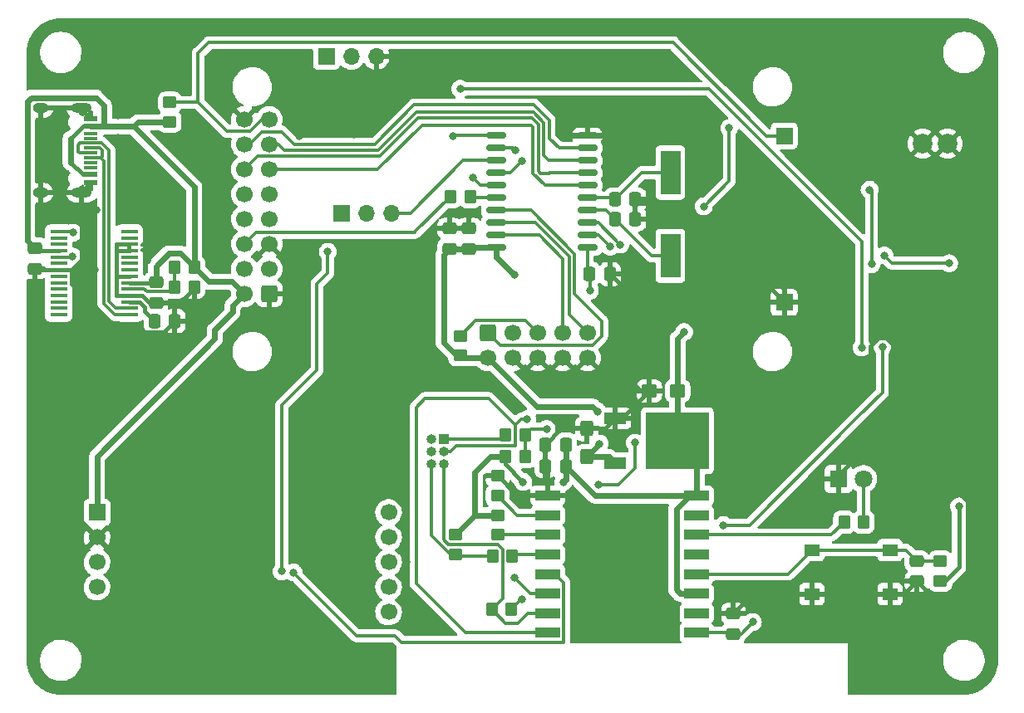
<source format=gbr>
%TF.GenerationSoftware,KiCad,Pcbnew,(6.0.11)*%
%TF.CreationDate,2024-04-25T22:51:55+03:00*%
%TF.ProjectId,avr-co2-detector,6176722d-636f-4322-9d64-65746563746f,rev.2*%
%TF.SameCoordinates,Original*%
%TF.FileFunction,Copper,L1,Top*%
%TF.FilePolarity,Positive*%
%FSLAX46Y46*%
G04 Gerber Fmt 4.6, Leading zero omitted, Abs format (unit mm)*
G04 Created by KiCad (PCBNEW (6.0.11)) date 2024-04-25 22:51:55*
%MOMM*%
%LPD*%
G01*
G04 APERTURE LIST*
G04 Aperture macros list*
%AMRoundRect*
0 Rectangle with rounded corners*
0 $1 Rounding radius*
0 $2 $3 $4 $5 $6 $7 $8 $9 X,Y pos of 4 corners*
0 Add a 4 corners polygon primitive as box body*
4,1,4,$2,$3,$4,$5,$6,$7,$8,$9,$2,$3,0*
0 Add four circle primitives for the rounded corners*
1,1,$1+$1,$2,$3*
1,1,$1+$1,$4,$5*
1,1,$1+$1,$6,$7*
1,1,$1+$1,$8,$9*
0 Add four rect primitives between the rounded corners*
20,1,$1+$1,$2,$3,$4,$5,0*
20,1,$1+$1,$4,$5,$6,$7,0*
20,1,$1+$1,$6,$7,$8,$9,0*
20,1,$1+$1,$8,$9,$2,$3,0*%
G04 Aperture macros list end*
%TA.AperFunction,SMDPad,CuDef*%
%ADD10R,2.500000X1.000000*%
%TD*%
%TA.AperFunction,SMDPad,CuDef*%
%ADD11R,1.550000X1.300000*%
%TD*%
%TA.AperFunction,SMDPad,CuDef*%
%ADD12RoundRect,0.250000X0.337500X0.475000X-0.337500X0.475000X-0.337500X-0.475000X0.337500X-0.475000X0*%
%TD*%
%TA.AperFunction,SMDPad,CuDef*%
%ADD13RoundRect,0.250000X-0.450000X0.350000X-0.450000X-0.350000X0.450000X-0.350000X0.450000X0.350000X0*%
%TD*%
%TA.AperFunction,SMDPad,CuDef*%
%ADD14RoundRect,0.250000X0.425000X-0.537500X0.425000X0.537500X-0.425000X0.537500X-0.425000X-0.537500X0*%
%TD*%
%TA.AperFunction,SMDPad,CuDef*%
%ADD15R,1.450000X0.600000*%
%TD*%
%TA.AperFunction,SMDPad,CuDef*%
%ADD16R,1.450000X0.300000*%
%TD*%
%TA.AperFunction,ComponentPad*%
%ADD17O,2.100000X1.000000*%
%TD*%
%TA.AperFunction,ComponentPad*%
%ADD18O,1.600000X1.000000*%
%TD*%
%TA.AperFunction,ComponentPad*%
%ADD19R,1.700000X1.700000*%
%TD*%
%TA.AperFunction,ComponentPad*%
%ADD20C,1.700000*%
%TD*%
%TA.AperFunction,SMDPad,CuDef*%
%ADD21R,2.000000X4.500000*%
%TD*%
%TA.AperFunction,SMDPad,CuDef*%
%ADD22RoundRect,0.250000X0.450000X-0.350000X0.450000X0.350000X-0.450000X0.350000X-0.450000X-0.350000X0*%
%TD*%
%TA.AperFunction,SMDPad,CuDef*%
%ADD23RoundRect,0.150000X0.875000X0.150000X-0.875000X0.150000X-0.875000X-0.150000X0.875000X-0.150000X0*%
%TD*%
%TA.AperFunction,SMDPad,CuDef*%
%ADD24RoundRect,0.250000X-0.350000X-0.450000X0.350000X-0.450000X0.350000X0.450000X-0.350000X0.450000X0*%
%TD*%
%TA.AperFunction,ComponentPad*%
%ADD25RoundRect,0.250000X0.600000X0.600000X-0.600000X0.600000X-0.600000X-0.600000X0.600000X-0.600000X0*%
%TD*%
%TA.AperFunction,ComponentPad*%
%ADD26C,2.000000*%
%TD*%
%TA.AperFunction,SMDPad,CuDef*%
%ADD27RoundRect,0.250000X-0.475000X0.337500X-0.475000X-0.337500X0.475000X-0.337500X0.475000X0.337500X0*%
%TD*%
%TA.AperFunction,SMDPad,CuDef*%
%ADD28R,2.200000X1.200000*%
%TD*%
%TA.AperFunction,SMDPad,CuDef*%
%ADD29R,6.400000X5.800000*%
%TD*%
%TA.AperFunction,SMDPad,CuDef*%
%ADD30RoundRect,0.250000X0.475000X-0.337500X0.475000X0.337500X-0.475000X0.337500X-0.475000X-0.337500X0*%
%TD*%
%TA.AperFunction,ComponentPad*%
%ADD31R,1.800000X1.800000*%
%TD*%
%TA.AperFunction,ComponentPad*%
%ADD32C,1.800000*%
%TD*%
%TA.AperFunction,SMDPad,CuDef*%
%ADD33R,1.750000X0.450000*%
%TD*%
%TA.AperFunction,SMDPad,CuDef*%
%ADD34RoundRect,0.250000X0.350000X0.450000X-0.350000X0.450000X-0.350000X-0.450000X0.350000X-0.450000X0*%
%TD*%
%TA.AperFunction,SMDPad,CuDef*%
%ADD35RoundRect,0.250000X0.537500X0.425000X-0.537500X0.425000X-0.537500X-0.425000X0.537500X-0.425000X0*%
%TD*%
%TA.AperFunction,ComponentPad*%
%ADD36O,1.700000X1.700000*%
%TD*%
%TA.AperFunction,ComponentPad*%
%ADD37R,1.000000X1.000000*%
%TD*%
%TA.AperFunction,ComponentPad*%
%ADD38O,1.000000X1.000000*%
%TD*%
%TA.AperFunction,ComponentPad*%
%ADD39RoundRect,0.250000X-0.600000X0.600000X-0.600000X-0.600000X0.600000X-0.600000X0.600000X0.600000X0*%
%TD*%
%TA.AperFunction,ViaPad*%
%ADD40C,0.800000*%
%TD*%
%TA.AperFunction,Conductor*%
%ADD41C,0.450000*%
%TD*%
%TA.AperFunction,Conductor*%
%ADD42C,0.300000*%
%TD*%
%TA.AperFunction,Conductor*%
%ADD43C,0.600000*%
%TD*%
%TA.AperFunction,Conductor*%
%ADD44C,0.400000*%
%TD*%
G04 APERTURE END LIST*
D10*
%TO.P,U5,1,~{RST}*%
%TO.N,Net-(C13-Pad2)*%
X151800000Y-127200000D03*
%TO.P,U5,2,ADC*%
%TO.N,unconnected-(U5-Pad2)*%
X151800000Y-125200000D03*
%TO.P,U5,3,EN*%
%TO.N,+3.3V*%
X151800000Y-123200000D03*
%TO.P,U5,4,GPIO16*%
%TO.N,Net-(C14-Pad2)*%
X151800000Y-121200000D03*
%TO.P,U5,5,GPIO14*%
%TO.N,unconnected-(U5-Pad5)*%
X151800000Y-119200000D03*
%TO.P,U5,6,GPIO12*%
%TO.N,Net-(R11-Pad2)*%
X151800000Y-117200000D03*
%TO.P,U5,7,GPIO13*%
%TO.N,unconnected-(U5-Pad7)*%
X151800000Y-115200000D03*
%TO.P,U5,8,VCC*%
%TO.N,+3.3V*%
X151800000Y-113200000D03*
%TO.P,U5,9,GND*%
%TO.N,GND*%
X136600000Y-113200000D03*
%TO.P,U5,10,GPIO15*%
%TO.N,Net-(R14-Pad2)*%
X136600000Y-115200000D03*
%TO.P,U5,11,GPIO2*%
%TO.N,Net-(R12-Pad2)*%
X136600000Y-117200000D03*
%TO.P,U5,12,GPIO0*%
%TO.N,Net-(R10-Pad2)*%
X136600000Y-119200000D03*
%TO.P,U5,13,GPIO4*%
%TO.N,/ESP_DEBUG_TXD*%
X136600000Y-121200000D03*
%TO.P,U5,14,GPIO5*%
%TO.N,/ESP_DEBUG_RXD*%
X136600000Y-123200000D03*
%TO.P,U5,15,GPIO3/RXD*%
%TO.N,/ESP_RXD*%
X136600000Y-125200000D03*
%TO.P,U5,16,GPIO1/TXD*%
%TO.N,/ESP_TXD*%
X136600000Y-127200000D03*
%TD*%
D11*
%TO.P,SW3,1,1*%
%TO.N,GND*%
X171475000Y-123250000D03*
X163525000Y-123250000D03*
%TO.P,SW3,2,2*%
%TO.N,Net-(C14-Pad2)*%
X163525000Y-118750000D03*
X171475000Y-118750000D03*
%TD*%
D12*
%TO.P,C3,1*%
%TO.N,GND*%
X145537500Y-85000000D03*
%TO.P,C3,2*%
%TO.N,Net-(C3-Pad2)*%
X143462500Y-85000000D03*
%TD*%
D13*
%TO.P,R14,1*%
%TO.N,GND*%
X131500000Y-111200000D03*
%TO.P,R14,2*%
%TO.N,Net-(R14-Pad2)*%
X131500000Y-113200000D03*
%TD*%
D14*
%TO.P,C12,1*%
%TO.N,+5V*%
X140600000Y-109237500D03*
%TO.P,C12,2*%
%TO.N,GND*%
X140600000Y-106362500D03*
%TD*%
D15*
%TO.P,J1,A1,GND*%
%TO.N,GND*%
X90045000Y-74750000D03*
%TO.P,J1,A4,VBUS*%
%TO.N,+5V*%
X90045000Y-75550000D03*
D16*
%TO.P,J1,A5,CC1*%
%TO.N,unconnected-(J1-PadA5)*%
X90045000Y-76750000D03*
%TO.P,J1,A6,D+*%
%TO.N,Net-(J1-PadA6)*%
X90045000Y-77750000D03*
%TO.P,J1,A7,D-*%
%TO.N,Net-(J1-PadA7)*%
X90045000Y-78250000D03*
%TO.P,J1,A8,SBU1*%
%TO.N,unconnected-(J1-PadA8)*%
X90045000Y-79250000D03*
D15*
%TO.P,J1,A9,VBUS*%
%TO.N,+5V*%
X90045000Y-80450000D03*
%TO.P,J1,A12,GND*%
%TO.N,GND*%
X90045000Y-81250000D03*
%TO.P,J1,B1,GND*%
X90045000Y-81250000D03*
%TO.P,J1,B4,VBUS*%
%TO.N,+5V*%
X90045000Y-80450000D03*
D16*
%TO.P,J1,B5,CC2*%
%TO.N,unconnected-(J1-PadB5)*%
X90045000Y-79750000D03*
%TO.P,J1,B6,D+*%
%TO.N,Net-(J1-PadA6)*%
X90045000Y-78750000D03*
%TO.P,J1,B7,D-*%
%TO.N,Net-(J1-PadA7)*%
X90045000Y-77250000D03*
%TO.P,J1,B8,SBU2*%
%TO.N,unconnected-(J1-PadB8)*%
X90045000Y-76250000D03*
D15*
%TO.P,J1,B9,VBUS*%
%TO.N,+5V*%
X90045000Y-75550000D03*
%TO.P,J1,B12,GND*%
%TO.N,GND*%
X90045000Y-74750000D03*
D17*
%TO.P,J1,S1,SHIELD*%
X89130000Y-73680000D03*
D18*
X84950000Y-73680000D03*
D17*
X89130000Y-82320000D03*
D18*
X84950000Y-82320000D03*
%TD*%
D19*
%TO.P,U3,1,G+*%
%TO.N,+5V*%
X90697500Y-114920000D03*
D20*
%TO.P,U3,2,G0*%
%TO.N,GND*%
X90697500Y-117460000D03*
%TO.P,U3,3,ALARM_OC*%
%TO.N,unconnected-(U3-Pad3)*%
X90697500Y-120000000D03*
%TO.P,U3,4,PWM_1KHZ*%
%TO.N,unconnected-(U3-Pad4)*%
X90697500Y-122540000D03*
%TO.P,U3,5,BCAL_IN*%
%TO.N,unconnected-(U3-Pad5)*%
X120397500Y-125080000D03*
%TO.P,U3,6,UART_R/T*%
%TO.N,unconnected-(U3-Pad6)*%
X120397500Y-122540000D03*
%TO.P,U3,7,UART_TXD*%
%TO.N,Net-(U1-Pad2)*%
X120397500Y-120000000D03*
%TO.P,U3,8,UART_RXD*%
%TO.N,Net-(U1-Pad3)*%
X120397500Y-117460000D03*
%TO.P,U3,9,DVCC_OUT*%
%TO.N,unconnected-(U3-Pad9)*%
X120397500Y-114920000D03*
%TD*%
D21*
%TO.P,Y1,1,1*%
%TO.N,Net-(C3-Pad2)*%
X149100000Y-88750000D03*
%TO.P,Y1,2,2*%
%TO.N,Net-(C2-Pad2)*%
X149100000Y-80250000D03*
%TD*%
D22*
%TO.P,R9,1*%
%TO.N,+3.3V*%
X176600000Y-121900000D03*
%TO.P,R9,2*%
%TO.N,Net-(C14-Pad2)*%
X176600000Y-119900000D03*
%TD*%
D13*
%TO.P,R12,1*%
%TO.N,+3.3V*%
X131500000Y-115200000D03*
%TO.P,R12,2*%
%TO.N,Net-(R12-Pad2)*%
X131500000Y-117200000D03*
%TD*%
D23*
%TO.P,U1,1,PA2/~{RESET}*%
%TO.N,Net-(C1-Pad2)*%
X140650000Y-87915000D03*
%TO.P,U1,2,PD0*%
%TO.N,Net-(U1-Pad2)*%
X140650000Y-86645000D03*
%TO.P,U1,3,PD1*%
%TO.N,Net-(U1-Pad3)*%
X140650000Y-85375000D03*
%TO.P,U1,4,PA1/XTAL2*%
%TO.N,Net-(C3-Pad2)*%
X140650000Y-84105000D03*
%TO.P,U1,5,PA0/XTAL1*%
%TO.N,Net-(C2-Pad2)*%
X140650000Y-82835000D03*
%TO.P,U1,6,PD2*%
%TO.N,/DB4*%
X140650000Y-81565000D03*
%TO.P,U1,7,PD3*%
%TO.N,/DB5*%
X140650000Y-80295000D03*
%TO.P,U1,8,PD4*%
%TO.N,/DB6*%
X140650000Y-79025000D03*
%TO.P,U1,9,PD5*%
%TO.N,/DB7*%
X140650000Y-77755000D03*
%TO.P,U1,10,GND*%
%TO.N,GND*%
X140650000Y-76485000D03*
%TO.P,U1,11,PD6*%
%TO.N,/RS*%
X131350000Y-76485000D03*
%TO.P,U1,12,PB0*%
%TO.N,/AVR_DEBUG_RXD*%
X131350000Y-77755000D03*
%TO.P,U1,13,PB1*%
%TO.N,/AVR_DEBUG_TXD*%
X131350000Y-79025000D03*
%TO.P,U1,14,PB2*%
%TO.N,/AVR_TXD*%
X131350000Y-80295000D03*
%TO.P,U1,15,PB3*%
%TO.N,/AVR_RXD*%
X131350000Y-81565000D03*
%TO.P,U1,16,PB4*%
%TO.N,Net-(R4-Pad2)*%
X131350000Y-82835000D03*
%TO.P,U1,17,PB5*%
%TO.N,Net-(J5-Pad1)*%
X131350000Y-84105000D03*
%TO.P,U1,18,PB6*%
%TO.N,Net-(J5-Pad9)*%
X131350000Y-85375000D03*
%TO.P,U1,19,PB7*%
%TO.N,Net-(J5-Pad7)*%
X131350000Y-86645000D03*
%TO.P,U1,20,VCC*%
%TO.N,+5V*%
X131350000Y-87915000D03*
%TD*%
D24*
%TO.P,R15,1*%
%TO.N,/ESP_RXD*%
X130900000Y-124800000D03*
%TO.P,R15,2*%
%TO.N,Net-(R15-Pad2)*%
X132900000Y-124800000D03*
%TD*%
D12*
%TO.P,C17,1*%
%TO.N,+3.3V*%
X138437500Y-108000000D03*
%TO.P,C17,2*%
%TO.N,GND*%
X136362500Y-108000000D03*
%TD*%
D25*
%TO.P,J4,1,Pin_1*%
%TO.N,GND*%
X108240000Y-92620000D03*
D20*
%TO.P,J4,2,Pin_2*%
%TO.N,+5V*%
X105700000Y-92620000D03*
%TO.P,J4,3,Pin_3*%
%TO.N,/VO*%
X108240000Y-90080000D03*
%TO.P,J4,4,Pin_4*%
%TO.N,/RS*%
X105700000Y-90080000D03*
%TO.P,J4,5,Pin_5*%
%TO.N,GND*%
X108240000Y-87540000D03*
%TO.P,J4,6,Pin_6*%
%TO.N,/E*%
X105700000Y-87540000D03*
%TO.P,J4,7,Pin_7*%
%TO.N,unconnected-(J4-Pad7)*%
X108240000Y-85000000D03*
%TO.P,J4,8,Pin_8*%
%TO.N,unconnected-(J4-Pad8)*%
X105700000Y-85000000D03*
%TO.P,J4,9,Pin_9*%
%TO.N,unconnected-(J4-Pad9)*%
X108240000Y-82460000D03*
%TO.P,J4,10,Pin_10*%
%TO.N,unconnected-(J4-Pad10)*%
X105700000Y-82460000D03*
%TO.P,J4,11,Pin_11*%
%TO.N,/DB4*%
X108240000Y-79920000D03*
%TO.P,J4,12,Pin_12*%
%TO.N,/DB5*%
X105700000Y-79920000D03*
%TO.P,J4,13,Pin_13*%
%TO.N,/DB6*%
X108240000Y-77380000D03*
%TO.P,J4,14,Pin_14*%
%TO.N,/DB7*%
X105700000Y-77380000D03*
%TO.P,J4,15,Pin_15*%
%TO.N,/LED+*%
X108240000Y-74840000D03*
%TO.P,J4,16,Pin_16*%
%TO.N,GND*%
X105700000Y-74840000D03*
%TD*%
D13*
%TO.P,R13,1*%
%TO.N,+3.3V*%
X127200000Y-117200000D03*
%TO.P,R13,2*%
%TO.N,/ESP_IO0*%
X127200000Y-119200000D03*
%TD*%
D26*
%TO.P,TP1,1,1*%
%TO.N,GND*%
X174800000Y-77300000D03*
X177340000Y-77300000D03*
%TD*%
D24*
%TO.P,R8,1*%
%TO.N,+3.3V*%
X132300000Y-109200000D03*
%TO.P,R8,2*%
%TO.N,Net-(C13-Pad2)*%
X134300000Y-109200000D03*
%TD*%
%TO.P,R16,1*%
%TO.N,/ESP_EN*%
X132300000Y-107000000D03*
%TO.P,R16,2*%
%TO.N,Net-(C13-Pad2)*%
X134300000Y-107000000D03*
%TD*%
%TO.P,R3,1*%
%TO.N,Net-(R2-Pad1)*%
X98600000Y-91900000D03*
%TO.P,R3,2*%
%TO.N,GND*%
X100600000Y-91900000D03*
%TD*%
D12*
%TO.P,C2,1*%
%TO.N,GND*%
X145537500Y-83000000D03*
%TO.P,C2,2*%
%TO.N,Net-(C2-Pad2)*%
X143462500Y-83000000D03*
%TD*%
D27*
%TO.P,C8,1*%
%TO.N,+5V*%
X84400000Y-87962500D03*
%TO.P,C8,2*%
%TO.N,GND*%
X84400000Y-90037500D03*
%TD*%
D28*
%TO.P,U4,1,GND*%
%TO.N,GND*%
X143500000Y-105320000D03*
D29*
%TO.P,U4,2,VO*%
%TO.N,+3.3V*%
X149800000Y-107600000D03*
D28*
%TO.P,U4,3,VI*%
%TO.N,+5V*%
X143500000Y-109880000D03*
%TD*%
D22*
%TO.P,R1,1*%
%TO.N,+5V*%
X127700000Y-98900000D03*
%TO.P,R1,2*%
%TO.N,Net-(C1-Pad2)*%
X127700000Y-96900000D03*
%TD*%
D30*
%TO.P,C14,1*%
%TO.N,GND*%
X174200000Y-121937500D03*
%TO.P,C14,2*%
%TO.N,Net-(C14-Pad2)*%
X174200000Y-119862500D03*
%TD*%
%TO.P,C4,1*%
%TO.N,+5V*%
X126600000Y-88037500D03*
%TO.P,C4,2*%
%TO.N,GND*%
X126600000Y-85962500D03*
%TD*%
D13*
%TO.P,R7,1*%
%TO.N,/LED+*%
X98100000Y-73100000D03*
%TO.P,R7,2*%
%TO.N,+5V*%
X98100000Y-75100000D03*
%TD*%
D31*
%TO.P,D1,1,K*%
%TO.N,GND*%
X166225000Y-111500000D03*
D32*
%TO.P,D1,2,A*%
%TO.N,Net-(D1-Pad2)*%
X168765000Y-111500000D03*
%TD*%
D24*
%TO.P,R2,1*%
%TO.N,Net-(R2-Pad1)*%
X98600000Y-89900000D03*
%TO.P,R2,2*%
%TO.N,+5V*%
X100600000Y-89900000D03*
%TD*%
D33*
%TO.P,U2,1,TXD*%
%TO.N,/AVR_DEBUG_RXD*%
X86800000Y-86275000D03*
%TO.P,U2,2,DTR*%
%TO.N,unconnected-(U2-Pad2)*%
X86800000Y-86925000D03*
%TO.P,U2,3,RTS*%
%TO.N,unconnected-(U2-Pad3)*%
X86800000Y-87575000D03*
%TO.P,U2,4,VCCIO*%
%TO.N,+5V*%
X86800000Y-88225000D03*
%TO.P,U2,5,RXD*%
%TO.N,Net-(J6-Pad2)*%
X86800000Y-88875000D03*
%TO.P,U2,6,RI*%
%TO.N,unconnected-(U2-Pad6)*%
X86800000Y-89525000D03*
%TO.P,U2,7,GND*%
%TO.N,GND*%
X86800000Y-90175000D03*
%TO.P,U2,8*%
%TO.N,N/C*%
X86800000Y-90825000D03*
%TO.P,U2,9,DCR*%
%TO.N,unconnected-(U2-Pad9)*%
X86800000Y-91475000D03*
%TO.P,U2,10,DCD*%
%TO.N,unconnected-(U2-Pad10)*%
X86800000Y-92125000D03*
%TO.P,U2,11,CTS*%
%TO.N,unconnected-(U2-Pad11)*%
X86800000Y-92775000D03*
%TO.P,U2,12,CBUS4*%
%TO.N,unconnected-(U2-Pad12)*%
X86800000Y-93425000D03*
%TO.P,U2,13,CBUS2*%
%TO.N,unconnected-(U2-Pad13)*%
X86800000Y-94075000D03*
%TO.P,U2,14,CBUS3*%
%TO.N,unconnected-(U2-Pad14)*%
X86800000Y-94725000D03*
%TO.P,U2,15,USBD+*%
%TO.N,Net-(J1-PadA6)*%
X94000000Y-94725000D03*
%TO.P,U2,16,USBD-*%
%TO.N,Net-(J1-PadA7)*%
X94000000Y-94075000D03*
%TO.P,U2,17,3V3OUT*%
%TO.N,Net-(C6-Pad2)*%
X94000000Y-93425000D03*
%TO.P,U2,18,GND*%
%TO.N,GND*%
X94000000Y-92775000D03*
%TO.P,U2,19,~{RESET}*%
%TO.N,Net-(R2-Pad1)*%
X94000000Y-92125000D03*
%TO.P,U2,20,VCC*%
%TO.N,+5V*%
X94000000Y-91475000D03*
%TO.P,U2,21,GND*%
%TO.N,GND*%
X94000000Y-90825000D03*
%TO.P,U2,22,CBUS1*%
%TO.N,unconnected-(U2-Pad22)*%
X94000000Y-90175000D03*
%TO.P,U2,23,CBUS0*%
%TO.N,unconnected-(U2-Pad23)*%
X94000000Y-89525000D03*
%TO.P,U2,24*%
%TO.N,N/C*%
X94000000Y-88875000D03*
%TO.P,U2,25,AGND*%
%TO.N,GND*%
X94000000Y-88225000D03*
%TO.P,U2,26,TEST*%
X94000000Y-87575000D03*
%TO.P,U2,27,OSCI*%
%TO.N,unconnected-(U2-Pad27)*%
X94000000Y-86925000D03*
%TO.P,U2,28,OSCO*%
%TO.N,unconnected-(U2-Pad28)*%
X94000000Y-86275000D03*
%TD*%
D24*
%TO.P,R10,1*%
%TO.N,/ESP_IO0*%
X131000000Y-119400000D03*
%TO.P,R10,2*%
%TO.N,Net-(R10-Pad2)*%
X133000000Y-119400000D03*
%TD*%
D12*
%TO.P,C6,1*%
%TO.N,GND*%
X98637500Y-95400000D03*
%TO.P,C6,2*%
%TO.N,Net-(C6-Pad2)*%
X96562500Y-95400000D03*
%TD*%
D27*
%TO.P,C9,1*%
%TO.N,+5V*%
X96700000Y-91462500D03*
%TO.P,C9,2*%
%TO.N,GND*%
X96700000Y-93537500D03*
%TD*%
D24*
%TO.P,R4,1*%
%TO.N,/E*%
X126700000Y-82700000D03*
%TO.P,R4,2*%
%TO.N,Net-(R4-Pad2)*%
X128700000Y-82700000D03*
%TD*%
D12*
%TO.P,C16,1*%
%TO.N,+3.3V*%
X138437500Y-110200000D03*
%TO.P,C16,2*%
%TO.N,GND*%
X136362500Y-110200000D03*
%TD*%
D19*
%TO.P,J3,1,Pin_1*%
%TO.N,GND*%
X160700000Y-93500000D03*
%TD*%
D34*
%TO.P,R11,1*%
%TO.N,Net-(D1-Pad2)*%
X168800000Y-115900000D03*
%TO.P,R11,2*%
%TO.N,Net-(R11-Pad2)*%
X166800000Y-115900000D03*
%TD*%
D35*
%TO.P,C15,1*%
%TO.N,+3.3V*%
X149837500Y-102500000D03*
%TO.P,C15,2*%
%TO.N,GND*%
X146962500Y-102500000D03*
%TD*%
D30*
%TO.P,C5,1*%
%TO.N,+5V*%
X128600000Y-88037500D03*
%TO.P,C5,2*%
%TO.N,GND*%
X128600000Y-85962500D03*
%TD*%
D12*
%TO.P,C1,1*%
%TO.N,GND*%
X142937500Y-90600000D03*
%TO.P,C1,2*%
%TO.N,Net-(C1-Pad2)*%
X140862500Y-90600000D03*
%TD*%
D19*
%TO.P,J2,1,Pin_1*%
%TO.N,/LED+*%
X160700000Y-76500000D03*
%TD*%
D27*
%TO.P,C13,1*%
%TO.N,GND*%
X155500000Y-125225000D03*
%TO.P,C13,2*%
%TO.N,Net-(C13-Pad2)*%
X155500000Y-127300000D03*
%TD*%
D19*
%TO.P,J6,1,Pin_1*%
%TO.N,/AVR_DEBUG_RXD*%
X114060000Y-68400000D03*
D36*
%TO.P,J6,2,Pin_2*%
%TO.N,Net-(J6-Pad2)*%
X116600000Y-68400000D03*
%TO.P,J6,3,Pin_3*%
%TO.N,GND*%
X119140000Y-68400000D03*
%TD*%
D19*
%TO.P,JP1,1,A*%
%TO.N,Net-(JP1-Pad1)*%
X115600000Y-84400000D03*
D36*
%TO.P,JP1,2,C*%
%TO.N,Net-(J6-Pad2)*%
X118140000Y-84400000D03*
%TO.P,JP1,3,B*%
%TO.N,/AVR_DEBUG_TXD*%
X120680000Y-84400000D03*
%TD*%
D37*
%TO.P,J7,1,Pin_1*%
%TO.N,/ESP_EN*%
X126000002Y-107399998D03*
D38*
%TO.P,J7,2,Pin_2*%
%TO.N,/VDD*%
X124730002Y-107399998D03*
%TO.P,J7,3,Pin_3*%
%TO.N,/ESP_TXD*%
X126000002Y-108669998D03*
%TO.P,J7,4,Pin_4*%
%TO.N,GND*%
X124730002Y-108669998D03*
%TO.P,J7,5,Pin_5*%
%TO.N,/ESP_RXD*%
X126000002Y-109939998D03*
%TO.P,J7,6,Pin_6*%
%TO.N,/ESP_IO0*%
X124730002Y-109939998D03*
%TD*%
D39*
%TO.P,J5,1,MOSI*%
%TO.N,Net-(J5-Pad1)*%
X130500000Y-96600000D03*
D20*
%TO.P,J5,2,VCC*%
%TO.N,+5V*%
X130500000Y-99140000D03*
%TO.P,J5,3,NC*%
%TO.N,unconnected-(J5-Pad3)*%
X133040000Y-96600000D03*
%TO.P,J5,4,GND*%
%TO.N,GND*%
X133040000Y-99140000D03*
%TO.P,J5,5,~{RST}*%
%TO.N,Net-(C1-Pad2)*%
X135580000Y-96600000D03*
%TO.P,J5,6,GND*%
%TO.N,GND*%
X135580000Y-99140000D03*
%TO.P,J5,7,SCK*%
%TO.N,Net-(J5-Pad7)*%
X138120000Y-96600000D03*
%TO.P,J5,8,GND*%
%TO.N,GND*%
X138120000Y-99140000D03*
%TO.P,J5,9,MISO*%
%TO.N,Net-(J5-Pad9)*%
X140660000Y-96600000D03*
%TO.P,J5,10,GND*%
%TO.N,GND*%
X140660000Y-99140000D03*
%TD*%
D40*
%TO.N,GND*%
X96000000Y-84100000D03*
X182000000Y-105500000D03*
X119300000Y-75300000D03*
X100800000Y-97300000D03*
X147000000Y-94600000D03*
X112000000Y-124100000D03*
X144400000Y-103400000D03*
X124600000Y-97500000D03*
X169500000Y-101000000D03*
X154300000Y-123300000D03*
X94700000Y-95900000D03*
X179400000Y-94800000D03*
X134500000Y-114100000D03*
X111300000Y-76500000D03*
X163000000Y-84200000D03*
X117300000Y-93900000D03*
X107000000Y-117000000D03*
X142200000Y-93000000D03*
X172000000Y-101000000D03*
X97100000Y-80000000D03*
X90500000Y-90200000D03*
X163700000Y-112000000D03*
X139000000Y-120900000D03*
X174400000Y-124000000D03*
X159800000Y-115700000D03*
X84400000Y-71300000D03*
X90600000Y-84100000D03*
X159300000Y-86600000D03*
X144000000Y-69400000D03*
X177200000Y-108400000D03*
X111600000Y-117000000D03*
X131000000Y-65100000D03*
X122200000Y-120000000D03*
X92400000Y-112900000D03*
X166200000Y-71900000D03*
X103200000Y-92700000D03*
X94700000Y-107300000D03*
X140700000Y-69000000D03*
X90300000Y-87700000D03*
X100800000Y-74400000D03*
X108200000Y-104700000D03*
X125600000Y-126600000D03*
X179700000Y-110600000D03*
X150100000Y-69500000D03*
X172100000Y-98125500D03*
X110900000Y-111900000D03*
X125400000Y-72300000D03*
X134400000Y-101200000D03*
X180400000Y-90600000D03*
X115500000Y-71100000D03*
X139700000Y-126400000D03*
X151000000Y-84200000D03*
X159300000Y-80700000D03*
X99000000Y-102900000D03*
X163800000Y-94000000D03*
X120900000Y-91200000D03*
X142900000Y-77200000D03*
X115000000Y-127600000D03*
X165700000Y-82600000D03*
X175600000Y-103100000D03*
X86200000Y-78200000D03*
X173800000Y-93000000D03*
X178000000Y-92000000D03*
X153200000Y-94300000D03*
X138900000Y-114900000D03*
X114500000Y-97300000D03*
X151800000Y-103500000D03*
X146900000Y-89900000D03*
X87000000Y-74600000D03*
X120300000Y-128600000D03*
X92800000Y-74400000D03*
X168900000Y-106500000D03*
X118800000Y-88600000D03*
X127700000Y-102000000D03*
X177200000Y-117700000D03*
X116800000Y-121400000D03*
X161200000Y-110300000D03*
X181800000Y-110600000D03*
X123100000Y-102500000D03*
X168600000Y-70800000D03*
X179600000Y-118400000D03*
X154000000Y-109700000D03*
X114400000Y-123200000D03*
X170000000Y-130000000D03*
X136600000Y-72800000D03*
X143500000Y-72900000D03*
X121700000Y-106000000D03*
X169100000Y-119900000D03*
X145900000Y-76100000D03*
X169000000Y-117600000D03*
X121400000Y-112000000D03*
X176500000Y-85800000D03*
X162000000Y-78800000D03*
X158100000Y-89400000D03*
X112400000Y-90800000D03*
X152200000Y-89300000D03*
X131000000Y-69000000D03*
X95800000Y-89200000D03*
X156700000Y-86700000D03*
X148500000Y-123600000D03*
X99300000Y-78600000D03*
X142500000Y-65300000D03*
X124500000Y-90000000D03*
X88800000Y-93700000D03*
X92800000Y-76700000D03*
X181900000Y-100900000D03*
X157100000Y-114200000D03*
X147000000Y-82400000D03*
X170800000Y-90300000D03*
X99900000Y-71800000D03*
X110800000Y-104800000D03*
X143600000Y-107900000D03*
X119200000Y-96700000D03*
X108300000Y-111800000D03*
X102800000Y-98900000D03*
X168800000Y-126300000D03*
X115300000Y-90900000D03*
X147000000Y-86500000D03*
X111700000Y-97600000D03*
X179700000Y-105600000D03*
X133900000Y-68500000D03*
X172400000Y-88100000D03*
X179500000Y-124500000D03*
X165200000Y-116000000D03*
X148400000Y-117700000D03*
X179500000Y-100900000D03*
X96800000Y-101200000D03*
X116900000Y-76400000D03*
X167400000Y-93600000D03*
X166700000Y-88300000D03*
X159000000Y-122400000D03*
X122200000Y-68200000D03*
X117500000Y-126300000D03*
X138400000Y-76500000D03*
X85000000Y-86200000D03*
X118000000Y-65200000D03*
X167000000Y-104900000D03*
X104500000Y-65200000D03*
X102600000Y-71500000D03*
X153000000Y-68800000D03*
X96300000Y-73900000D03*
X91400000Y-71200000D03*
X148300000Y-98000000D03*
X168200000Y-77300000D03*
X152700000Y-76100000D03*
X112500000Y-88600000D03*
X150300000Y-73100000D03*
X103100000Y-90100000D03*
X142300000Y-89000000D03*
X102600000Y-85600000D03*
X161200000Y-67000000D03*
X155200000Y-82800000D03*
X124300000Y-93700000D03*
X89400000Y-111800000D03*
X92400000Y-105600000D03*
X128600000Y-84400000D03*
X143000000Y-114500000D03*
X84400000Y-91700000D03*
X163700000Y-89800000D03*
X143600000Y-81000000D03*
X170300000Y-93800000D03*
X99300000Y-85500000D03*
X110800000Y-69900000D03*
X132000000Y-102500000D03*
X170900000Y-83600000D03*
X176500000Y-98900000D03*
X167200000Y-100400000D03*
X181800000Y-94800000D03*
X164500000Y-66600000D03*
X122400000Y-124900000D03*
X170900000Y-77300000D03*
%TO.N,Net-(C1-Pad2)*%
X140900000Y-92300000D03*
%TO.N,+5V*%
X133200000Y-90700000D03*
X141700000Y-104600000D03*
X141900000Y-107900000D03*
%TO.N,Net-(C13-Pad2)*%
X136500000Y-106400000D03*
X157500000Y-126100000D03*
%TO.N,+3.3V*%
X178525500Y-114300000D03*
X138200000Y-111800000D03*
X134100000Y-111800000D03*
X150500000Y-96500000D03*
%TO.N,/RS*%
X127000000Y-76500000D03*
%TO.N,/ESP_TXD*%
X154500000Y-116200000D03*
X134500000Y-105400000D03*
X170700000Y-98000000D03*
%TO.N,Net-(JP1-Pad1)*%
X114200000Y-88339500D03*
X109497749Y-120931937D03*
%TO.N,Net-(J6-Pad2)*%
X88219135Y-88819135D03*
%TO.N,Net-(R15-Pad2)*%
X141800000Y-112100000D03*
X145500000Y-107800000D03*
X134000000Y-123800000D03*
%TO.N,Net-(U1-Pad2)*%
X142970878Y-87805824D03*
%TO.N,Net-(U1-Pad3)*%
X144000000Y-87600000D03*
%TO.N,/AVR_DEBUG_RXD*%
X133300000Y-78000000D03*
X88238925Y-86377757D03*
X169600000Y-89600000D03*
X169400000Y-82000000D03*
%TO.N,/AVR_TXD*%
X152500000Y-83700000D03*
X134000000Y-79100000D03*
X155100000Y-75700500D03*
%TO.N,/AVR_RXD*%
X168600000Y-98100000D03*
X127700000Y-71700000D03*
X129000000Y-80800000D03*
%TO.N,/ESP_DEBUG_TXD*%
X110700000Y-121025500D03*
%TO.N,/ESP_DEBUG_RXD*%
X133200000Y-121600000D03*
X170900000Y-88700000D03*
X177500000Y-89500000D03*
%TD*%
D41*
%TO.N,GND*%
X146075000Y-102500000D02*
X142937500Y-99362500D01*
X169300000Y-108000000D02*
X173600000Y-108000000D01*
X96700000Y-93537500D02*
X98675000Y-93537500D01*
X88500000Y-115262500D02*
X88500000Y-105537500D01*
X89130000Y-82165000D02*
X90045000Y-81250000D01*
X136600000Y-110437500D02*
X136362500Y-110200000D01*
X171475000Y-123250000D02*
X172887500Y-123250000D01*
X175562500Y-123300000D02*
X174200000Y-121937500D01*
X94000000Y-92775000D02*
X92700000Y-92775000D01*
X141620000Y-100100000D02*
X140660000Y-99140000D01*
X84950000Y-73680000D02*
X89130000Y-73680000D01*
X89130000Y-82320000D02*
X89130000Y-89145000D01*
X89130000Y-73680000D02*
X89130000Y-73835000D01*
X142937500Y-90600000D02*
X142937500Y-99362500D01*
X136600000Y-113200000D02*
X136600000Y-110437500D01*
X167900000Y-100400000D02*
X167200000Y-100400000D01*
X138000000Y-106362500D02*
X140600000Y-106362500D01*
X140600000Y-106362500D02*
X142457500Y-106362500D01*
X92700000Y-90825000D02*
X92700000Y-88225000D01*
X157475000Y-123250000D02*
X163525000Y-123250000D01*
X166225000Y-111500000D02*
X166225000Y-111075000D01*
X142937500Y-99362500D02*
X142200000Y-100100000D01*
X155500000Y-125225000D02*
X157475000Y-123250000D01*
X84950000Y-82320000D02*
X89130000Y-82320000D01*
X98637500Y-95400000D02*
X97487500Y-96550000D01*
X173600000Y-108000000D02*
X179400000Y-113800000D01*
X140665000Y-76500000D02*
X150500000Y-76500000D01*
X145937500Y-83400000D02*
X145537500Y-83000000D01*
X144142500Y-105320000D02*
X146962500Y-102500000D01*
X172887500Y-123250000D02*
X174200000Y-121937500D01*
X88500000Y-105537500D02*
X98637500Y-95400000D01*
X146900000Y-83400000D02*
X145937500Y-83400000D01*
X168100000Y-100200000D02*
X167900000Y-100400000D01*
X88100000Y-91600000D02*
X88100000Y-90175000D01*
X172100000Y-98125500D02*
X171099500Y-97125000D01*
X151500000Y-77500000D02*
X151500000Y-82900000D01*
X100600000Y-91900000D02*
X100600000Y-92062500D01*
X136362500Y-108000000D02*
X138000000Y-106362500D01*
X140650000Y-76485000D02*
X140665000Y-76500000D01*
X179400000Y-113800000D02*
X179400000Y-121300000D01*
X93975000Y-88200000D02*
X94000000Y-88225000D01*
X94000000Y-90825000D02*
X92700000Y-90825000D01*
X90697500Y-117460000D02*
X88500000Y-115262500D01*
X100600000Y-92062500D02*
X98900000Y-93762500D01*
X89130000Y-73835000D02*
X90045000Y-74750000D01*
X146962500Y-102500000D02*
X146075000Y-102500000D01*
X151500000Y-82900000D02*
X151000000Y-83400000D01*
X143500000Y-105320000D02*
X144142500Y-105320000D01*
X147000000Y-82400000D02*
X147000000Y-83300000D01*
X169475000Y-98825000D02*
X168100000Y-100200000D01*
X84950000Y-73680000D02*
X84950000Y-82320000D01*
X94000000Y-87575000D02*
X92700000Y-87575000D01*
X179400000Y-121300000D02*
X177400000Y-123300000D01*
X177400000Y-123300000D02*
X175562500Y-123300000D01*
X98637500Y-94025000D02*
X98900000Y-93762500D01*
X136362500Y-108000000D02*
X136362500Y-110200000D01*
X126600000Y-85962500D02*
X128600000Y-85962500D01*
X92700000Y-92775000D02*
X92700000Y-90825000D01*
X152200000Y-85000000D02*
X160700000Y-93500000D01*
X95275000Y-92775000D02*
X96037500Y-93537500D01*
X128600000Y-85962500D02*
X128600000Y-84400000D01*
X169475000Y-97987563D02*
X169475000Y-98825000D01*
X142200000Y-100100000D02*
X141620000Y-100100000D01*
X145837500Y-93500000D02*
X160700000Y-93500000D01*
X92725000Y-88200000D02*
X93975000Y-88200000D01*
X131500000Y-111200000D02*
X133500000Y-113200000D01*
X98675000Y-93537500D02*
X98900000Y-93762500D01*
X97487500Y-96550000D02*
X93050000Y-96550000D01*
X92700000Y-88225000D02*
X92725000Y-88200000D01*
X166225000Y-111075000D02*
X169300000Y-108000000D01*
X86800000Y-90175000D02*
X88100000Y-90175000D01*
X142937500Y-90600000D02*
X145837500Y-93500000D01*
X84537500Y-90175000D02*
X84400000Y-90037500D01*
X142457500Y-106362500D02*
X143500000Y-105320000D01*
X86800000Y-90175000D02*
X84537500Y-90175000D01*
X98637500Y-95400000D02*
X98637500Y-94025000D01*
X96037500Y-93537500D02*
X96700000Y-93537500D01*
X147000000Y-83300000D02*
X146900000Y-83400000D01*
X94000000Y-92775000D02*
X95275000Y-92775000D01*
X89130000Y-89145000D02*
X88100000Y-90175000D01*
X163525000Y-123250000D02*
X171475000Y-123250000D01*
X145537500Y-85000000D02*
X152200000Y-85000000D01*
X145537500Y-83000000D02*
X145537500Y-85000000D01*
X93050000Y-96550000D02*
X88100000Y-91600000D01*
X133500000Y-113200000D02*
X136600000Y-113200000D01*
X89130000Y-82320000D02*
X89130000Y-82165000D01*
X140635000Y-76500000D02*
X140650000Y-76485000D01*
X92700000Y-87575000D02*
X92700000Y-88225000D01*
X170337563Y-97125000D02*
X169475000Y-97987563D01*
X138400000Y-76500000D02*
X140635000Y-76500000D01*
X150500000Y-76500000D02*
X151500000Y-77500000D01*
X171099500Y-97125000D02*
X170337563Y-97125000D01*
X151000000Y-83400000D02*
X146900000Y-83400000D01*
D42*
%TO.N,Net-(C1-Pad2)*%
X140650000Y-90387500D02*
X140862500Y-90600000D01*
X135580000Y-96600000D02*
X134330000Y-95350000D01*
X140900000Y-92300000D02*
X140900000Y-90637500D01*
X134330000Y-95350000D02*
X129250000Y-95350000D01*
X140650000Y-87915000D02*
X140650000Y-90387500D01*
X129250000Y-95350000D02*
X127700000Y-96900000D01*
X140900000Y-90637500D02*
X140862500Y-90600000D01*
%TO.N,Net-(C2-Pad2)*%
X140650000Y-82835000D02*
X143297500Y-82835000D01*
X146212500Y-80250000D02*
X143462500Y-83000000D01*
X149100000Y-80250000D02*
X146212500Y-80250000D01*
X143297500Y-82835000D02*
X143462500Y-83000000D01*
%TO.N,Net-(C3-Pad2)*%
X142567500Y-84105000D02*
X143462500Y-85000000D01*
X140650000Y-84105000D02*
X142567500Y-84105000D01*
X147212500Y-88750000D02*
X143462500Y-85000000D01*
X149100000Y-88750000D02*
X147212500Y-88750000D01*
D43*
%TO.N,+5V*%
X126000000Y-88637500D02*
X126600000Y-88037500D01*
X127700000Y-98900000D02*
X127300000Y-98900000D01*
D44*
X89256018Y-75550000D02*
X90045000Y-75550000D01*
D43*
X84400000Y-87962500D02*
X83600000Y-87162500D01*
D44*
X88035356Y-79229338D02*
X88000000Y-79229338D01*
D43*
X102700000Y-97200000D02*
X102700000Y-96300000D01*
X102070000Y-91370000D02*
X104450000Y-91370000D01*
X84000000Y-72600000D02*
X90600000Y-72600000D01*
X127300000Y-98900000D02*
X126000000Y-97600000D01*
X135485000Y-104125000D02*
X141225000Y-104125000D01*
D41*
X84662500Y-88225000D02*
X84400000Y-87962500D01*
D43*
X83600000Y-73000000D02*
X84000000Y-72600000D01*
X130500000Y-99140000D02*
X127940000Y-99140000D01*
X126000000Y-97600000D02*
X126000000Y-88637500D01*
X98000000Y-88500000D02*
X96700000Y-89800000D01*
D44*
X90045000Y-80450000D02*
X89256018Y-80450000D01*
D43*
X91400000Y-73400000D02*
X91400000Y-75100000D01*
X141225000Y-104125000D02*
X141700000Y-104600000D01*
X91400000Y-75100000D02*
X91400000Y-75400000D01*
X98100000Y-75100000D02*
X94892233Y-75100000D01*
X83600000Y-87162500D02*
X83600000Y-73000000D01*
X91400000Y-75450000D02*
X91400000Y-75100000D01*
D44*
X88035356Y-76770662D02*
X89256018Y-75550000D01*
D43*
X90600000Y-72600000D02*
X91400000Y-73400000D01*
X100600000Y-81707767D02*
X100600000Y-89900000D01*
X131350000Y-88850000D02*
X133200000Y-90700000D01*
X94892233Y-75100000D02*
X94442233Y-75550000D01*
X140600000Y-109237500D02*
X142857500Y-109237500D01*
D41*
X96687500Y-91475000D02*
X96700000Y-91462500D01*
D43*
X104500000Y-94500000D02*
X104500000Y-93820000D01*
X104450000Y-91370000D02*
X105700000Y-92620000D01*
X126600000Y-88037500D02*
X128600000Y-88037500D01*
D41*
X86800000Y-88225000D02*
X84662500Y-88225000D01*
D43*
X91500000Y-75550000D02*
X91400000Y-75450000D01*
D41*
X140600000Y-109237500D02*
X140600000Y-109200000D01*
D43*
X100600000Y-89900000D02*
X102070000Y-91370000D01*
X99200000Y-88500000D02*
X98000000Y-88500000D01*
D44*
X88000000Y-76770662D02*
X88035356Y-76770662D01*
D43*
X100600000Y-89900000D02*
X99200000Y-88500000D01*
X131350000Y-87915000D02*
X131350000Y-88850000D01*
X90697500Y-114920000D02*
X90697500Y-109202500D01*
X88000000Y-79229338D02*
X88000000Y-76770662D01*
X104500000Y-93820000D02*
X105700000Y-92620000D01*
X142857500Y-109237500D02*
X143500000Y-109880000D01*
X96700000Y-89800000D02*
X96700000Y-91462500D01*
X131350000Y-87915000D02*
X128722500Y-87915000D01*
X94442233Y-75550000D02*
X91500000Y-75550000D01*
D41*
X127940000Y-99140000D02*
X127700000Y-98900000D01*
D43*
X91250000Y-75550000D02*
X90045000Y-75550000D01*
X128722500Y-87915000D02*
X128600000Y-88037500D01*
X140600000Y-109200000D02*
X141900000Y-107900000D01*
X91400000Y-75400000D02*
X91250000Y-75550000D01*
X102700000Y-96300000D02*
X104500000Y-94500000D01*
X130500000Y-99140000D02*
X135485000Y-104125000D01*
X90697500Y-109202500D02*
X102700000Y-97200000D01*
D44*
X89256018Y-80450000D02*
X88035356Y-79229338D01*
D41*
X94000000Y-91475000D02*
X96687500Y-91475000D01*
D43*
X94442233Y-75550000D02*
X100600000Y-81707767D01*
D44*
%TO.N,Net-(C6-Pad2)*%
X95025000Y-93425000D02*
X95575000Y-93975000D01*
X95575000Y-93975000D02*
X95575000Y-94412500D01*
X94000000Y-93425000D02*
X95025000Y-93425000D01*
X95575000Y-94412500D02*
X96562500Y-95400000D01*
D42*
%TO.N,Net-(C13-Pad2)*%
X156300000Y-127300000D02*
X155500000Y-127300000D01*
X134900000Y-106400000D02*
X134300000Y-107000000D01*
X136500000Y-106400000D02*
X134900000Y-106400000D01*
X155400000Y-127200000D02*
X155500000Y-127300000D01*
X134300000Y-107000000D02*
X134300000Y-109200000D01*
X157500000Y-126100000D02*
X156300000Y-127300000D01*
X151800000Y-127200000D02*
X155400000Y-127200000D01*
%TO.N,Net-(C14-Pad2)*%
X173087500Y-118750000D02*
X174200000Y-119862500D01*
X174200000Y-119862500D02*
X176562500Y-119862500D01*
X151800000Y-121200000D02*
X161075000Y-121200000D01*
X161075000Y-121200000D02*
X163525000Y-118750000D01*
X163525000Y-118750000D02*
X171475000Y-118750000D01*
X176562500Y-119862500D02*
X176600000Y-119900000D01*
X171475000Y-118750000D02*
X173087500Y-118750000D01*
D41*
%TO.N,+3.3V*%
X138437500Y-111562500D02*
X138200000Y-111800000D01*
D43*
X149800000Y-102537500D02*
X149800000Y-107600000D01*
D41*
X178525500Y-120474500D02*
X178525500Y-114300000D01*
D43*
X149700000Y-122800000D02*
X150100000Y-123200000D01*
X127200000Y-117200000D02*
X129200000Y-115200000D01*
X150100000Y-123200000D02*
X151800000Y-123200000D01*
D41*
X132300000Y-110000000D02*
X134100000Y-111800000D01*
D43*
X130800000Y-109200000D02*
X129200000Y-110800000D01*
X129200000Y-115200000D02*
X131500000Y-115200000D01*
D41*
X151800000Y-113200000D02*
X151050000Y-113200000D01*
D43*
X149837500Y-97162500D02*
X150500000Y-96500000D01*
D41*
X132300000Y-109200000D02*
X132300000Y-110000000D01*
D43*
X151800000Y-113200000D02*
X141437500Y-113200000D01*
D41*
X151800000Y-109600000D02*
X149800000Y-107600000D01*
X176700000Y-122000000D02*
X177000000Y-122000000D01*
D43*
X149837500Y-102500000D02*
X149800000Y-102537500D01*
X138437500Y-110200000D02*
X138437500Y-111562500D01*
X151800000Y-113200000D02*
X151800000Y-109600000D01*
X151050000Y-113200000D02*
X149700000Y-114550000D01*
X132300000Y-109200000D02*
X130800000Y-109200000D01*
X138437500Y-110200000D02*
X138437500Y-108000000D01*
D41*
X176600000Y-121900000D02*
X176700000Y-122000000D01*
D43*
X149700000Y-114550000D02*
X149700000Y-122800000D01*
D41*
X177000000Y-122000000D02*
X178525500Y-120474500D01*
D43*
X141437500Y-113200000D02*
X138437500Y-110200000D01*
X149837500Y-102500000D02*
X149837500Y-97162500D01*
X129200000Y-110800000D02*
X129200000Y-115200000D01*
D42*
%TO.N,Net-(D1-Pad2)*%
X168765000Y-115865000D02*
X168800000Y-115900000D01*
X168765000Y-111500000D02*
X168765000Y-115865000D01*
%TO.N,Net-(J1-PadA6)*%
X91095000Y-78725000D02*
X91200000Y-78620000D01*
X91400000Y-93607106D02*
X92517894Y-94725000D01*
X91200000Y-78000000D02*
X90950000Y-77750000D01*
X92517894Y-94725000D02*
X94000000Y-94725000D01*
X90950000Y-77750000D02*
X90045000Y-77750000D01*
X91070000Y-78750000D02*
X90045000Y-78750000D01*
X91095000Y-78725000D02*
X91070000Y-78750000D01*
X91095000Y-78725000D02*
X91400000Y-79030000D01*
X91200000Y-78620000D02*
X91200000Y-78000000D01*
X91400000Y-79030000D02*
X91400000Y-93607106D01*
%TO.N,Net-(J1-PadA7)*%
X88800000Y-77420000D02*
X88800000Y-78100000D01*
X88800000Y-78100000D02*
X88950000Y-78250000D01*
X91900000Y-77992894D02*
X91900000Y-93400000D01*
X92575000Y-94075000D02*
X94000000Y-94075000D01*
X90045000Y-77250000D02*
X88970000Y-77250000D01*
X91900000Y-93400000D02*
X92575000Y-94075000D01*
X88950000Y-78250000D02*
X90045000Y-78250000D01*
X90045000Y-77250000D02*
X91157106Y-77250000D01*
X88970000Y-77250000D02*
X88800000Y-77420000D01*
X91157106Y-77250000D02*
X91900000Y-77992894D01*
%TO.N,/RS*%
X127015000Y-76485000D02*
X127000000Y-76500000D01*
X131350000Y-76485000D02*
X127015000Y-76485000D01*
%TO.N,/E*%
X106900000Y-86340000D02*
X123060000Y-86340000D01*
X123060000Y-86340000D02*
X123100000Y-86300000D01*
X105700000Y-87540000D02*
X106900000Y-86340000D01*
X126700000Y-82700000D02*
X123100000Y-86300000D01*
%TO.N,/DB5*%
X135650000Y-80072182D02*
X135877818Y-80300000D01*
X136790000Y-80300000D02*
X136795000Y-80295000D01*
X119520000Y-78580000D02*
X123400000Y-74700000D01*
X135877818Y-80300000D02*
X136790000Y-80300000D01*
X135650000Y-75372182D02*
X135650000Y-80072182D01*
X136795000Y-80295000D02*
X140650000Y-80295000D01*
X134977818Y-74700000D02*
X135650000Y-75372182D01*
X105700000Y-79920000D02*
X107040000Y-78580000D01*
X123400000Y-74700000D02*
X134977818Y-74700000D01*
X107040000Y-78580000D02*
X119520000Y-78580000D01*
%TO.N,/DB4*%
X135100000Y-80300000D02*
X135100000Y-75600000D01*
X136365000Y-81565000D02*
X135100000Y-80300000D01*
X123800000Y-75400000D02*
X119280000Y-79920000D01*
X135100000Y-75600000D02*
X134900000Y-75400000D01*
X119280000Y-79920000D02*
X108240000Y-79920000D01*
X140650000Y-81565000D02*
X136365000Y-81565000D01*
X134900000Y-75400000D02*
X123800000Y-75400000D01*
%TO.N,/DB7*%
X136750000Y-76750000D02*
X137755000Y-77755000D01*
X105700000Y-77380000D02*
X106220000Y-77380000D01*
X110800000Y-77400000D02*
X118966546Y-77400000D01*
X109500000Y-76100000D02*
X110800000Y-77400000D01*
X106220000Y-77380000D02*
X107500000Y-76100000D01*
X123016546Y-73350000D02*
X135183451Y-73350000D01*
X107500000Y-76100000D02*
X109500000Y-76100000D01*
X118966546Y-77400000D02*
X123016546Y-73350000D01*
X136749999Y-74916546D02*
X136750000Y-76750000D01*
X137755000Y-77755000D02*
X140650000Y-77755000D01*
X135183451Y-73350000D02*
X136749999Y-74916546D01*
%TO.N,/DB6*%
X136725000Y-79025000D02*
X140650000Y-79025000D01*
X108240000Y-77380000D02*
X109180000Y-77380000D01*
X119300000Y-78000000D02*
X123200000Y-74100000D01*
X109180000Y-77380000D02*
X109800000Y-78000000D01*
X123200000Y-74100000D02*
X135155636Y-74100000D01*
X136200000Y-75144364D02*
X136200000Y-78500000D01*
X136200000Y-78500000D02*
X136725000Y-79025000D01*
X135155636Y-74100000D02*
X136200000Y-75144364D01*
X109800000Y-78000000D02*
X119300000Y-78000000D01*
%TO.N,/LED+*%
X101000000Y-68100000D02*
X101000000Y-73100000D01*
X107460000Y-74840000D02*
X106260000Y-76040000D01*
X108240000Y-74840000D02*
X107460000Y-74840000D01*
X158900000Y-76500000D02*
X149400000Y-67000000D01*
X103940000Y-76040000D02*
X101000000Y-73100000D01*
X106260000Y-76040000D02*
X103940000Y-76040000D01*
X160700000Y-76500000D02*
X158900000Y-76500000D01*
X149400000Y-67000000D02*
X102100000Y-67000000D01*
X101000000Y-73100000D02*
X98100000Y-73100000D01*
X102100000Y-67000000D02*
X101000000Y-68100000D01*
%TO.N,Net-(J5-Pad1)*%
X139350000Y-92650000D02*
X142100000Y-95400000D01*
X131350000Y-84105000D02*
X134882818Y-84105000D01*
X139350000Y-88572183D02*
X139350000Y-92650000D01*
X131750000Y-97850000D02*
X130500000Y-96600000D01*
X141177767Y-97850000D02*
X131750000Y-97850000D01*
X142100000Y-96927767D02*
X141177767Y-97850000D01*
X134882818Y-84105000D02*
X139350000Y-88572183D01*
X142100000Y-95400000D02*
X142100000Y-96927767D01*
%TO.N,/ESP_EN*%
X131900002Y-107399998D02*
X126000002Y-107399998D01*
X132300000Y-107000000D02*
X131900002Y-107399998D01*
%TO.N,/ESP_TXD*%
X168300000Y-105100000D02*
X157200000Y-116200000D01*
X170700000Y-102700000D02*
X168300000Y-105100000D01*
X130600000Y-103300000D02*
X133300000Y-106000000D01*
X133300000Y-106000000D02*
X133300000Y-108100000D01*
X136600000Y-127200000D02*
X128200000Y-127200000D01*
X133300000Y-108100000D02*
X127312793Y-108100000D01*
X134500000Y-105400000D02*
X133900000Y-105400000D01*
X124100000Y-103300000D02*
X130600000Y-103300000D01*
X133900000Y-105400000D02*
X133300000Y-106000000D01*
X123200000Y-104200000D02*
X124100000Y-103300000D01*
X123200000Y-122200000D02*
X123200000Y-104200000D01*
X126742795Y-108669998D02*
X126000002Y-108669998D01*
X170700000Y-98000000D02*
X170700000Y-102700000D01*
X128200000Y-127200000D02*
X123200000Y-122200000D01*
X157200000Y-116200000D02*
X154500000Y-116200000D01*
X127312793Y-108100000D02*
X126742795Y-108669998D01*
%TO.N,/ESP_RXD*%
X126480761Y-118200000D02*
X131519239Y-118200000D01*
X134600000Y-125200000D02*
X136600000Y-125200000D01*
X132000000Y-118680761D02*
X132000000Y-123700000D01*
X126000002Y-109939998D02*
X126000002Y-117719241D01*
X131519239Y-118200000D02*
X132000000Y-118680761D01*
X126000002Y-117719241D02*
X126480761Y-118200000D01*
X132300000Y-126200000D02*
X133600000Y-126200000D01*
X130900000Y-124800000D02*
X132300000Y-126200000D01*
X132000000Y-123700000D02*
X130900000Y-124800000D01*
X133600000Y-126200000D02*
X134600000Y-125200000D01*
%TO.N,/ESP_IO0*%
X131000000Y-119400000D02*
X127400000Y-119400000D01*
X124730002Y-117227059D02*
X124730002Y-109939998D01*
X127200000Y-119200000D02*
X126702943Y-119200000D01*
X127400000Y-119400000D02*
X127200000Y-119200000D01*
X126702943Y-119200000D02*
X124730002Y-117227059D01*
%TO.N,Net-(JP1-Pad1)*%
X113100000Y-100400000D02*
X109497749Y-104002251D01*
X109497749Y-104002251D02*
X109497749Y-120931937D01*
X114200000Y-88339500D02*
X114200000Y-90500000D01*
X113100000Y-91600000D02*
X113100000Y-100400000D01*
X114200000Y-90500000D02*
X113100000Y-91600000D01*
%TO.N,Net-(J6-Pad2)*%
X88163270Y-88875000D02*
X88219135Y-88819135D01*
X86800000Y-88875000D02*
X88163270Y-88875000D01*
%TO.N,/AVR_DEBUG_TXD*%
X122600000Y-84400000D02*
X120680000Y-84400000D01*
X131350000Y-79025000D02*
X127975000Y-79025000D01*
X127975000Y-79025000D02*
X122600000Y-84400000D01*
%TO.N,Net-(R2-Pad1)*%
X95500000Y-92125000D02*
X94000000Y-92125000D01*
X95775000Y-92400000D02*
X95500000Y-92125000D01*
X98600000Y-89900000D02*
X98600000Y-91900000D01*
X98100000Y-92400000D02*
X95775000Y-92400000D01*
X98600000Y-91900000D02*
X98100000Y-92400000D01*
%TO.N,Net-(R4-Pad2)*%
X131350000Y-82835000D02*
X128835000Y-82835000D01*
X128835000Y-82835000D02*
X128700000Y-82700000D01*
%TO.N,Net-(R10-Pad2)*%
X133200000Y-119200000D02*
X133000000Y-119400000D01*
X136600000Y-119200000D02*
X133200000Y-119200000D01*
%TO.N,Net-(R11-Pad2)*%
X151800000Y-117200000D02*
X165500000Y-117200000D01*
X165500000Y-117200000D02*
X166800000Y-115900000D01*
%TO.N,Net-(R12-Pad2)*%
X136600000Y-117200000D02*
X131500000Y-117200000D01*
%TO.N,Net-(R14-Pad2)*%
X136600000Y-115200000D02*
X133500000Y-115200000D01*
X133500000Y-115200000D02*
X131500000Y-113200000D01*
%TO.N,Net-(R15-Pad2)*%
X145500000Y-107800000D02*
X145500000Y-110380000D01*
X132900000Y-124800000D02*
X133900000Y-123800000D01*
X143780000Y-112100000D02*
X141800000Y-112100000D01*
X145500000Y-110380000D02*
X143780000Y-112100000D01*
X133900000Y-123800000D02*
X134000000Y-123800000D01*
%TO.N,Net-(U1-Pad2)*%
X141810054Y-86645000D02*
X140650000Y-86645000D01*
X142970878Y-87805824D02*
X141810054Y-86645000D01*
%TO.N,Net-(U1-Pad3)*%
X141775000Y-85375000D02*
X144000000Y-87600000D01*
X140650000Y-85375000D02*
X141775000Y-85375000D01*
%TO.N,/AVR_DEBUG_RXD*%
X88136168Y-86275000D02*
X88238925Y-86377757D01*
X131350000Y-77755000D02*
X133055000Y-77755000D01*
X169600000Y-82200000D02*
X169600000Y-89600000D01*
X86800000Y-86275000D02*
X88136168Y-86275000D01*
X133055000Y-77755000D02*
X133300000Y-78000000D01*
X169400000Y-82000000D02*
X169600000Y-82200000D01*
%TO.N,/AVR_TXD*%
X155100000Y-75700500D02*
X155100000Y-81100000D01*
X131350000Y-80295000D02*
X132805000Y-80295000D01*
X155100000Y-81100000D02*
X152500000Y-83700000D01*
X132805000Y-80295000D02*
X134000000Y-79100000D01*
%TO.N,/AVR_RXD*%
X131350000Y-81565000D02*
X129765000Y-81565000D01*
X168600000Y-87300000D02*
X153000000Y-71700000D01*
X129765000Y-81565000D02*
X129000000Y-80800000D01*
X153000000Y-71700000D02*
X127700000Y-71700000D01*
X168600000Y-98100000D02*
X168600000Y-87300000D01*
%TO.N,Net-(J5-Pad7)*%
X138120000Y-89020000D02*
X138120000Y-96600000D01*
X135745000Y-86645000D02*
X138120000Y-89020000D01*
X131350000Y-86645000D02*
X135745000Y-86645000D01*
%TO.N,Net-(J5-Pad9)*%
X138800000Y-88800000D02*
X138800000Y-94740000D01*
X138800000Y-94740000D02*
X140660000Y-96600000D01*
X131350000Y-85375000D02*
X135375000Y-85375000D01*
X135375000Y-85375000D02*
X138800000Y-88800000D01*
%TO.N,/ESP_DEBUG_TXD*%
X135900000Y-128150000D02*
X121699733Y-128150000D01*
X138200000Y-128150000D02*
X135900000Y-128150000D01*
X137350000Y-121200000D02*
X138250000Y-122100000D01*
X118800000Y-127500000D02*
X117174500Y-127500000D01*
X136600000Y-121200000D02*
X137350000Y-121200000D01*
X121699733Y-128150000D02*
X121049733Y-127500000D01*
X117174500Y-127500000D02*
X110700000Y-121025500D01*
X121049733Y-127500000D02*
X118800000Y-127500000D01*
X138250000Y-122100000D02*
X138250000Y-128100000D01*
X138250000Y-128100000D02*
X138200000Y-128150000D01*
%TO.N,/ESP_DEBUG_RXD*%
X177500000Y-89500000D02*
X171700000Y-89500000D01*
X171700000Y-89500000D02*
X170900000Y-88700000D01*
X134800000Y-123200000D02*
X136600000Y-123200000D01*
X133200000Y-121600000D02*
X134800000Y-123200000D01*
%TD*%
%TA.AperFunction,Conductor*%
%TO.N,GND*%
G36*
X178970018Y-64510000D02*
G01*
X178984852Y-64512310D01*
X178984855Y-64512310D01*
X178993724Y-64513691D01*
X179002627Y-64512527D01*
X179002628Y-64512527D01*
X179013076Y-64511161D01*
X179035594Y-64510249D01*
X179336051Y-64525010D01*
X179348345Y-64526221D01*
X179675034Y-64574680D01*
X179687156Y-64577090D01*
X179781196Y-64600646D01*
X180007523Y-64657339D01*
X180019355Y-64660928D01*
X180330311Y-64772190D01*
X180341735Y-64776922D01*
X180409500Y-64808972D01*
X180640292Y-64918128D01*
X180651188Y-64923953D01*
X180792101Y-65008412D01*
X180934467Y-65093744D01*
X180944748Y-65100614D01*
X181210017Y-65297350D01*
X181219556Y-65305177D01*
X181464282Y-65526985D01*
X181473015Y-65535718D01*
X181694823Y-65780444D01*
X181702650Y-65789983D01*
X181831381Y-65963557D01*
X181899386Y-66055252D01*
X181906256Y-66065533D01*
X181981030Y-66190285D01*
X182072557Y-66342987D01*
X182076045Y-66348807D01*
X182081872Y-66359708D01*
X182113012Y-66425548D01*
X182223078Y-66658265D01*
X182227810Y-66669689D01*
X182339072Y-66980645D01*
X182342661Y-66992477D01*
X182398742Y-67216361D01*
X182421973Y-67309103D01*
X182422909Y-67312841D01*
X182425320Y-67324966D01*
X182472511Y-67643099D01*
X182473779Y-67651650D01*
X182474990Y-67663949D01*
X182486959Y-67907548D01*
X182489390Y-67957034D01*
X182488042Y-67982598D01*
X182486309Y-67993724D01*
X182487474Y-68002630D01*
X182490436Y-68025283D01*
X182491500Y-68041621D01*
X182491500Y-129950633D01*
X182490000Y-129970018D01*
X182486309Y-129993724D01*
X182487473Y-130002627D01*
X182487473Y-130002628D01*
X182488839Y-130013076D01*
X182489751Y-130035594D01*
X182483896Y-130154784D01*
X182474991Y-130336045D01*
X182473779Y-130348345D01*
X182460902Y-130435159D01*
X182425321Y-130675031D01*
X182422910Y-130687156D01*
X182420936Y-130695036D01*
X182342661Y-131007523D01*
X182339072Y-131019355D01*
X182227810Y-131330311D01*
X182223078Y-131341735D01*
X182173415Y-131446740D01*
X182087486Y-131628423D01*
X182081874Y-131640288D01*
X182076045Y-131651193D01*
X181906256Y-131934467D01*
X181899386Y-131944748D01*
X181702650Y-132210017D01*
X181694823Y-132219556D01*
X181473020Y-132464277D01*
X181464282Y-132473015D01*
X181219556Y-132694823D01*
X181210017Y-132702650D01*
X181015517Y-132846901D01*
X180944748Y-132899386D01*
X180934467Y-132906256D01*
X180792101Y-132991588D01*
X180651188Y-133076047D01*
X180640292Y-133081872D01*
X180505870Y-133145448D01*
X180341735Y-133223078D01*
X180330311Y-133227810D01*
X180019355Y-133339072D01*
X180007523Y-133342661D01*
X179781196Y-133399354D01*
X179687156Y-133422910D01*
X179675034Y-133425320D01*
X179348345Y-133473779D01*
X179336051Y-133474990D01*
X179042961Y-133489390D01*
X179017402Y-133488042D01*
X179006276Y-133486309D01*
X178974714Y-133490436D01*
X178958379Y-133491500D01*
X167326000Y-133491500D01*
X167257879Y-133471498D01*
X167211386Y-133417842D01*
X167200000Y-133365500D01*
X167200000Y-130132703D01*
X176890743Y-130132703D01*
X176928268Y-130417734D01*
X177004129Y-130695036D01*
X177116923Y-130959476D01*
X177264561Y-131206161D01*
X177444313Y-131430528D01*
X177652851Y-131628423D01*
X177886317Y-131796186D01*
X177890112Y-131798195D01*
X177890113Y-131798196D01*
X177911869Y-131809715D01*
X178140392Y-131930712D01*
X178410373Y-132029511D01*
X178691264Y-132090755D01*
X178719841Y-132093004D01*
X178914282Y-132108307D01*
X178914291Y-132108307D01*
X178916739Y-132108500D01*
X179072271Y-132108500D01*
X179074407Y-132108354D01*
X179074418Y-132108354D01*
X179282548Y-132094165D01*
X179282554Y-132094164D01*
X179286825Y-132093873D01*
X179291020Y-132093004D01*
X179291022Y-132093004D01*
X179427583Y-132064724D01*
X179568342Y-132035574D01*
X179839343Y-131939607D01*
X180094812Y-131807750D01*
X180098313Y-131805289D01*
X180098317Y-131805287D01*
X180317570Y-131651193D01*
X180330023Y-131642441D01*
X180540622Y-131446740D01*
X180722713Y-131224268D01*
X180872927Y-130979142D01*
X180988483Y-130715898D01*
X181067244Y-130439406D01*
X181107751Y-130154784D01*
X181107845Y-130136951D01*
X181109235Y-129871583D01*
X181109235Y-129871576D01*
X181109257Y-129867297D01*
X181071732Y-129582266D01*
X180995871Y-129304964D01*
X180883077Y-129040524D01*
X180735439Y-128793839D01*
X180555687Y-128569472D01*
X180347149Y-128371577D01*
X180113683Y-128203814D01*
X180109776Y-128201745D01*
X180031029Y-128160051D01*
X179859608Y-128069288D01*
X179648734Y-127992119D01*
X179593658Y-127971964D01*
X179593656Y-127971963D01*
X179589627Y-127970489D01*
X179308736Y-127909245D01*
X179277685Y-127906801D01*
X179085718Y-127891693D01*
X179085709Y-127891693D01*
X179083261Y-127891500D01*
X178927729Y-127891500D01*
X178925593Y-127891646D01*
X178925582Y-127891646D01*
X178717452Y-127905835D01*
X178717446Y-127905836D01*
X178713175Y-127906127D01*
X178708980Y-127906996D01*
X178708978Y-127906996D01*
X178587475Y-127932158D01*
X178431658Y-127964426D01*
X178160657Y-128060393D01*
X178156848Y-128062359D01*
X177969495Y-128159059D01*
X177905188Y-128192250D01*
X177901687Y-128194711D01*
X177901683Y-128194713D01*
X177831670Y-128243919D01*
X177669977Y-128357559D01*
X177654892Y-128371577D01*
X177468674Y-128544622D01*
X177459378Y-128553260D01*
X177277287Y-128775732D01*
X177127073Y-129020858D01*
X177011517Y-129284102D01*
X176932756Y-129560594D01*
X176892249Y-129845216D01*
X176892227Y-129849505D01*
X176892226Y-129849512D01*
X176890765Y-130128417D01*
X176890743Y-130132703D01*
X167200000Y-130132703D01*
X167200000Y-128300000D01*
X156683364Y-128300000D01*
X156615243Y-128279998D01*
X156568750Y-128226342D01*
X156558646Y-128156068D01*
X156576104Y-128107884D01*
X156576220Y-128107697D01*
X156667115Y-127960238D01*
X156703746Y-127849800D01*
X156743534Y-127795385D01*
X156742165Y-127793927D01*
X156747942Y-127788502D01*
X156754357Y-127783841D01*
X156783798Y-127748253D01*
X156791787Y-127739473D01*
X157485854Y-127045405D01*
X157548167Y-127011380D01*
X157574950Y-127008500D01*
X157595487Y-127008500D01*
X157601939Y-127007128D01*
X157601944Y-127007128D01*
X157688888Y-126988647D01*
X157782288Y-126968794D01*
X157829172Y-126947920D01*
X157950722Y-126893803D01*
X157950724Y-126893802D01*
X157956752Y-126891118D01*
X157978831Y-126875077D01*
X158030771Y-126837340D01*
X158111253Y-126778866D01*
X158239040Y-126636944D01*
X158334527Y-126471556D01*
X158393542Y-126289928D01*
X158397645Y-126250896D01*
X158412814Y-126106565D01*
X158413504Y-126100000D01*
X158398715Y-125959292D01*
X158394232Y-125916635D01*
X158394232Y-125916633D01*
X158393542Y-125910072D01*
X158334527Y-125728444D01*
X158328567Y-125718120D01*
X158242341Y-125568774D01*
X158239040Y-125563056D01*
X158175555Y-125492548D01*
X158115675Y-125426045D01*
X158115674Y-125426044D01*
X158111253Y-125421134D01*
X157956752Y-125308882D01*
X157950724Y-125306198D01*
X157950722Y-125306197D01*
X157788319Y-125233891D01*
X157788318Y-125233891D01*
X157782288Y-125231206D01*
X157688888Y-125211353D01*
X157601944Y-125192872D01*
X157601939Y-125192872D01*
X157595487Y-125191500D01*
X157404513Y-125191500D01*
X157398061Y-125192872D01*
X157398056Y-125192872D01*
X157311112Y-125211353D01*
X157217712Y-125231206D01*
X157211682Y-125233891D01*
X157211681Y-125233891D01*
X157049278Y-125306197D01*
X157049276Y-125306198D01*
X157043248Y-125308882D01*
X156888747Y-125421134D01*
X156866395Y-125445959D01*
X156805951Y-125483199D01*
X156745976Y-125484770D01*
X156719452Y-125479000D01*
X154285116Y-125479000D01*
X154269877Y-125483475D01*
X154268672Y-125484865D01*
X154267001Y-125492548D01*
X154267001Y-125609595D01*
X154267338Y-125616114D01*
X154277257Y-125711706D01*
X154280149Y-125725100D01*
X154331588Y-125879284D01*
X154337761Y-125892462D01*
X154423063Y-126030307D01*
X154432099Y-126041708D01*
X154546828Y-126156238D01*
X154555762Y-126163294D01*
X154596823Y-126221212D01*
X154600053Y-126292135D01*
X154564426Y-126353546D01*
X154556593Y-126360346D01*
X154550652Y-126364022D01*
X154425695Y-126489197D01*
X154422739Y-126493993D01*
X154365386Y-126534655D01*
X154324422Y-126541500D01*
X153621009Y-126541500D01*
X153552888Y-126521498D01*
X153506395Y-126467842D01*
X153504097Y-126462306D01*
X153503767Y-126461703D01*
X153500615Y-126453295D01*
X153413261Y-126336739D01*
X153365340Y-126300824D01*
X153322827Y-126243967D01*
X153317801Y-126173149D01*
X153351861Y-126110855D01*
X153365330Y-126099183D01*
X153413261Y-126063261D01*
X153500615Y-125946705D01*
X153551745Y-125810316D01*
X153558500Y-125748134D01*
X153558500Y-124952885D01*
X154267000Y-124952885D01*
X154271475Y-124968124D01*
X154272865Y-124969329D01*
X154280548Y-124971000D01*
X155227885Y-124971000D01*
X155243124Y-124966525D01*
X155244329Y-124965135D01*
X155246000Y-124957452D01*
X155246000Y-124952885D01*
X155754000Y-124952885D01*
X155758475Y-124968124D01*
X155759865Y-124969329D01*
X155767548Y-124971000D01*
X156714884Y-124971000D01*
X156730123Y-124966525D01*
X156731328Y-124965135D01*
X156732999Y-124957452D01*
X156732999Y-124840405D01*
X156732662Y-124833886D01*
X156722743Y-124738294D01*
X156719851Y-124724900D01*
X156668412Y-124570716D01*
X156662239Y-124557538D01*
X156576937Y-124419693D01*
X156567901Y-124408292D01*
X156453171Y-124293761D01*
X156441760Y-124284749D01*
X156303757Y-124199684D01*
X156290576Y-124193537D01*
X156136290Y-124142362D01*
X156122914Y-124139495D01*
X156028562Y-124129828D01*
X156022145Y-124129500D01*
X155772115Y-124129500D01*
X155756876Y-124133975D01*
X155755671Y-124135365D01*
X155754000Y-124143048D01*
X155754000Y-124952885D01*
X155246000Y-124952885D01*
X155246000Y-124147616D01*
X155241525Y-124132377D01*
X155240135Y-124131172D01*
X155232452Y-124129501D01*
X154977905Y-124129501D01*
X154971386Y-124129838D01*
X154875794Y-124139757D01*
X154862400Y-124142649D01*
X154708216Y-124194088D01*
X154695038Y-124200261D01*
X154557193Y-124285563D01*
X154545792Y-124294599D01*
X154431261Y-124409329D01*
X154422249Y-124420740D01*
X154337184Y-124558743D01*
X154331037Y-124571924D01*
X154279862Y-124726210D01*
X154276995Y-124739586D01*
X154267328Y-124833938D01*
X154267000Y-124840355D01*
X154267000Y-124952885D01*
X153558500Y-124952885D01*
X153558500Y-124651866D01*
X153551745Y-124589684D01*
X153500615Y-124453295D01*
X153413261Y-124336739D01*
X153365340Y-124300824D01*
X153322827Y-124243967D01*
X153317801Y-124173149D01*
X153351861Y-124110855D01*
X153365330Y-124099183D01*
X153413261Y-124063261D01*
X153500615Y-123946705D01*
X153501378Y-123944669D01*
X162242001Y-123944669D01*
X162242371Y-123951490D01*
X162247895Y-124002352D01*
X162251521Y-124017604D01*
X162296676Y-124138054D01*
X162305214Y-124153649D01*
X162381715Y-124255724D01*
X162394276Y-124268285D01*
X162496351Y-124344786D01*
X162511946Y-124353324D01*
X162632394Y-124398478D01*
X162647649Y-124402105D01*
X162698514Y-124407631D01*
X162705328Y-124408000D01*
X163252885Y-124408000D01*
X163268124Y-124403525D01*
X163269329Y-124402135D01*
X163271000Y-124394452D01*
X163271000Y-124389884D01*
X163779000Y-124389884D01*
X163783475Y-124405123D01*
X163784865Y-124406328D01*
X163792548Y-124407999D01*
X164344669Y-124407999D01*
X164351490Y-124407629D01*
X164402352Y-124402105D01*
X164417604Y-124398479D01*
X164538054Y-124353324D01*
X164553649Y-124344786D01*
X164655724Y-124268285D01*
X164668285Y-124255724D01*
X164744786Y-124153649D01*
X164753324Y-124138054D01*
X164798478Y-124017606D01*
X164802105Y-124002351D01*
X164807631Y-123951486D01*
X164808000Y-123944672D01*
X164808000Y-123944669D01*
X170192001Y-123944669D01*
X170192371Y-123951490D01*
X170197895Y-124002352D01*
X170201521Y-124017604D01*
X170246676Y-124138054D01*
X170255214Y-124153649D01*
X170331715Y-124255724D01*
X170344276Y-124268285D01*
X170446351Y-124344786D01*
X170461946Y-124353324D01*
X170582394Y-124398478D01*
X170597649Y-124402105D01*
X170648514Y-124407631D01*
X170655328Y-124408000D01*
X171202885Y-124408000D01*
X171218124Y-124403525D01*
X171219329Y-124402135D01*
X171221000Y-124394452D01*
X171221000Y-124389884D01*
X171729000Y-124389884D01*
X171733475Y-124405123D01*
X171734865Y-124406328D01*
X171742548Y-124407999D01*
X172294669Y-124407999D01*
X172301490Y-124407629D01*
X172352352Y-124402105D01*
X172367604Y-124398479D01*
X172488054Y-124353324D01*
X172503649Y-124344786D01*
X172605724Y-124268285D01*
X172618285Y-124255724D01*
X172694786Y-124153649D01*
X172703324Y-124138054D01*
X172748478Y-124017606D01*
X172752105Y-124002351D01*
X172757631Y-123951486D01*
X172758000Y-123944672D01*
X172758000Y-123522115D01*
X172753525Y-123506876D01*
X172752135Y-123505671D01*
X172744452Y-123504000D01*
X171747115Y-123504000D01*
X171731876Y-123508475D01*
X171730671Y-123509865D01*
X171729000Y-123517548D01*
X171729000Y-124389884D01*
X171221000Y-124389884D01*
X171221000Y-123522115D01*
X171216525Y-123506876D01*
X171215135Y-123505671D01*
X171207452Y-123504000D01*
X170210116Y-123504000D01*
X170194877Y-123508475D01*
X170193672Y-123509865D01*
X170192001Y-123517548D01*
X170192001Y-123944669D01*
X164808000Y-123944669D01*
X164808000Y-123522115D01*
X164803525Y-123506876D01*
X164802135Y-123505671D01*
X164794452Y-123504000D01*
X163797115Y-123504000D01*
X163781876Y-123508475D01*
X163780671Y-123509865D01*
X163779000Y-123517548D01*
X163779000Y-124389884D01*
X163271000Y-124389884D01*
X163271000Y-123522115D01*
X163266525Y-123506876D01*
X163265135Y-123505671D01*
X163257452Y-123504000D01*
X162260116Y-123504000D01*
X162244877Y-123508475D01*
X162243672Y-123509865D01*
X162242001Y-123517548D01*
X162242001Y-123944669D01*
X153501378Y-123944669D01*
X153551745Y-123810316D01*
X153558500Y-123748134D01*
X153558500Y-122977885D01*
X162242000Y-122977885D01*
X162246475Y-122993124D01*
X162247865Y-122994329D01*
X162255548Y-122996000D01*
X163252885Y-122996000D01*
X163268124Y-122991525D01*
X163269329Y-122990135D01*
X163271000Y-122982452D01*
X163271000Y-122977885D01*
X163779000Y-122977885D01*
X163783475Y-122993124D01*
X163784865Y-122994329D01*
X163792548Y-122996000D01*
X164789884Y-122996000D01*
X164805123Y-122991525D01*
X164806328Y-122990135D01*
X164807999Y-122982452D01*
X164807999Y-122977885D01*
X170192000Y-122977885D01*
X170196475Y-122993124D01*
X170197865Y-122994329D01*
X170205548Y-122996000D01*
X171202885Y-122996000D01*
X171218124Y-122991525D01*
X171219329Y-122990135D01*
X171221000Y-122982452D01*
X171221000Y-122977885D01*
X171729000Y-122977885D01*
X171733475Y-122993124D01*
X171734865Y-122994329D01*
X171742548Y-122996000D01*
X172739884Y-122996000D01*
X172755123Y-122991525D01*
X172756328Y-122990135D01*
X172757999Y-122982452D01*
X172757999Y-122555316D01*
X172757901Y-122553508D01*
X172757999Y-122553092D01*
X172757999Y-122551912D01*
X172758277Y-122551912D01*
X172773524Y-122487217D01*
X172740891Y-122445120D01*
X172955812Y-122445120D01*
X172960955Y-122447140D01*
X173003240Y-122506814D01*
X173031588Y-122591784D01*
X173037761Y-122604962D01*
X173123063Y-122742807D01*
X173132099Y-122754208D01*
X173246829Y-122868739D01*
X173258240Y-122877751D01*
X173396243Y-122962816D01*
X173409424Y-122968963D01*
X173563710Y-123020138D01*
X173577086Y-123023005D01*
X173671438Y-123032672D01*
X173677854Y-123033000D01*
X173927885Y-123033000D01*
X173943124Y-123028525D01*
X173944329Y-123027135D01*
X173946000Y-123019452D01*
X173946000Y-122209615D01*
X173941525Y-122194376D01*
X173940135Y-122193171D01*
X173932452Y-122191500D01*
X172985116Y-122191500D01*
X172969877Y-122195975D01*
X172968672Y-122197365D01*
X172967001Y-122205048D01*
X172967001Y-122322093D01*
X172967338Y-122328614D01*
X172971833Y-122371934D01*
X172958968Y-122441755D01*
X172955812Y-122445120D01*
X172740891Y-122445120D01*
X172728524Y-122429166D01*
X172703325Y-122361948D01*
X172694786Y-122346351D01*
X172618285Y-122244276D01*
X172605724Y-122231715D01*
X172503649Y-122155214D01*
X172488054Y-122146676D01*
X172367606Y-122101522D01*
X172352351Y-122097895D01*
X172301486Y-122092369D01*
X172294672Y-122092000D01*
X171747115Y-122092000D01*
X171731876Y-122096475D01*
X171730671Y-122097865D01*
X171729000Y-122105548D01*
X171729000Y-122977885D01*
X171221000Y-122977885D01*
X171221000Y-122110116D01*
X171216525Y-122094877D01*
X171215135Y-122093672D01*
X171207452Y-122092001D01*
X170655331Y-122092001D01*
X170648510Y-122092371D01*
X170597648Y-122097895D01*
X170582396Y-122101521D01*
X170461946Y-122146676D01*
X170446351Y-122155214D01*
X170344276Y-122231715D01*
X170331715Y-122244276D01*
X170255214Y-122346351D01*
X170246676Y-122361946D01*
X170201522Y-122482394D01*
X170197895Y-122497649D01*
X170192369Y-122548514D01*
X170192000Y-122555328D01*
X170192000Y-122977885D01*
X164807999Y-122977885D01*
X164807999Y-122555331D01*
X164807629Y-122548510D01*
X164802105Y-122497648D01*
X164798479Y-122482396D01*
X164753324Y-122361946D01*
X164744786Y-122346351D01*
X164668285Y-122244276D01*
X164655724Y-122231715D01*
X164553649Y-122155214D01*
X164538054Y-122146676D01*
X164417606Y-122101522D01*
X164402351Y-122097895D01*
X164351486Y-122092369D01*
X164344672Y-122092000D01*
X163797115Y-122092000D01*
X163781876Y-122096475D01*
X163780671Y-122097865D01*
X163779000Y-122105548D01*
X163779000Y-122977885D01*
X163271000Y-122977885D01*
X163271000Y-122110116D01*
X163266525Y-122094877D01*
X163265135Y-122093672D01*
X163257452Y-122092001D01*
X162705331Y-122092001D01*
X162698510Y-122092371D01*
X162647648Y-122097895D01*
X162632396Y-122101521D01*
X162511946Y-122146676D01*
X162496351Y-122155214D01*
X162394276Y-122231715D01*
X162381715Y-122244276D01*
X162305214Y-122346351D01*
X162296676Y-122361946D01*
X162251522Y-122482394D01*
X162247895Y-122497649D01*
X162242369Y-122548514D01*
X162242000Y-122555328D01*
X162242000Y-122977885D01*
X153558500Y-122977885D01*
X153558500Y-122651866D01*
X153551745Y-122589684D01*
X153500615Y-122453295D01*
X153413261Y-122336739D01*
X153365340Y-122300824D01*
X153322827Y-122243967D01*
X153317801Y-122173149D01*
X153351861Y-122110855D01*
X153365330Y-122099183D01*
X153413261Y-122063261D01*
X153500615Y-121946705D01*
X153503767Y-121938296D01*
X153508077Y-121930425D01*
X153509741Y-121931336D01*
X153545663Y-121883510D01*
X153612224Y-121858807D01*
X153621009Y-121858500D01*
X160992944Y-121858500D01*
X161004800Y-121859059D01*
X161004803Y-121859059D01*
X161012537Y-121860788D01*
X161083369Y-121858562D01*
X161087327Y-121858500D01*
X161116432Y-121858500D01*
X161120832Y-121857944D01*
X161132664Y-121857012D01*
X161178831Y-121855562D01*
X161199421Y-121849580D01*
X161218782Y-121845570D01*
X161225770Y-121844688D01*
X161232204Y-121843875D01*
X161232205Y-121843875D01*
X161240064Y-121842882D01*
X161247429Y-121839966D01*
X161247433Y-121839965D01*
X161283021Y-121825874D01*
X161294231Y-121822035D01*
X161338600Y-121809145D01*
X161357065Y-121798225D01*
X161374805Y-121789534D01*
X161394756Y-121781635D01*
X161432129Y-121754482D01*
X161442048Y-121747967D01*
X161474977Y-121728493D01*
X161474981Y-121728490D01*
X161481807Y-121724453D01*
X161496971Y-121709289D01*
X161512005Y-121696448D01*
X161522943Y-121688501D01*
X161529357Y-121683841D01*
X161558803Y-121648247D01*
X161566792Y-121639468D01*
X163260855Y-119945405D01*
X163323167Y-119911379D01*
X163349950Y-119908500D01*
X164348134Y-119908500D01*
X164410316Y-119901745D01*
X164546705Y-119850615D01*
X164663261Y-119763261D01*
X164750615Y-119646705D01*
X164793798Y-119531515D01*
X164798972Y-119517714D01*
X164798973Y-119517711D01*
X164801745Y-119510316D01*
X164802372Y-119504547D01*
X164837126Y-119443709D01*
X164900081Y-119410887D01*
X164924493Y-119408500D01*
X170075507Y-119408500D01*
X170143628Y-119428502D01*
X170190121Y-119482158D01*
X170197543Y-119503763D01*
X170198255Y-119510316D01*
X170201027Y-119517711D01*
X170201028Y-119517714D01*
X170206202Y-119531515D01*
X170249385Y-119646705D01*
X170336739Y-119763261D01*
X170453295Y-119850615D01*
X170589684Y-119901745D01*
X170651866Y-119908500D01*
X172298134Y-119908500D01*
X172360316Y-119901745D01*
X172496705Y-119850615D01*
X172613261Y-119763261D01*
X172700615Y-119646705D01*
X172722518Y-119588279D01*
X172765160Y-119531515D01*
X172831721Y-119506815D01*
X172901070Y-119522022D01*
X172951188Y-119572308D01*
X172966500Y-119632509D01*
X172966500Y-120250400D01*
X172966837Y-120253646D01*
X172966837Y-120253650D01*
X172974602Y-120328483D01*
X172977474Y-120356166D01*
X172979655Y-120362702D01*
X172979655Y-120362704D01*
X173007481Y-120446109D01*
X173033450Y-120523946D01*
X173126522Y-120674348D01*
X173251697Y-120799305D01*
X173256235Y-120802102D01*
X173296824Y-120859353D01*
X173300054Y-120930276D01*
X173264428Y-120991687D01*
X173255932Y-120999062D01*
X173245793Y-121007098D01*
X173131261Y-121121829D01*
X173122249Y-121133240D01*
X173037184Y-121271243D01*
X173031037Y-121284424D01*
X172979862Y-121438710D01*
X172976995Y-121452086D01*
X172967328Y-121546438D01*
X172967000Y-121552855D01*
X172967000Y-121665385D01*
X172971475Y-121680624D01*
X172972865Y-121681829D01*
X172980548Y-121683500D01*
X174328000Y-121683500D01*
X174396121Y-121703502D01*
X174442614Y-121757158D01*
X174454000Y-121809500D01*
X174454000Y-123014884D01*
X174458475Y-123030123D01*
X174459865Y-123031328D01*
X174467548Y-123032999D01*
X174722095Y-123032999D01*
X174728614Y-123032662D01*
X174824206Y-123022743D01*
X174837600Y-123019851D01*
X174991784Y-122968412D01*
X175004962Y-122962239D01*
X175142807Y-122876937D01*
X175154208Y-122867901D01*
X175268739Y-122753171D01*
X175277751Y-122741760D01*
X175312696Y-122685069D01*
X175365469Y-122637575D01*
X175435540Y-122626152D01*
X175500664Y-122654426D01*
X175527098Y-122684880D01*
X175551522Y-122724348D01*
X175676697Y-122849305D01*
X175682927Y-122853145D01*
X175682928Y-122853146D01*
X175820090Y-122937694D01*
X175827262Y-122942115D01*
X175858346Y-122952425D01*
X175988611Y-122995632D01*
X175988613Y-122995632D01*
X175995139Y-122997797D01*
X176001975Y-122998497D01*
X176001978Y-122998498D01*
X176045031Y-123002909D01*
X176099600Y-123008500D01*
X177100400Y-123008500D01*
X177103646Y-123008163D01*
X177103650Y-123008163D01*
X177199308Y-122998238D01*
X177199312Y-122998237D01*
X177206166Y-122997526D01*
X177212702Y-122995345D01*
X177212704Y-122995345D01*
X177355695Y-122947639D01*
X177373946Y-122941550D01*
X177524348Y-122848478D01*
X177649305Y-122723303D01*
X177668729Y-122691792D01*
X177738275Y-122578968D01*
X177738276Y-122578966D01*
X177742115Y-122572738D01*
X177776136Y-122470166D01*
X177795632Y-122411389D01*
X177795632Y-122411387D01*
X177797797Y-122404861D01*
X177808500Y-122300400D01*
X177808500Y-122281016D01*
X177828502Y-122212895D01*
X177845405Y-122191921D01*
X178998081Y-121039245D01*
X179012494Y-121026858D01*
X179023252Y-121018941D01*
X179029151Y-121014600D01*
X179062125Y-120975787D01*
X179069055Y-120968271D01*
X179074446Y-120962880D01*
X179091459Y-120941376D01*
X179094236Y-120937990D01*
X179135149Y-120889833D01*
X179135153Y-120889828D01*
X179139892Y-120884249D01*
X179143222Y-120877727D01*
X179146342Y-120873049D01*
X179149278Y-120868295D01*
X179153818Y-120862557D01*
X179163363Y-120842136D01*
X179183689Y-120798646D01*
X179185599Y-120794739D01*
X179217676Y-120731918D01*
X179219416Y-120724806D01*
X179221382Y-120719520D01*
X179223140Y-120714235D01*
X179226239Y-120707605D01*
X179240606Y-120638532D01*
X179241576Y-120634248D01*
X179247551Y-120609829D01*
X179258330Y-120565779D01*
X179259000Y-120554980D01*
X179259024Y-120554981D01*
X179259288Y-120550566D01*
X179259578Y-120547316D01*
X179261069Y-120540148D01*
X179259046Y-120465377D01*
X179259000Y-120461969D01*
X179259000Y-114880301D01*
X179275881Y-114817301D01*
X179356723Y-114677279D01*
X179356724Y-114677278D01*
X179360027Y-114671556D01*
X179419042Y-114489928D01*
X179439004Y-114300000D01*
X179427498Y-114190526D01*
X179419732Y-114116635D01*
X179419732Y-114116633D01*
X179419042Y-114110072D01*
X179360027Y-113928444D01*
X179345379Y-113903072D01*
X179296097Y-113817715D01*
X179264540Y-113763056D01*
X179254123Y-113751486D01*
X179141175Y-113626045D01*
X179141174Y-113626044D01*
X179136753Y-113621134D01*
X178982252Y-113508882D01*
X178976224Y-113506198D01*
X178976222Y-113506197D01*
X178813819Y-113433891D01*
X178813818Y-113433891D01*
X178807788Y-113431206D01*
X178714387Y-113411353D01*
X178627444Y-113392872D01*
X178627439Y-113392872D01*
X178620987Y-113391500D01*
X178430013Y-113391500D01*
X178423561Y-113392872D01*
X178423556Y-113392872D01*
X178336613Y-113411353D01*
X178243212Y-113431206D01*
X178237182Y-113433891D01*
X178237181Y-113433891D01*
X178074778Y-113506197D01*
X178074776Y-113506198D01*
X178068748Y-113508882D01*
X177914247Y-113621134D01*
X177909826Y-113626044D01*
X177909825Y-113626045D01*
X177796878Y-113751486D01*
X177786460Y-113763056D01*
X177754903Y-113817715D01*
X177705622Y-113903072D01*
X177690973Y-113928444D01*
X177631958Y-114110072D01*
X177631268Y-114116633D01*
X177631268Y-114116635D01*
X177623502Y-114190526D01*
X177611996Y-114300000D01*
X177631958Y-114489928D01*
X177690973Y-114671556D01*
X177694276Y-114677278D01*
X177694277Y-114677279D01*
X177775119Y-114817301D01*
X177792000Y-114880301D01*
X177792000Y-118915108D01*
X177771998Y-118983229D01*
X177718342Y-119029722D01*
X177648068Y-119039826D01*
X177583488Y-119010332D01*
X177576982Y-119004281D01*
X177572542Y-118999848D01*
X177523303Y-118950695D01*
X177482746Y-118925695D01*
X177378968Y-118861725D01*
X177378966Y-118861724D01*
X177372738Y-118857885D01*
X177212254Y-118804655D01*
X177211389Y-118804368D01*
X177211387Y-118804368D01*
X177204861Y-118802203D01*
X177198025Y-118801503D01*
X177198022Y-118801502D01*
X177154969Y-118797091D01*
X177100400Y-118791500D01*
X176099600Y-118791500D01*
X176096354Y-118791837D01*
X176096350Y-118791837D01*
X176000692Y-118801762D01*
X176000688Y-118801763D01*
X175993834Y-118802474D01*
X175987298Y-118804655D01*
X175987296Y-118804655D01*
X175881274Y-118840027D01*
X175826054Y-118858450D01*
X175675652Y-118951522D01*
X175550695Y-119076697D01*
X175546855Y-119082927D01*
X175546854Y-119082928D01*
X175527450Y-119114407D01*
X175474677Y-119161901D01*
X175404606Y-119173324D01*
X175339482Y-119145050D01*
X175313049Y-119114597D01*
X175273478Y-119050652D01*
X175252512Y-119029722D01*
X175153483Y-118930866D01*
X175148303Y-118925695D01*
X175131128Y-118915108D01*
X175003968Y-118836725D01*
X175003966Y-118836724D01*
X174997738Y-118832885D01*
X174903121Y-118801502D01*
X174836389Y-118779368D01*
X174836387Y-118779368D01*
X174829861Y-118777203D01*
X174823025Y-118776503D01*
X174823022Y-118776502D01*
X174779969Y-118772091D01*
X174725400Y-118766500D01*
X174087450Y-118766500D01*
X174019329Y-118746498D01*
X173998355Y-118729595D01*
X173611155Y-118342395D01*
X173603165Y-118333615D01*
X173603163Y-118333613D01*
X173598916Y-118326920D01*
X173547242Y-118278395D01*
X173544401Y-118275641D01*
X173523833Y-118255073D01*
X173520326Y-118252353D01*
X173511304Y-118244647D01*
X173483413Y-118218456D01*
X173477633Y-118213028D01*
X173470681Y-118209206D01*
X173458842Y-118202697D01*
X173442318Y-118191843D01*
X173431632Y-118183555D01*
X173425368Y-118178696D01*
X173418096Y-118175549D01*
X173418094Y-118175548D01*
X173382965Y-118160346D01*
X173372305Y-118155124D01*
X173338784Y-118136695D01*
X173338782Y-118136694D01*
X173331837Y-118132876D01*
X173311059Y-118127541D01*
X173292369Y-118121142D01*
X173272676Y-118112620D01*
X173227052Y-118105394D01*
X173215429Y-118102987D01*
X173187428Y-118095798D01*
X173170688Y-118091500D01*
X173149241Y-118091500D01*
X173129531Y-118089949D01*
X173116177Y-118087834D01*
X173108348Y-118086594D01*
X173062359Y-118090941D01*
X173050504Y-118091500D01*
X172874493Y-118091500D01*
X172806372Y-118071498D01*
X172759879Y-118017842D01*
X172752457Y-117996237D01*
X172751745Y-117989684D01*
X172742967Y-117966267D01*
X172703767Y-117861703D01*
X172700615Y-117853295D01*
X172613261Y-117736739D01*
X172496705Y-117649385D01*
X172360316Y-117598255D01*
X172298134Y-117591500D01*
X170651866Y-117591500D01*
X170589684Y-117598255D01*
X170453295Y-117649385D01*
X170336739Y-117736739D01*
X170249385Y-117853295D01*
X170246233Y-117861703D01*
X170207034Y-117966267D01*
X170198255Y-117989684D01*
X170197628Y-117995453D01*
X170162874Y-118056291D01*
X170099919Y-118089113D01*
X170075507Y-118091500D01*
X165690159Y-118091500D01*
X165622038Y-118071498D01*
X165575545Y-118017842D01*
X165565441Y-117947568D01*
X165594935Y-117882988D01*
X165658394Y-117843725D01*
X165665064Y-117842882D01*
X165672432Y-117839965D01*
X165672439Y-117839963D01*
X165708021Y-117825874D01*
X165719231Y-117822035D01*
X165763600Y-117809145D01*
X165782065Y-117798225D01*
X165799805Y-117789534D01*
X165819756Y-117781635D01*
X165857129Y-117754482D01*
X165867048Y-117747967D01*
X165899977Y-117728493D01*
X165899981Y-117728490D01*
X165906807Y-117724453D01*
X165921971Y-117709289D01*
X165937005Y-117696448D01*
X165947943Y-117688501D01*
X165954357Y-117683841D01*
X165983803Y-117648247D01*
X165991792Y-117639468D01*
X166485855Y-117145405D01*
X166548167Y-117111379D01*
X166574950Y-117108500D01*
X167200400Y-117108500D01*
X167203646Y-117108163D01*
X167203650Y-117108163D01*
X167299308Y-117098238D01*
X167299312Y-117098237D01*
X167306166Y-117097526D01*
X167312702Y-117095345D01*
X167312704Y-117095345D01*
X167444806Y-117051272D01*
X167473946Y-117041550D01*
X167624348Y-116948478D01*
X167710784Y-116861891D01*
X167773066Y-116827812D01*
X167843886Y-116832815D01*
X167888976Y-116861736D01*
X167976697Y-116949305D01*
X167982927Y-116953145D01*
X167982928Y-116953146D01*
X168120090Y-117037694D01*
X168127262Y-117042115D01*
X168207005Y-117068564D01*
X168288611Y-117095632D01*
X168288613Y-117095632D01*
X168295139Y-117097797D01*
X168301975Y-117098497D01*
X168301978Y-117098498D01*
X168345031Y-117102909D01*
X168399600Y-117108500D01*
X169200400Y-117108500D01*
X169203646Y-117108163D01*
X169203650Y-117108163D01*
X169299308Y-117098238D01*
X169299312Y-117098237D01*
X169306166Y-117097526D01*
X169312702Y-117095345D01*
X169312704Y-117095345D01*
X169444806Y-117051272D01*
X169473946Y-117041550D01*
X169624348Y-116948478D01*
X169749305Y-116823303D01*
X169756433Y-116811739D01*
X169838275Y-116678968D01*
X169838276Y-116678966D01*
X169842115Y-116672738D01*
X169872117Y-116582285D01*
X169895632Y-116511389D01*
X169895632Y-116511387D01*
X169897797Y-116504861D01*
X169900160Y-116481804D01*
X169903817Y-116446109D01*
X169908500Y-116400400D01*
X169908500Y-115399600D01*
X169908163Y-115396350D01*
X169898238Y-115300692D01*
X169898237Y-115300688D01*
X169897526Y-115293834D01*
X169868913Y-115208069D01*
X169843868Y-115133002D01*
X169841550Y-115126054D01*
X169748478Y-114975652D01*
X169623303Y-114850695D01*
X169553215Y-114807492D01*
X169483384Y-114764447D01*
X169435890Y-114711674D01*
X169423500Y-114657187D01*
X169423500Y-112823933D01*
X169443502Y-112755812D01*
X169484773Y-112715907D01*
X169488684Y-112713991D01*
X169492893Y-112710989D01*
X169492896Y-112710987D01*
X169573281Y-112653649D01*
X169677243Y-112579494D01*
X169841303Y-112416005D01*
X169976458Y-112227917D01*
X169984180Y-112212294D01*
X170076784Y-112024922D01*
X170076785Y-112024920D01*
X170079078Y-112020280D01*
X170146408Y-111798671D01*
X170176640Y-111569041D01*
X170178327Y-111500000D01*
X170167554Y-111368963D01*
X170159773Y-111274318D01*
X170159772Y-111274312D01*
X170159349Y-111269167D01*
X170121620Y-111118961D01*
X170104184Y-111049544D01*
X170104183Y-111049540D01*
X170102925Y-111044533D01*
X170087424Y-111008882D01*
X170012630Y-110836868D01*
X170012628Y-110836865D01*
X170010570Y-110832131D01*
X169884764Y-110637665D01*
X169871962Y-110623595D01*
X169789981Y-110533500D01*
X169728887Y-110466358D01*
X169724836Y-110463159D01*
X169724832Y-110463155D01*
X169551177Y-110326011D01*
X169551172Y-110326008D01*
X169547123Y-110322810D01*
X169542607Y-110320317D01*
X169542604Y-110320315D01*
X169348879Y-110213373D01*
X169348875Y-110213371D01*
X169344355Y-110210876D01*
X169339486Y-110209152D01*
X169339482Y-110209150D01*
X169130903Y-110135288D01*
X169130899Y-110135287D01*
X169126028Y-110133562D01*
X169120935Y-110132655D01*
X169120932Y-110132654D01*
X168903095Y-110093851D01*
X168903089Y-110093850D01*
X168898006Y-110092945D01*
X168820644Y-110092000D01*
X168671581Y-110090179D01*
X168671579Y-110090179D01*
X168666411Y-110090116D01*
X168437464Y-110125150D01*
X168217314Y-110197106D01*
X168212726Y-110199494D01*
X168212722Y-110199496D01*
X168035625Y-110291687D01*
X168011872Y-110304052D01*
X168007739Y-110307155D01*
X168007736Y-110307157D01*
X167833153Y-110438238D01*
X167826655Y-110443117D01*
X167823083Y-110446855D01*
X167808787Y-110461815D01*
X167747263Y-110497245D01*
X167676351Y-110493788D01*
X167618564Y-110452543D01*
X167599711Y-110418994D01*
X167578324Y-110361946D01*
X167569786Y-110346351D01*
X167493285Y-110244276D01*
X167480724Y-110231715D01*
X167378649Y-110155214D01*
X167363054Y-110146676D01*
X167242606Y-110101522D01*
X167227351Y-110097895D01*
X167176486Y-110092369D01*
X167169672Y-110092000D01*
X166497115Y-110092000D01*
X166481876Y-110096475D01*
X166480671Y-110097865D01*
X166479000Y-110105548D01*
X166479000Y-112889884D01*
X166483475Y-112905123D01*
X166484865Y-112906328D01*
X166492548Y-112907999D01*
X167169669Y-112907999D01*
X167176490Y-112907629D01*
X167227352Y-112902105D01*
X167242604Y-112898479D01*
X167363054Y-112853324D01*
X167378649Y-112844786D01*
X167480724Y-112768285D01*
X167493285Y-112755724D01*
X167569786Y-112653649D01*
X167578324Y-112638054D01*
X167599773Y-112580840D01*
X167642415Y-112524075D01*
X167708977Y-112499376D01*
X167778325Y-112514584D01*
X167798240Y-112528126D01*
X167954349Y-112657730D01*
X168044070Y-112710158D01*
X168092794Y-112761796D01*
X168106500Y-112818946D01*
X168106500Y-114700348D01*
X168086498Y-114768469D01*
X168046803Y-114807492D01*
X167975652Y-114851522D01*
X167910642Y-114916646D01*
X167889216Y-114938109D01*
X167826934Y-114972188D01*
X167756114Y-114967185D01*
X167711025Y-114938264D01*
X167628483Y-114855866D01*
X167623303Y-114850695D01*
X167553215Y-114807492D01*
X167478968Y-114761725D01*
X167478966Y-114761724D01*
X167472738Y-114757885D01*
X167392995Y-114731436D01*
X167311389Y-114704368D01*
X167311387Y-114704368D01*
X167304861Y-114702203D01*
X167298025Y-114701503D01*
X167298022Y-114701502D01*
X167254969Y-114697091D01*
X167200400Y-114691500D01*
X166399600Y-114691500D01*
X166396354Y-114691837D01*
X166396350Y-114691837D01*
X166300692Y-114701762D01*
X166300688Y-114701763D01*
X166293834Y-114702474D01*
X166287298Y-114704655D01*
X166287296Y-114704655D01*
X166266258Y-114711674D01*
X166126054Y-114758450D01*
X165975652Y-114851522D01*
X165850695Y-114976697D01*
X165846855Y-114982927D01*
X165846854Y-114982928D01*
X165842552Y-114989908D01*
X165757885Y-115127262D01*
X165755581Y-115134209D01*
X165729440Y-115213023D01*
X165702203Y-115295139D01*
X165691500Y-115399600D01*
X165691500Y-116025050D01*
X165671498Y-116093171D01*
X165654595Y-116114145D01*
X165264145Y-116504595D01*
X165201833Y-116538621D01*
X165175050Y-116541500D01*
X158093950Y-116541500D01*
X158025829Y-116521498D01*
X157979336Y-116467842D01*
X157969232Y-116397568D01*
X157998726Y-116332988D01*
X158004855Y-116326405D01*
X161886591Y-112444669D01*
X164817001Y-112444669D01*
X164817371Y-112451490D01*
X164822895Y-112502352D01*
X164826521Y-112517604D01*
X164871676Y-112638054D01*
X164880214Y-112653649D01*
X164956715Y-112755724D01*
X164969276Y-112768285D01*
X165071351Y-112844786D01*
X165086946Y-112853324D01*
X165207394Y-112898478D01*
X165222649Y-112902105D01*
X165273514Y-112907631D01*
X165280328Y-112908000D01*
X165952885Y-112908000D01*
X165968124Y-112903525D01*
X165969329Y-112902135D01*
X165971000Y-112894452D01*
X165971000Y-111772115D01*
X165966525Y-111756876D01*
X165965135Y-111755671D01*
X165957452Y-111754000D01*
X164835116Y-111754000D01*
X164819877Y-111758475D01*
X164818672Y-111759865D01*
X164817001Y-111767548D01*
X164817001Y-112444669D01*
X161886591Y-112444669D01*
X163103375Y-111227885D01*
X164817000Y-111227885D01*
X164821475Y-111243124D01*
X164822865Y-111244329D01*
X164830548Y-111246000D01*
X165952885Y-111246000D01*
X165968124Y-111241525D01*
X165969329Y-111240135D01*
X165971000Y-111232452D01*
X165971000Y-110110116D01*
X165966525Y-110094877D01*
X165965135Y-110093672D01*
X165957452Y-110092001D01*
X165280331Y-110092001D01*
X165273510Y-110092371D01*
X165222648Y-110097895D01*
X165207396Y-110101521D01*
X165086946Y-110146676D01*
X165071351Y-110155214D01*
X164969276Y-110231715D01*
X164956715Y-110244276D01*
X164880214Y-110346351D01*
X164871676Y-110361946D01*
X164826522Y-110482394D01*
X164822895Y-110497649D01*
X164817369Y-110548514D01*
X164817000Y-110555328D01*
X164817000Y-111227885D01*
X163103375Y-111227885D01*
X171107605Y-103223655D01*
X171116385Y-103215665D01*
X171116387Y-103215663D01*
X171123080Y-103211416D01*
X171171605Y-103159742D01*
X171174359Y-103156901D01*
X171194927Y-103136333D01*
X171197647Y-103132826D01*
X171205353Y-103123804D01*
X171231544Y-103095913D01*
X171236972Y-103090133D01*
X171246379Y-103073022D01*
X171247303Y-103071342D01*
X171258157Y-103054818D01*
X171266445Y-103044132D01*
X171271304Y-103037868D01*
X171274452Y-103030594D01*
X171289654Y-102995465D01*
X171294876Y-102984805D01*
X171313305Y-102951284D01*
X171313306Y-102951282D01*
X171317124Y-102944337D01*
X171322459Y-102923559D01*
X171328858Y-102904869D01*
X171337380Y-102885176D01*
X171344606Y-102839552D01*
X171347013Y-102827929D01*
X171356528Y-102790868D01*
X171358500Y-102783188D01*
X171358500Y-102761741D01*
X171360051Y-102742031D01*
X171362166Y-102728677D01*
X171363406Y-102720848D01*
X171359059Y-102674859D01*
X171358500Y-102663004D01*
X171358500Y-98674759D01*
X171378502Y-98606638D01*
X171390864Y-98590449D01*
X171434621Y-98541852D01*
X171434622Y-98541851D01*
X171439040Y-98536944D01*
X171534527Y-98371556D01*
X171593542Y-98189928D01*
X171596535Y-98161457D01*
X171612814Y-98006565D01*
X171613504Y-98000000D01*
X171607713Y-97944904D01*
X171594232Y-97816635D01*
X171594232Y-97816633D01*
X171593542Y-97810072D01*
X171534527Y-97628444D01*
X171530496Y-97621461D01*
X171496028Y-97561762D01*
X171439040Y-97463056D01*
X171421371Y-97443432D01*
X171315675Y-97326045D01*
X171315674Y-97326044D01*
X171311253Y-97321134D01*
X171164596Y-97214581D01*
X171162094Y-97212763D01*
X171162093Y-97212762D01*
X171156752Y-97208882D01*
X171150724Y-97206198D01*
X171150722Y-97206197D01*
X170988319Y-97133891D01*
X170988318Y-97133891D01*
X170982288Y-97131206D01*
X170883571Y-97110223D01*
X170801944Y-97092872D01*
X170801939Y-97092872D01*
X170795487Y-97091500D01*
X170604513Y-97091500D01*
X170598061Y-97092872D01*
X170598056Y-97092872D01*
X170516429Y-97110223D01*
X170417712Y-97131206D01*
X170411682Y-97133891D01*
X170411681Y-97133891D01*
X170249278Y-97206197D01*
X170249276Y-97206198D01*
X170243248Y-97208882D01*
X170237907Y-97212762D01*
X170237906Y-97212763D01*
X170235404Y-97214581D01*
X170088747Y-97321134D01*
X170084326Y-97326044D01*
X170084325Y-97326045D01*
X169978630Y-97443432D01*
X169960960Y-97463056D01*
X169903972Y-97561762D01*
X169869505Y-97621461D01*
X169865473Y-97628444D01*
X169806458Y-97810072D01*
X169805768Y-97816633D01*
X169805768Y-97816635D01*
X169792287Y-97944904D01*
X169786496Y-98000000D01*
X169787186Y-98006565D01*
X169803466Y-98161457D01*
X169806458Y-98189928D01*
X169865473Y-98371556D01*
X169960960Y-98536944D01*
X169965378Y-98541851D01*
X169965379Y-98541852D01*
X170009136Y-98590449D01*
X170039854Y-98654456D01*
X170041500Y-98674759D01*
X170041500Y-102375050D01*
X170021498Y-102443171D01*
X170004595Y-102464145D01*
X156964145Y-115504595D01*
X156901833Y-115538621D01*
X156875050Y-115541500D01*
X155180224Y-115541500D01*
X155112103Y-115521498D01*
X155106163Y-115517436D01*
X155105909Y-115517251D01*
X155054126Y-115479629D01*
X154962094Y-115412763D01*
X154962093Y-115412762D01*
X154956752Y-115408882D01*
X154950724Y-115406198D01*
X154950722Y-115406197D01*
X154788319Y-115333891D01*
X154788318Y-115333891D01*
X154782288Y-115331206D01*
X154688888Y-115311353D01*
X154601944Y-115292872D01*
X154601939Y-115292872D01*
X154595487Y-115291500D01*
X154404513Y-115291500D01*
X154398061Y-115292872D01*
X154398056Y-115292872D01*
X154311112Y-115311353D01*
X154217712Y-115331206D01*
X154211682Y-115333891D01*
X154211681Y-115333891D01*
X154049278Y-115406197D01*
X154049276Y-115406198D01*
X154043248Y-115408882D01*
X153888747Y-115521134D01*
X153884326Y-115526044D01*
X153884325Y-115526045D01*
X153778136Y-115643980D01*
X153717690Y-115681220D01*
X153646706Y-115679868D01*
X153587722Y-115640355D01*
X153559464Y-115575224D01*
X153558500Y-115559670D01*
X153558500Y-114651866D01*
X153551745Y-114589684D01*
X153500615Y-114453295D01*
X153413261Y-114336739D01*
X153365340Y-114300824D01*
X153322827Y-114243967D01*
X153317801Y-114173149D01*
X153351861Y-114110855D01*
X153365330Y-114099183D01*
X153413261Y-114063261D01*
X153500615Y-113946705D01*
X153551745Y-113810316D01*
X153558500Y-113748134D01*
X153558500Y-112651866D01*
X153551745Y-112589684D01*
X153500615Y-112453295D01*
X153413261Y-112336739D01*
X153296705Y-112249385D01*
X153160316Y-112198255D01*
X153098134Y-112191500D01*
X152734500Y-112191500D01*
X152666379Y-112171498D01*
X152619886Y-112117842D01*
X152608500Y-112065500D01*
X152608500Y-111134500D01*
X152628502Y-111066379D01*
X152682158Y-111019886D01*
X152734500Y-111008500D01*
X153048134Y-111008500D01*
X153110316Y-111001745D01*
X153246705Y-110950615D01*
X153363261Y-110863261D01*
X153450615Y-110746705D01*
X153501745Y-110610316D01*
X153508500Y-110548134D01*
X153508500Y-104651866D01*
X153501745Y-104589684D01*
X153450615Y-104453295D01*
X153363261Y-104336739D01*
X153246705Y-104249385D01*
X153110316Y-104198255D01*
X153054440Y-104192185D01*
X153051531Y-104191869D01*
X153048134Y-104191500D01*
X150734500Y-104191500D01*
X150666379Y-104171498D01*
X150619886Y-104117842D01*
X150608500Y-104065500D01*
X150608500Y-103737516D01*
X150628502Y-103669395D01*
X150682158Y-103622902D01*
X150689874Y-103619863D01*
X150691997Y-103618868D01*
X150698946Y-103616550D01*
X150849348Y-103523478D01*
X150974305Y-103398303D01*
X151024648Y-103316632D01*
X151063275Y-103253968D01*
X151063276Y-103253966D01*
X151067115Y-103247738D01*
X151122797Y-103079861D01*
X151124561Y-103062651D01*
X151133167Y-102978650D01*
X151133500Y-102975400D01*
X151133500Y-102024600D01*
X151133163Y-102021350D01*
X151123238Y-101925692D01*
X151123237Y-101925688D01*
X151122526Y-101918834D01*
X151066550Y-101751054D01*
X150973478Y-101600652D01*
X150848303Y-101475695D01*
X150705884Y-101387906D01*
X150658390Y-101335133D01*
X150646000Y-101280646D01*
X150646000Y-98429733D01*
X157487822Y-98429733D01*
X157487975Y-98434121D01*
X157487975Y-98434127D01*
X157495058Y-98636944D01*
X157497625Y-98710458D01*
X157498387Y-98714781D01*
X157498388Y-98714788D01*
X157522164Y-98849624D01*
X157546402Y-98987087D01*
X157633203Y-99254235D01*
X157756340Y-99506702D01*
X157758795Y-99510341D01*
X157758798Y-99510347D01*
X157831890Y-99618710D01*
X157913415Y-99739576D01*
X157916360Y-99742847D01*
X157916361Y-99742848D01*
X157980599Y-99814191D01*
X158101371Y-99948322D01*
X158104733Y-99951143D01*
X158104734Y-99951144D01*
X158153428Y-99992003D01*
X158316550Y-100128879D01*
X158554764Y-100277731D01*
X158633391Y-100312738D01*
X158754661Y-100366731D01*
X158811375Y-100391982D01*
X159081390Y-100469407D01*
X159085740Y-100470018D01*
X159085743Y-100470019D01*
X159154465Y-100479677D01*
X159359552Y-100508500D01*
X159570146Y-100508500D01*
X159572332Y-100508347D01*
X159572336Y-100508347D01*
X159775827Y-100494118D01*
X159775832Y-100494117D01*
X159780212Y-100493811D01*
X160054970Y-100435409D01*
X160059099Y-100433906D01*
X160059103Y-100433905D01*
X160314781Y-100340846D01*
X160314785Y-100340844D01*
X160318926Y-100339337D01*
X160566942Y-100207464D01*
X160570503Y-100204877D01*
X160790629Y-100044947D01*
X160790632Y-100044944D01*
X160794192Y-100042358D01*
X160839611Y-99998498D01*
X160953149Y-99888855D01*
X160996252Y-99847231D01*
X161169188Y-99625882D01*
X161171384Y-99622078D01*
X161171389Y-99622071D01*
X161307435Y-99386431D01*
X161309636Y-99382619D01*
X161414862Y-99122176D01*
X161415928Y-99117901D01*
X161481753Y-98853893D01*
X161481754Y-98853888D01*
X161482817Y-98849624D01*
X161483732Y-98840924D01*
X161511719Y-98574636D01*
X161511719Y-98574633D01*
X161512178Y-98570267D01*
X161511186Y-98541852D01*
X161502529Y-98293939D01*
X161502528Y-98293933D01*
X161502375Y-98289542D01*
X161501070Y-98282138D01*
X161465169Y-98078536D01*
X161453598Y-98012913D01*
X161366797Y-97745765D01*
X161361415Y-97734729D01*
X161302320Y-97613569D01*
X161243660Y-97493298D01*
X161241205Y-97489659D01*
X161241202Y-97489653D01*
X161163272Y-97374118D01*
X161086585Y-97260424D01*
X161079250Y-97252277D01*
X160901566Y-97054940D01*
X160898629Y-97051678D01*
X160683450Y-96871121D01*
X160445236Y-96722269D01*
X160240980Y-96631328D01*
X160192639Y-96609805D01*
X160192637Y-96609804D01*
X160188625Y-96608018D01*
X160033992Y-96563678D01*
X159922837Y-96531805D01*
X159922836Y-96531805D01*
X159918610Y-96530593D01*
X159914260Y-96529982D01*
X159914257Y-96529981D01*
X159811310Y-96515513D01*
X159640448Y-96491500D01*
X159429854Y-96491500D01*
X159427668Y-96491653D01*
X159427664Y-96491653D01*
X159224173Y-96505882D01*
X159224168Y-96505883D01*
X159219788Y-96506189D01*
X158945030Y-96564591D01*
X158890847Y-96584312D01*
X158685219Y-96659154D01*
X158685215Y-96659156D01*
X158681074Y-96660663D01*
X158433058Y-96792536D01*
X158429499Y-96795122D01*
X158429497Y-96795123D01*
X158240507Y-96932432D01*
X158205808Y-96957642D01*
X158202644Y-96960698D01*
X158202641Y-96960700D01*
X158123688Y-97036944D01*
X158003748Y-97152769D01*
X157870218Y-97323680D01*
X157834972Y-97368794D01*
X157830812Y-97374118D01*
X157828616Y-97377922D01*
X157828611Y-97377929D01*
X157719057Y-97567684D01*
X157690364Y-97617381D01*
X157585138Y-97877824D01*
X157584073Y-97882097D01*
X157584072Y-97882099D01*
X157520484Y-98137138D01*
X157517183Y-98150376D01*
X157516724Y-98154744D01*
X157516723Y-98154749D01*
X157493632Y-98374453D01*
X157487822Y-98429733D01*
X150646000Y-98429733D01*
X150646000Y-97549582D01*
X150666002Y-97481461D01*
X150682905Y-97460487D01*
X150751912Y-97391480D01*
X150789758Y-97365468D01*
X150950722Y-97293803D01*
X150950724Y-97293802D01*
X150956752Y-97291118D01*
X150963951Y-97285888D01*
X151057687Y-97217784D01*
X151111253Y-97178866D01*
X151136044Y-97151333D01*
X151234621Y-97041852D01*
X151234622Y-97041851D01*
X151239040Y-97036944D01*
X151326244Y-96885903D01*
X151331223Y-96877279D01*
X151331224Y-96877278D01*
X151334527Y-96871556D01*
X151393542Y-96689928D01*
X151396777Y-96659154D01*
X151412814Y-96506565D01*
X151413504Y-96500000D01*
X151402017Y-96390707D01*
X151394232Y-96316635D01*
X151394232Y-96316633D01*
X151393542Y-96310072D01*
X151334527Y-96128444D01*
X151327160Y-96115683D01*
X151273599Y-96022914D01*
X151239040Y-95963056D01*
X151207982Y-95928562D01*
X151115675Y-95826045D01*
X151115674Y-95826044D01*
X151111253Y-95821134D01*
X150956752Y-95708882D01*
X150950724Y-95706198D01*
X150950722Y-95706197D01*
X150788319Y-95633891D01*
X150788318Y-95633891D01*
X150782288Y-95631206D01*
X150667797Y-95606870D01*
X150601944Y-95592872D01*
X150601939Y-95592872D01*
X150595487Y-95591500D01*
X150404513Y-95591500D01*
X150398061Y-95592872D01*
X150398056Y-95592872D01*
X150332203Y-95606870D01*
X150217712Y-95631206D01*
X150211682Y-95633891D01*
X150211681Y-95633891D01*
X150049278Y-95706197D01*
X150049276Y-95706198D01*
X150043248Y-95708882D01*
X149888747Y-95821134D01*
X149884326Y-95826044D01*
X149884325Y-95826045D01*
X149792019Y-95928562D01*
X149760960Y-95963056D01*
X149726401Y-96022914D01*
X149672841Y-96115683D01*
X149665473Y-96128444D01*
X149663431Y-96134729D01*
X149644647Y-96192540D01*
X149613909Y-96242700D01*
X149272296Y-96584312D01*
X149271359Y-96585239D01*
X149222077Y-96633500D01*
X149206993Y-96648271D01*
X149183502Y-96684721D01*
X149176083Y-96695046D01*
X149149024Y-96728943D01*
X149145959Y-96735284D01*
X149145958Y-96735285D01*
X149134428Y-96759137D01*
X149126899Y-96772554D01*
X149108735Y-96800738D01*
X149106327Y-96807355D01*
X149106324Y-96807360D01*
X149093908Y-96841473D01*
X149088947Y-96853216D01*
X149073146Y-96885903D01*
X149073144Y-96885908D01*
X149070079Y-96892249D01*
X149068496Y-96899107D01*
X149068495Y-96899109D01*
X149062535Y-96924926D01*
X149058168Y-96939669D01*
X149046697Y-96971185D01*
X149045814Y-96978175D01*
X149045812Y-96978183D01*
X149041262Y-97014201D01*
X149039026Y-97026753D01*
X149032345Y-97055693D01*
X149029276Y-97068985D01*
X149029251Y-97076031D01*
X149029251Y-97076034D01*
X149029134Y-97109556D01*
X149029105Y-97110438D01*
X149029000Y-97111269D01*
X149029000Y-97147919D01*
X149028999Y-97148359D01*
X149028738Y-97223236D01*
X149028643Y-97250370D01*
X149028911Y-97251570D01*
X149029000Y-97253207D01*
X149029000Y-101280484D01*
X149008998Y-101348605D01*
X148969304Y-101387627D01*
X148825652Y-101476522D01*
X148700695Y-101601697D01*
X148607885Y-101752262D01*
X148552203Y-101920139D01*
X148541500Y-102024600D01*
X148541500Y-102975400D01*
X148541837Y-102978646D01*
X148541837Y-102978650D01*
X148551752Y-103074206D01*
X148552474Y-103081166D01*
X148554655Y-103087702D01*
X148554655Y-103087704D01*
X148569834Y-103133201D01*
X148608450Y-103248946D01*
X148701522Y-103399348D01*
X148706704Y-103404521D01*
X148738763Y-103436524D01*
X148826697Y-103524305D01*
X148914532Y-103578447D01*
X148931616Y-103588978D01*
X148979109Y-103641750D01*
X148991500Y-103696238D01*
X148991500Y-104065500D01*
X148971498Y-104133621D01*
X148917842Y-104180114D01*
X148865500Y-104191500D01*
X146551866Y-104191500D01*
X146548469Y-104191869D01*
X146545560Y-104192185D01*
X146489684Y-104198255D01*
X146353295Y-104249385D01*
X146236739Y-104336739D01*
X146149385Y-104453295D01*
X146098255Y-104589684D01*
X146091500Y-104651866D01*
X146091500Y-106874852D01*
X146071498Y-106942973D01*
X146017842Y-106989466D01*
X145947568Y-106999570D01*
X145914252Y-106989959D01*
X145788323Y-106933892D01*
X145788315Y-106933889D01*
X145782288Y-106931206D01*
X145688450Y-106911260D01*
X145601944Y-106892872D01*
X145601939Y-106892872D01*
X145595487Y-106891500D01*
X145404513Y-106891500D01*
X145398061Y-106892872D01*
X145398056Y-106892872D01*
X145311550Y-106911260D01*
X145217712Y-106931206D01*
X145211682Y-106933891D01*
X145211681Y-106933891D01*
X145049278Y-107006197D01*
X145049276Y-107006198D01*
X145043248Y-107008882D01*
X144888747Y-107121134D01*
X144760960Y-107263056D01*
X144665473Y-107428444D01*
X144606458Y-107610072D01*
X144605768Y-107616633D01*
X144605768Y-107616635D01*
X144595948Y-107710072D01*
X144586496Y-107800000D01*
X144587186Y-107806565D01*
X144602447Y-107951762D01*
X144606458Y-107989928D01*
X144665473Y-108171556D01*
X144760960Y-108336944D01*
X144765378Y-108341851D01*
X144765379Y-108341852D01*
X144809136Y-108390449D01*
X144839854Y-108454456D01*
X144841500Y-108474759D01*
X144841500Y-108652077D01*
X144821498Y-108720198D01*
X144767842Y-108766691D01*
X144701892Y-108777340D01*
X144648134Y-108771500D01*
X143587082Y-108771500D01*
X143518961Y-108751498D01*
X143497987Y-108734595D01*
X143435736Y-108672344D01*
X143434808Y-108671407D01*
X143376657Y-108612025D01*
X143376656Y-108612024D01*
X143371729Y-108606993D01*
X143335279Y-108583502D01*
X143324954Y-108576083D01*
X143291057Y-108549024D01*
X143260862Y-108534427D01*
X143247445Y-108526898D01*
X143245121Y-108525400D01*
X143219262Y-108508735D01*
X143212645Y-108506327D01*
X143212640Y-108506324D01*
X143178527Y-108493908D01*
X143166784Y-108488947D01*
X143134097Y-108473146D01*
X143134092Y-108473144D01*
X143127751Y-108470079D01*
X143120893Y-108468496D01*
X143120891Y-108468495D01*
X143095074Y-108462535D01*
X143080331Y-108458168D01*
X143048815Y-108446697D01*
X143041825Y-108445814D01*
X143041817Y-108445812D01*
X143005799Y-108441262D01*
X142993247Y-108439026D01*
X142957886Y-108430862D01*
X142957883Y-108430862D01*
X142951015Y-108429276D01*
X142943969Y-108429251D01*
X142943966Y-108429251D01*
X142910444Y-108429134D01*
X142909562Y-108429105D01*
X142908731Y-108429000D01*
X142872081Y-108429000D01*
X142871644Y-108428999D01*
X142871169Y-108428997D01*
X142856374Y-108428946D01*
X142788324Y-108408708D01*
X142742017Y-108354891D01*
X142732157Y-108284583D01*
X142736979Y-108264011D01*
X142791502Y-108096206D01*
X142793542Y-108089928D01*
X142803393Y-107996206D01*
X142812814Y-107906565D01*
X142813504Y-107900000D01*
X142805060Y-107819658D01*
X142794232Y-107716635D01*
X142794232Y-107716633D01*
X142793542Y-107710072D01*
X142734527Y-107528444D01*
X142639040Y-107363056D01*
X142511253Y-107221134D01*
X142380375Y-107126045D01*
X142362094Y-107112763D01*
X142362093Y-107112762D01*
X142356752Y-107108882D01*
X142350724Y-107106198D01*
X142350722Y-107106197D01*
X142188319Y-107033891D01*
X142188318Y-107033891D01*
X142182288Y-107031206D01*
X142088887Y-107011353D01*
X142001944Y-106992872D01*
X142001939Y-106992872D01*
X141995487Y-106991500D01*
X141909000Y-106991500D01*
X141840879Y-106971498D01*
X141794386Y-106917842D01*
X141783000Y-106865500D01*
X141783000Y-106634615D01*
X141778525Y-106619376D01*
X141777135Y-106618171D01*
X141769452Y-106616500D01*
X140872115Y-106616500D01*
X140856876Y-106620975D01*
X140855671Y-106622365D01*
X140854000Y-106630048D01*
X140854000Y-107639884D01*
X140868034Y-107687680D01*
X140871194Y-107692595D01*
X140871206Y-107763591D01*
X140839399Y-107817209D01*
X140752013Y-107904595D01*
X140689701Y-107938621D01*
X140662918Y-107941500D01*
X140124600Y-107941500D01*
X140121354Y-107941837D01*
X140121350Y-107941837D01*
X140025692Y-107951762D01*
X140025688Y-107951763D01*
X140018834Y-107952474D01*
X140012298Y-107954655D01*
X140012296Y-107954655D01*
X139906571Y-107989928D01*
X139851054Y-108008450D01*
X139786370Y-108048478D01*
X139725803Y-108085958D01*
X139657351Y-108104796D01*
X139589581Y-108083635D01*
X139544010Y-108029194D01*
X139533500Y-107978814D01*
X139533500Y-107620721D01*
X139553502Y-107552600D01*
X139607158Y-107506107D01*
X139677432Y-107496003D01*
X139725616Y-107513461D01*
X139846243Y-107587816D01*
X139859424Y-107593963D01*
X140013710Y-107645138D01*
X140027086Y-107648005D01*
X140121438Y-107657672D01*
X140127854Y-107658000D01*
X140327885Y-107658000D01*
X140343124Y-107653525D01*
X140344329Y-107652135D01*
X140346000Y-107644452D01*
X140346000Y-106634615D01*
X140341525Y-106619376D01*
X140340135Y-106618171D01*
X140332452Y-106616500D01*
X139435116Y-106616500D01*
X139419877Y-106620975D01*
X139418672Y-106622365D01*
X139417001Y-106630048D01*
X139417001Y-106804000D01*
X139396999Y-106872121D01*
X139343343Y-106918614D01*
X139273069Y-106928718D01*
X139224885Y-106911260D01*
X139103968Y-106836725D01*
X139103966Y-106836724D01*
X139097738Y-106832885D01*
X138937254Y-106779655D01*
X138936389Y-106779368D01*
X138936387Y-106779368D01*
X138929861Y-106777203D01*
X138923025Y-106776503D01*
X138923022Y-106776502D01*
X138874746Y-106771556D01*
X138825400Y-106766500D01*
X138049600Y-106766500D01*
X138046354Y-106766837D01*
X138046350Y-106766837D01*
X137950692Y-106776762D01*
X137950688Y-106776763D01*
X137943834Y-106777474D01*
X137937298Y-106779655D01*
X137937296Y-106779655D01*
X137864326Y-106804000D01*
X137776054Y-106833450D01*
X137625652Y-106926522D01*
X137500695Y-107051697D01*
X137497898Y-107056234D01*
X137440651Y-107096823D01*
X137369728Y-107100056D01*
X137308316Y-107064432D01*
X137300938Y-107055933D01*
X137292899Y-107045790D01*
X137287354Y-107040255D01*
X137253273Y-106977973D01*
X137258275Y-106907153D01*
X137267251Y-106888081D01*
X137331223Y-106777279D01*
X137331224Y-106777278D01*
X137334527Y-106771556D01*
X137393542Y-106589928D01*
X137397525Y-106552038D01*
X137412814Y-106406565D01*
X137413504Y-106400000D01*
X137409803Y-106364786D01*
X137394232Y-106216635D01*
X137394232Y-106216633D01*
X137393542Y-106210072D01*
X137334527Y-106028444D01*
X137239040Y-105863056D01*
X137111253Y-105721134D01*
X136956752Y-105608882D01*
X136950724Y-105606198D01*
X136950722Y-105606197D01*
X136788319Y-105533891D01*
X136788318Y-105533891D01*
X136782288Y-105531206D01*
X136688887Y-105511353D01*
X136601944Y-105492872D01*
X136601939Y-105492872D01*
X136595487Y-105491500D01*
X136404513Y-105491500D01*
X136398061Y-105492872D01*
X136398056Y-105492872D01*
X136311113Y-105511353D01*
X136217712Y-105531206D01*
X136211682Y-105533891D01*
X136211681Y-105533891D01*
X136049278Y-105606197D01*
X136049276Y-105606198D01*
X136043248Y-105608882D01*
X136037907Y-105612762D01*
X136037906Y-105612763D01*
X135967784Y-105663710D01*
X135894092Y-105717251D01*
X135893837Y-105717436D01*
X135826969Y-105741294D01*
X135819776Y-105741500D01*
X135516216Y-105741500D01*
X135448095Y-105721498D01*
X135401602Y-105667842D01*
X135391498Y-105597568D01*
X135392029Y-105594584D01*
X135393542Y-105589928D01*
X135413504Y-105400000D01*
X135407916Y-105346829D01*
X135394232Y-105216635D01*
X135394232Y-105216633D01*
X135393542Y-105210072D01*
X135357277Y-105098460D01*
X135355249Y-105027493D01*
X135391912Y-104966695D01*
X135455624Y-104935369D01*
X135477546Y-104933525D01*
X135524588Y-104933690D01*
X135569336Y-104933846D01*
X135569342Y-104933846D01*
X135572870Y-104933858D01*
X135574073Y-104933589D01*
X135575717Y-104933500D01*
X139732061Y-104933500D01*
X139800182Y-104953502D01*
X139846675Y-105007158D01*
X139856779Y-105077432D01*
X139827285Y-105142012D01*
X139798364Y-105166644D01*
X139707193Y-105223063D01*
X139695792Y-105232099D01*
X139581261Y-105346829D01*
X139572249Y-105358240D01*
X139487184Y-105496243D01*
X139481037Y-105509424D01*
X139429862Y-105663710D01*
X139426995Y-105677086D01*
X139417328Y-105771438D01*
X139417000Y-105777855D01*
X139417000Y-106090385D01*
X139421475Y-106105624D01*
X139422865Y-106106829D01*
X139430548Y-106108500D01*
X141764882Y-106108500D01*
X141800812Y-106097950D01*
X141871809Y-106097950D01*
X141931535Y-106136333D01*
X141946832Y-106158339D01*
X141955212Y-106173647D01*
X142031715Y-106275724D01*
X142044276Y-106288285D01*
X142146351Y-106364786D01*
X142161946Y-106373324D01*
X142282394Y-106418478D01*
X142297649Y-106422105D01*
X142348514Y-106427631D01*
X142355328Y-106428000D01*
X143227885Y-106428000D01*
X143243124Y-106423525D01*
X143244329Y-106422135D01*
X143246000Y-106414452D01*
X143246000Y-106409884D01*
X143754000Y-106409884D01*
X143758475Y-106425123D01*
X143759865Y-106426328D01*
X143767548Y-106427999D01*
X144644669Y-106427999D01*
X144651490Y-106427629D01*
X144702352Y-106422105D01*
X144717604Y-106418479D01*
X144838054Y-106373324D01*
X144853649Y-106364786D01*
X144955724Y-106288285D01*
X144968285Y-106275724D01*
X145044786Y-106173649D01*
X145053324Y-106158054D01*
X145098478Y-106037606D01*
X145102105Y-106022351D01*
X145107631Y-105971486D01*
X145108000Y-105964672D01*
X145108000Y-105592115D01*
X145103525Y-105576876D01*
X145102135Y-105575671D01*
X145094452Y-105574000D01*
X143772115Y-105574000D01*
X143756876Y-105578475D01*
X143755671Y-105579865D01*
X143754000Y-105587548D01*
X143754000Y-106409884D01*
X143246000Y-106409884D01*
X143246000Y-105047885D01*
X143754000Y-105047885D01*
X143758475Y-105063124D01*
X143759865Y-105064329D01*
X143767548Y-105066000D01*
X145089884Y-105066000D01*
X145105123Y-105061525D01*
X145106328Y-105060135D01*
X145107999Y-105052452D01*
X145107999Y-104675331D01*
X145107629Y-104668510D01*
X145102105Y-104617648D01*
X145098479Y-104602396D01*
X145053324Y-104481946D01*
X145044786Y-104466351D01*
X144968285Y-104364276D01*
X144955724Y-104351715D01*
X144853649Y-104275214D01*
X144838054Y-104266676D01*
X144717606Y-104221522D01*
X144702351Y-104217895D01*
X144651486Y-104212369D01*
X144644672Y-104212000D01*
X143772115Y-104212000D01*
X143756876Y-104216475D01*
X143755671Y-104217865D01*
X143754000Y-104225548D01*
X143754000Y-105047885D01*
X143246000Y-105047885D01*
X143246000Y-104230116D01*
X143241525Y-104214877D01*
X143240135Y-104213672D01*
X143232452Y-104212001D01*
X142597780Y-104212001D01*
X142529659Y-104191999D01*
X142488661Y-104149002D01*
X142488184Y-104148176D01*
X142439040Y-104063056D01*
X142389061Y-104007548D01*
X142315675Y-103926045D01*
X142315674Y-103926044D01*
X142311253Y-103921134D01*
X142168029Y-103817075D01*
X142162094Y-103812763D01*
X142162093Y-103812762D01*
X142156752Y-103808882D01*
X142150724Y-103806198D01*
X142150722Y-103806197D01*
X142009002Y-103743100D01*
X141989757Y-103734532D01*
X141951912Y-103708520D01*
X141803237Y-103559845D01*
X141802309Y-103558908D01*
X141744157Y-103499525D01*
X141744156Y-103499524D01*
X141739229Y-103494493D01*
X141702779Y-103471002D01*
X141692454Y-103463583D01*
X141658557Y-103436524D01*
X141628362Y-103421927D01*
X141614945Y-103414398D01*
X141599619Y-103404521D01*
X141586762Y-103396235D01*
X141580145Y-103393827D01*
X141580140Y-103393824D01*
X141546027Y-103381408D01*
X141534284Y-103376447D01*
X141501597Y-103360646D01*
X141501592Y-103360644D01*
X141495251Y-103357579D01*
X141488393Y-103355996D01*
X141488391Y-103355995D01*
X141462574Y-103350035D01*
X141447831Y-103345668D01*
X141416315Y-103334197D01*
X141409325Y-103333314D01*
X141409317Y-103333312D01*
X141373299Y-103328762D01*
X141360747Y-103326526D01*
X141325386Y-103318362D01*
X141325383Y-103318362D01*
X141318515Y-103316776D01*
X141311469Y-103316751D01*
X141311466Y-103316751D01*
X141277944Y-103316634D01*
X141277062Y-103316605D01*
X141276231Y-103316500D01*
X141239581Y-103316500D01*
X141239141Y-103316499D01*
X141140657Y-103316155D01*
X141140652Y-103316155D01*
X141137130Y-103316143D01*
X141135930Y-103316411D01*
X141134293Y-103316500D01*
X135872082Y-103316500D01*
X135803961Y-103296498D01*
X135782987Y-103279595D01*
X135475487Y-102972095D01*
X145667001Y-102972095D01*
X145667338Y-102978614D01*
X145677257Y-103074206D01*
X145680149Y-103087600D01*
X145731588Y-103241784D01*
X145737761Y-103254962D01*
X145823063Y-103392807D01*
X145832099Y-103404208D01*
X145946829Y-103518739D01*
X145958240Y-103527751D01*
X146096243Y-103612816D01*
X146109424Y-103618963D01*
X146263710Y-103670138D01*
X146277086Y-103673005D01*
X146371438Y-103682672D01*
X146377854Y-103683000D01*
X146690385Y-103683000D01*
X146705624Y-103678525D01*
X146706829Y-103677135D01*
X146708500Y-103669452D01*
X146708500Y-103664884D01*
X147216500Y-103664884D01*
X147220975Y-103680123D01*
X147222365Y-103681328D01*
X147230048Y-103682999D01*
X147547095Y-103682999D01*
X147553614Y-103682662D01*
X147649206Y-103672743D01*
X147662600Y-103669851D01*
X147816784Y-103618412D01*
X147829962Y-103612239D01*
X147967807Y-103526937D01*
X147979208Y-103517901D01*
X148093739Y-103403171D01*
X148102751Y-103391760D01*
X148187816Y-103253757D01*
X148193963Y-103240576D01*
X148245138Y-103086290D01*
X148248005Y-103072914D01*
X148257672Y-102978562D01*
X148258000Y-102972146D01*
X148258000Y-102772115D01*
X148253525Y-102756876D01*
X148252135Y-102755671D01*
X148244452Y-102754000D01*
X147234615Y-102754000D01*
X147219376Y-102758475D01*
X147218171Y-102759865D01*
X147216500Y-102767548D01*
X147216500Y-103664884D01*
X146708500Y-103664884D01*
X146708500Y-102772115D01*
X146704025Y-102756876D01*
X146702635Y-102755671D01*
X146694952Y-102754000D01*
X145685116Y-102754000D01*
X145669877Y-102758475D01*
X145668672Y-102759865D01*
X145667001Y-102767548D01*
X145667001Y-102972095D01*
X135475487Y-102972095D01*
X134731277Y-102227885D01*
X145667000Y-102227885D01*
X145671475Y-102243124D01*
X145672865Y-102244329D01*
X145680548Y-102246000D01*
X146690385Y-102246000D01*
X146705624Y-102241525D01*
X146706829Y-102240135D01*
X146708500Y-102232452D01*
X146708500Y-102227885D01*
X147216500Y-102227885D01*
X147220975Y-102243124D01*
X147222365Y-102244329D01*
X147230048Y-102246000D01*
X148239884Y-102246000D01*
X148255123Y-102241525D01*
X148256328Y-102240135D01*
X148257999Y-102232452D01*
X148257999Y-102027905D01*
X148257662Y-102021386D01*
X148247743Y-101925794D01*
X148244851Y-101912400D01*
X148193412Y-101758216D01*
X148187239Y-101745038D01*
X148101937Y-101607193D01*
X148092901Y-101595792D01*
X147978171Y-101481261D01*
X147966760Y-101472249D01*
X147828757Y-101387184D01*
X147815576Y-101381037D01*
X147661290Y-101329862D01*
X147647914Y-101326995D01*
X147553562Y-101317328D01*
X147547145Y-101317000D01*
X147234615Y-101317000D01*
X147219376Y-101321475D01*
X147218171Y-101322865D01*
X147216500Y-101330548D01*
X147216500Y-102227885D01*
X146708500Y-102227885D01*
X146708500Y-101335116D01*
X146704025Y-101319877D01*
X146702635Y-101318672D01*
X146694952Y-101317001D01*
X146377905Y-101317001D01*
X146371386Y-101317338D01*
X146275794Y-101327257D01*
X146262400Y-101330149D01*
X146108216Y-101381588D01*
X146095038Y-101387761D01*
X145957193Y-101473063D01*
X145945792Y-101482099D01*
X145831261Y-101596829D01*
X145822249Y-101608240D01*
X145737184Y-101746243D01*
X145731037Y-101759424D01*
X145679862Y-101913710D01*
X145676995Y-101927086D01*
X145667328Y-102021438D01*
X145667000Y-102027855D01*
X145667000Y-102227885D01*
X134731277Y-102227885D01*
X133197143Y-100693751D01*
X133163117Y-100631439D01*
X133168182Y-100560624D01*
X133210729Y-100503788D01*
X133270228Y-100479677D01*
X133318185Y-100473534D01*
X133328262Y-100471392D01*
X133532255Y-100410191D01*
X133541842Y-100406433D01*
X133733098Y-100312738D01*
X133741944Y-100307465D01*
X133789247Y-100273723D01*
X133796211Y-100264853D01*
X134819977Y-100264853D01*
X134825258Y-100271907D01*
X134986756Y-100366279D01*
X134996042Y-100370729D01*
X135195001Y-100446703D01*
X135204899Y-100449579D01*
X135413595Y-100492038D01*
X135423823Y-100493257D01*
X135636650Y-100501062D01*
X135646936Y-100500595D01*
X135858185Y-100473534D01*
X135868262Y-100471392D01*
X136072255Y-100410191D01*
X136081842Y-100406433D01*
X136273098Y-100312738D01*
X136281944Y-100307465D01*
X136329247Y-100273723D01*
X136336211Y-100264853D01*
X137359977Y-100264853D01*
X137365258Y-100271907D01*
X137526756Y-100366279D01*
X137536042Y-100370729D01*
X137735001Y-100446703D01*
X137744899Y-100449579D01*
X137953595Y-100492038D01*
X137963823Y-100493257D01*
X138176650Y-100501062D01*
X138186936Y-100500595D01*
X138398185Y-100473534D01*
X138408262Y-100471392D01*
X138612255Y-100410191D01*
X138621842Y-100406433D01*
X138813098Y-100312738D01*
X138821944Y-100307465D01*
X138869247Y-100273723D01*
X138876211Y-100264853D01*
X139899977Y-100264853D01*
X139905258Y-100271907D01*
X140066756Y-100366279D01*
X140076042Y-100370729D01*
X140275001Y-100446703D01*
X140284899Y-100449579D01*
X140493595Y-100492038D01*
X140503823Y-100493257D01*
X140716650Y-100501062D01*
X140726936Y-100500595D01*
X140938185Y-100473534D01*
X140948262Y-100471392D01*
X141152255Y-100410191D01*
X141161842Y-100406433D01*
X141353098Y-100312738D01*
X141361944Y-100307465D01*
X141409247Y-100273723D01*
X141417648Y-100263023D01*
X141410660Y-100249870D01*
X140672812Y-99512022D01*
X140658868Y-99504408D01*
X140657035Y-99504539D01*
X140650420Y-99508790D01*
X139906737Y-100252473D01*
X139899977Y-100264853D01*
X138876211Y-100264853D01*
X138877648Y-100263023D01*
X138870660Y-100249870D01*
X138132812Y-99512022D01*
X138118868Y-99504408D01*
X138117035Y-99504539D01*
X138110420Y-99508790D01*
X137366737Y-100252473D01*
X137359977Y-100264853D01*
X136336211Y-100264853D01*
X136337648Y-100263023D01*
X136330660Y-100249870D01*
X135592812Y-99512022D01*
X135578868Y-99504408D01*
X135577035Y-99504539D01*
X135570420Y-99508790D01*
X134826737Y-100252473D01*
X134819977Y-100264853D01*
X133796211Y-100264853D01*
X133797648Y-100263023D01*
X133790660Y-100249870D01*
X132769885Y-99229095D01*
X132735859Y-99166783D01*
X132740924Y-99095968D01*
X132769885Y-99050905D01*
X132950905Y-98869885D01*
X133013217Y-98835859D01*
X133084032Y-98840924D01*
X133129095Y-98869885D01*
X134150474Y-99891264D01*
X134162484Y-99897823D01*
X134174223Y-99888855D01*
X134208022Y-99841819D01*
X134209149Y-99842629D01*
X134256659Y-99798881D01*
X134326596Y-99786661D01*
X134392038Y-99814191D01*
X134419870Y-99846029D01*
X134446459Y-99889419D01*
X134456916Y-99898880D01*
X134465694Y-99895096D01*
X135490905Y-98869885D01*
X135553217Y-98835859D01*
X135624032Y-98840924D01*
X135669095Y-98869885D01*
X136690474Y-99891264D01*
X136702484Y-99897823D01*
X136714223Y-99888855D01*
X136748022Y-99841819D01*
X136749149Y-99842629D01*
X136796659Y-99798881D01*
X136866596Y-99786661D01*
X136932038Y-99814191D01*
X136959870Y-99846029D01*
X136986459Y-99889419D01*
X136996916Y-99898880D01*
X137005694Y-99895096D01*
X138030905Y-98869885D01*
X138093217Y-98835859D01*
X138164032Y-98840924D01*
X138209095Y-98869885D01*
X139230474Y-99891264D01*
X139242484Y-99897823D01*
X139254223Y-99888855D01*
X139288022Y-99841819D01*
X139289149Y-99842629D01*
X139336659Y-99798881D01*
X139406596Y-99786661D01*
X139472038Y-99814191D01*
X139499870Y-99846029D01*
X139526459Y-99889419D01*
X139536916Y-99898880D01*
X139545694Y-99895096D01*
X140570905Y-98869885D01*
X140633217Y-98835859D01*
X140704032Y-98840924D01*
X140749095Y-98869885D01*
X141770474Y-99891264D01*
X141782484Y-99897823D01*
X141794223Y-99888855D01*
X141825004Y-99846019D01*
X141830315Y-99837180D01*
X141924670Y-99646267D01*
X141928469Y-99636672D01*
X141990376Y-99432915D01*
X141992555Y-99422834D01*
X142020590Y-99209887D01*
X142021109Y-99203212D01*
X142022572Y-99143364D01*
X142022378Y-99136646D01*
X142004781Y-98922604D01*
X142003096Y-98912424D01*
X141951214Y-98705875D01*
X141947894Y-98696124D01*
X141862972Y-98500814D01*
X141858105Y-98491739D01*
X141759912Y-98339954D01*
X141739705Y-98271894D01*
X141759501Y-98203713D01*
X141776608Y-98182419D01*
X142507604Y-97451422D01*
X142516385Y-97443432D01*
X142516387Y-97443431D01*
X142523080Y-97439183D01*
X142536173Y-97425241D01*
X142571619Y-97387494D01*
X142574374Y-97384652D01*
X142594926Y-97364100D01*
X142597638Y-97360604D01*
X142605349Y-97351575D01*
X142614365Y-97341974D01*
X142636972Y-97317900D01*
X142646593Y-97300400D01*
X142647301Y-97299112D01*
X142658158Y-97282583D01*
X142666447Y-97271898D01*
X142666448Y-97271896D01*
X142671304Y-97265636D01*
X142689657Y-97223223D01*
X142694868Y-97212586D01*
X142717124Y-97172104D01*
X142722457Y-97151333D01*
X142728859Y-97132631D01*
X142737379Y-97112944D01*
X142744605Y-97067319D01*
X142747013Y-97055693D01*
X142756529Y-97018632D01*
X142756529Y-97018631D01*
X142758500Y-97010955D01*
X142758500Y-96989509D01*
X142760051Y-96969798D01*
X142762166Y-96956445D01*
X142763406Y-96948616D01*
X142759059Y-96902631D01*
X142758500Y-96890773D01*
X142758500Y-95482056D01*
X142759059Y-95470200D01*
X142759059Y-95470197D01*
X142760788Y-95462463D01*
X142758562Y-95391631D01*
X142758500Y-95387673D01*
X142758500Y-95358568D01*
X142757944Y-95354168D01*
X142757012Y-95342330D01*
X142756773Y-95334705D01*
X142755562Y-95296169D01*
X142749580Y-95275579D01*
X142745570Y-95256216D01*
X142743875Y-95242796D01*
X142743875Y-95242795D01*
X142742882Y-95234936D01*
X142739966Y-95227571D01*
X142739965Y-95227567D01*
X142725874Y-95191979D01*
X142722035Y-95180769D01*
X142709145Y-95136400D01*
X142698229Y-95117943D01*
X142689534Y-95100193D01*
X142681635Y-95080244D01*
X142672532Y-95067715D01*
X142654477Y-95042864D01*
X142647960Y-95032943D01*
X142624452Y-94993193D01*
X142609291Y-94978032D01*
X142596449Y-94962997D01*
X142583841Y-94945643D01*
X142548241Y-94916192D01*
X142539462Y-94908203D01*
X142025928Y-94394669D01*
X159342001Y-94394669D01*
X159342371Y-94401490D01*
X159347895Y-94452352D01*
X159351521Y-94467604D01*
X159396676Y-94588054D01*
X159405214Y-94603649D01*
X159481715Y-94705724D01*
X159494276Y-94718285D01*
X159596351Y-94794786D01*
X159611946Y-94803324D01*
X159732394Y-94848478D01*
X159747649Y-94852105D01*
X159798514Y-94857631D01*
X159805328Y-94858000D01*
X160427885Y-94858000D01*
X160443124Y-94853525D01*
X160444329Y-94852135D01*
X160446000Y-94844452D01*
X160446000Y-94839884D01*
X160954000Y-94839884D01*
X160958475Y-94855123D01*
X160959865Y-94856328D01*
X160967548Y-94857999D01*
X161594669Y-94857999D01*
X161601490Y-94857629D01*
X161652352Y-94852105D01*
X161667604Y-94848479D01*
X161788054Y-94803324D01*
X161803649Y-94794786D01*
X161905724Y-94718285D01*
X161918285Y-94705724D01*
X161994786Y-94603649D01*
X162003324Y-94588054D01*
X162048478Y-94467606D01*
X162052105Y-94452351D01*
X162057631Y-94401486D01*
X162058000Y-94394672D01*
X162058000Y-93772115D01*
X162053525Y-93756876D01*
X162052135Y-93755671D01*
X162044452Y-93754000D01*
X160972115Y-93754000D01*
X160956876Y-93758475D01*
X160955671Y-93759865D01*
X160954000Y-93767548D01*
X160954000Y-94839884D01*
X160446000Y-94839884D01*
X160446000Y-93772115D01*
X160441525Y-93756876D01*
X160440135Y-93755671D01*
X160432452Y-93754000D01*
X159360116Y-93754000D01*
X159344877Y-93758475D01*
X159343672Y-93759865D01*
X159342001Y-93767548D01*
X159342001Y-94394669D01*
X142025928Y-94394669D01*
X141031152Y-93399892D01*
X140997126Y-93337580D01*
X141002191Y-93266764D01*
X141031296Y-93227885D01*
X159342000Y-93227885D01*
X159346475Y-93243124D01*
X159347865Y-93244329D01*
X159355548Y-93246000D01*
X160427885Y-93246000D01*
X160443124Y-93241525D01*
X160444329Y-93240135D01*
X160446000Y-93232452D01*
X160446000Y-93227885D01*
X160954000Y-93227885D01*
X160958475Y-93243124D01*
X160959865Y-93244329D01*
X160967548Y-93246000D01*
X162039884Y-93246000D01*
X162055123Y-93241525D01*
X162056328Y-93240135D01*
X162057999Y-93232452D01*
X162057999Y-92605331D01*
X162057629Y-92598510D01*
X162052105Y-92547648D01*
X162048479Y-92532396D01*
X162003324Y-92411946D01*
X161994786Y-92396351D01*
X161918285Y-92294276D01*
X161905724Y-92281715D01*
X161803649Y-92205214D01*
X161788054Y-92196676D01*
X161667606Y-92151522D01*
X161652351Y-92147895D01*
X161601486Y-92142369D01*
X161594672Y-92142000D01*
X160972115Y-92142000D01*
X160956876Y-92146475D01*
X160955671Y-92147865D01*
X160954000Y-92155548D01*
X160954000Y-93227885D01*
X160446000Y-93227885D01*
X160446000Y-92160116D01*
X160441525Y-92144877D01*
X160440135Y-92143672D01*
X160432452Y-92142001D01*
X159805331Y-92142001D01*
X159798510Y-92142371D01*
X159747648Y-92147895D01*
X159732396Y-92151521D01*
X159611946Y-92196676D01*
X159596351Y-92205214D01*
X159494276Y-92281715D01*
X159481715Y-92294276D01*
X159405214Y-92396351D01*
X159396676Y-92411946D01*
X159351522Y-92532394D01*
X159347895Y-92547649D01*
X159342369Y-92598514D01*
X159342000Y-92605328D01*
X159342000Y-93227885D01*
X141031296Y-93227885D01*
X141044738Y-93209929D01*
X141094050Y-93187551D01*
X141175822Y-93170169D01*
X141175827Y-93170167D01*
X141182288Y-93168794D01*
X141188319Y-93166109D01*
X141350722Y-93093803D01*
X141350724Y-93093802D01*
X141356752Y-93091118D01*
X141363256Y-93086393D01*
X141430116Y-93037816D01*
X141511253Y-92978866D01*
X141535500Y-92951937D01*
X141634621Y-92841852D01*
X141634622Y-92841851D01*
X141639040Y-92836944D01*
X141725847Y-92686590D01*
X141731223Y-92677279D01*
X141731224Y-92677278D01*
X141734527Y-92671556D01*
X141793542Y-92489928D01*
X141794744Y-92478498D01*
X141812814Y-92306565D01*
X141813504Y-92300000D01*
X141802644Y-92196676D01*
X141794232Y-92116635D01*
X141794232Y-92116633D01*
X141793542Y-92110072D01*
X141734527Y-91928444D01*
X141667509Y-91812365D01*
X141650771Y-91743371D01*
X141673991Y-91676279D01*
X141687455Y-91660348D01*
X141794132Y-91553486D01*
X141794136Y-91553481D01*
X141799305Y-91548303D01*
X141802102Y-91543765D01*
X141859353Y-91503176D01*
X141930276Y-91499946D01*
X141991687Y-91535572D01*
X141999062Y-91544068D01*
X142007098Y-91554207D01*
X142121829Y-91668739D01*
X142133240Y-91677751D01*
X142271243Y-91762816D01*
X142284424Y-91768963D01*
X142438710Y-91820138D01*
X142452086Y-91823005D01*
X142546438Y-91832672D01*
X142552854Y-91833000D01*
X142665385Y-91833000D01*
X142680624Y-91828525D01*
X142681829Y-91827135D01*
X142683500Y-91819452D01*
X142683500Y-91814884D01*
X143191500Y-91814884D01*
X143195975Y-91830123D01*
X143197365Y-91831328D01*
X143205048Y-91832999D01*
X143322095Y-91832999D01*
X143328614Y-91832662D01*
X143424206Y-91822743D01*
X143437600Y-91819851D01*
X143591784Y-91768412D01*
X143604962Y-91762239D01*
X143742807Y-91676937D01*
X143754208Y-91667901D01*
X143868739Y-91553171D01*
X143877751Y-91541760D01*
X143962816Y-91403757D01*
X143968963Y-91390576D01*
X144020138Y-91236290D01*
X144023005Y-91222914D01*
X144032672Y-91128562D01*
X144033000Y-91122146D01*
X144033000Y-90872115D01*
X144028525Y-90856876D01*
X144027135Y-90855671D01*
X144019452Y-90854000D01*
X143209615Y-90854000D01*
X143194376Y-90858475D01*
X143193171Y-90859865D01*
X143191500Y-90867548D01*
X143191500Y-91814884D01*
X142683500Y-91814884D01*
X142683500Y-90327885D01*
X143191500Y-90327885D01*
X143195975Y-90343124D01*
X143197365Y-90344329D01*
X143205048Y-90346000D01*
X144014884Y-90346000D01*
X144030123Y-90341525D01*
X144031328Y-90340135D01*
X144032999Y-90332452D01*
X144032999Y-90077905D01*
X144032662Y-90071386D01*
X144022743Y-89975794D01*
X144019851Y-89962400D01*
X143968412Y-89808216D01*
X143962239Y-89795038D01*
X143876937Y-89657193D01*
X143867901Y-89645792D01*
X143753171Y-89531261D01*
X143741760Y-89522249D01*
X143603757Y-89437184D01*
X143590576Y-89431037D01*
X143436290Y-89379862D01*
X143422914Y-89376995D01*
X143328562Y-89367328D01*
X143322145Y-89367000D01*
X143209615Y-89367000D01*
X143194376Y-89371475D01*
X143193171Y-89372865D01*
X143191500Y-89380548D01*
X143191500Y-90327885D01*
X142683500Y-90327885D01*
X142683500Y-89385116D01*
X142679025Y-89369877D01*
X142677635Y-89368672D01*
X142669952Y-89367001D01*
X142552905Y-89367001D01*
X142546386Y-89367338D01*
X142450794Y-89377257D01*
X142437400Y-89380149D01*
X142283216Y-89431588D01*
X142270038Y-89437761D01*
X142132193Y-89523063D01*
X142120792Y-89532099D01*
X142006262Y-89646828D01*
X141999206Y-89655762D01*
X141941288Y-89696823D01*
X141870365Y-89700053D01*
X141808954Y-89664426D01*
X141802154Y-89656593D01*
X141798478Y-89650652D01*
X141673303Y-89525695D01*
X141667072Y-89521854D01*
X141528968Y-89436725D01*
X141528966Y-89436724D01*
X141522738Y-89432885D01*
X141394833Y-89390461D01*
X141336473Y-89350031D01*
X141309236Y-89284466D01*
X141308500Y-89270868D01*
X141308500Y-88849500D01*
X141328502Y-88781379D01*
X141382158Y-88734886D01*
X141434500Y-88723500D01*
X141591502Y-88723500D01*
X141593950Y-88723307D01*
X141593958Y-88723307D01*
X141622421Y-88721067D01*
X141622426Y-88721066D01*
X141628831Y-88720562D01*
X141728769Y-88691528D01*
X141780988Y-88676357D01*
X141780990Y-88676356D01*
X141788601Y-88674145D01*
X141830446Y-88649398D01*
X141924980Y-88593491D01*
X141924984Y-88593488D01*
X141931807Y-88589453D01*
X142049453Y-88471807D01*
X142053489Y-88464983D01*
X142053491Y-88464980D01*
X142080502Y-88419306D01*
X142132394Y-88370853D01*
X142202245Y-88358148D01*
X142267876Y-88385223D01*
X142282591Y-88399135D01*
X142346548Y-88470166D01*
X142359625Y-88484690D01*
X142441237Y-88543985D01*
X142506636Y-88591500D01*
X142514126Y-88596942D01*
X142520154Y-88599626D01*
X142520156Y-88599627D01*
X142661628Y-88662614D01*
X142688590Y-88674618D01*
X142781991Y-88694471D01*
X142868934Y-88712952D01*
X142868939Y-88712952D01*
X142875391Y-88714324D01*
X143066365Y-88714324D01*
X143072817Y-88712952D01*
X143072822Y-88712952D01*
X143159765Y-88694471D01*
X143253166Y-88674618D01*
X143280128Y-88662614D01*
X143421600Y-88599627D01*
X143421602Y-88599626D01*
X143427630Y-88596942D01*
X143435121Y-88591500D01*
X143575922Y-88489201D01*
X143582131Y-88484690D01*
X143582724Y-88485507D01*
X143641310Y-88457389D01*
X143704901Y-88465609D01*
X143705402Y-88464068D01*
X143711676Y-88466107D01*
X143717712Y-88468794D01*
X143731887Y-88471807D01*
X143898056Y-88507128D01*
X143898061Y-88507128D01*
X143904513Y-88508500D01*
X144095487Y-88508500D01*
X144101939Y-88507128D01*
X144101944Y-88507128D01*
X144203660Y-88485507D01*
X144282288Y-88468794D01*
X144289442Y-88465609D01*
X144450722Y-88393803D01*
X144450724Y-88393802D01*
X144456752Y-88391118D01*
X144611253Y-88278866D01*
X144710380Y-88168774D01*
X144734621Y-88141852D01*
X144734622Y-88141851D01*
X144739040Y-88136944D01*
X144818105Y-88000000D01*
X144831223Y-87977279D01*
X144831224Y-87977278D01*
X144834527Y-87971556D01*
X144893542Y-87789928D01*
X144896274Y-87763940D01*
X144906600Y-87665689D01*
X144933613Y-87600033D01*
X144991835Y-87559403D01*
X145062780Y-87556700D01*
X145121005Y-87589765D01*
X146688845Y-89157605D01*
X146696835Y-89166385D01*
X146701084Y-89173080D01*
X146706862Y-89178506D01*
X146706863Y-89178507D01*
X146752757Y-89221604D01*
X146755599Y-89224359D01*
X146776167Y-89244927D01*
X146779670Y-89247644D01*
X146788695Y-89255352D01*
X146822367Y-89286972D01*
X146829318Y-89290793D01*
X146829319Y-89290794D01*
X146841158Y-89297303D01*
X146857682Y-89308157D01*
X146864179Y-89313196D01*
X146874632Y-89321304D01*
X146881904Y-89324451D01*
X146881906Y-89324452D01*
X146917035Y-89339654D01*
X146927695Y-89344876D01*
X146948073Y-89356079D01*
X146968163Y-89367124D01*
X146988941Y-89372459D01*
X147007631Y-89378858D01*
X147027324Y-89387380D01*
X147071096Y-89394313D01*
X147072948Y-89394606D01*
X147084571Y-89397013D01*
X147110130Y-89403575D01*
X147129312Y-89408500D01*
X147150759Y-89408500D01*
X147170469Y-89410051D01*
X147191652Y-89413406D01*
X147237641Y-89409059D01*
X147249496Y-89408500D01*
X147465500Y-89408500D01*
X147533621Y-89428502D01*
X147580114Y-89482158D01*
X147591500Y-89534500D01*
X147591500Y-91048134D01*
X147591869Y-91051531D01*
X147592185Y-91054440D01*
X147598255Y-91110316D01*
X147649385Y-91246705D01*
X147736739Y-91363261D01*
X147853295Y-91450615D01*
X147989684Y-91501745D01*
X148051866Y-91508500D01*
X150148134Y-91508500D01*
X150210316Y-91501745D01*
X150346705Y-91450615D01*
X150463261Y-91363261D01*
X150550615Y-91246705D01*
X150601745Y-91110316D01*
X150607815Y-91054440D01*
X150608131Y-91051531D01*
X150608500Y-91048134D01*
X150608500Y-86451866D01*
X150601745Y-86389684D01*
X150550615Y-86253295D01*
X150463261Y-86136739D01*
X150346705Y-86049385D01*
X150210316Y-85998255D01*
X150148134Y-85991500D01*
X148051866Y-85991500D01*
X147989684Y-85998255D01*
X147853295Y-86049385D01*
X147736739Y-86136739D01*
X147649385Y-86253295D01*
X147598255Y-86389684D01*
X147591500Y-86451866D01*
X147591500Y-87893550D01*
X147571498Y-87961671D01*
X147517842Y-88008164D01*
X147447568Y-88018268D01*
X147382988Y-87988774D01*
X147376405Y-87982645D01*
X145841579Y-86447819D01*
X145807553Y-86385507D01*
X145812618Y-86314692D01*
X145855165Y-86257856D01*
X145924162Y-86232892D01*
X145928614Y-86232662D01*
X146024206Y-86222743D01*
X146037600Y-86219851D01*
X146191784Y-86168412D01*
X146204962Y-86162239D01*
X146342807Y-86076937D01*
X146354208Y-86067901D01*
X146468739Y-85953171D01*
X146477751Y-85941760D01*
X146562816Y-85803757D01*
X146568963Y-85790576D01*
X146620138Y-85636290D01*
X146623005Y-85622914D01*
X146632672Y-85528562D01*
X146633000Y-85522146D01*
X146633000Y-85272115D01*
X146628525Y-85256876D01*
X146627135Y-85255671D01*
X146619452Y-85254000D01*
X145409500Y-85254000D01*
X145341379Y-85233998D01*
X145294886Y-85180342D01*
X145283500Y-85128000D01*
X145283500Y-84727885D01*
X145791500Y-84727885D01*
X145795975Y-84743124D01*
X145797365Y-84744329D01*
X145805048Y-84746000D01*
X146614884Y-84746000D01*
X146630123Y-84741525D01*
X146631328Y-84740135D01*
X146632999Y-84732452D01*
X146632999Y-84477905D01*
X146632662Y-84471386D01*
X146622743Y-84375794D01*
X146619851Y-84362400D01*
X146568412Y-84208216D01*
X146562239Y-84195038D01*
X146482648Y-84066422D01*
X146463810Y-83997970D01*
X146482532Y-83934003D01*
X146562816Y-83803757D01*
X146568963Y-83790576D01*
X146620138Y-83636290D01*
X146623005Y-83622914D01*
X146632672Y-83528562D01*
X146633000Y-83522146D01*
X146633000Y-83272115D01*
X146628525Y-83256876D01*
X146627135Y-83255671D01*
X146619452Y-83254000D01*
X145809615Y-83254000D01*
X145794376Y-83258475D01*
X145793171Y-83259865D01*
X145791500Y-83267548D01*
X145791500Y-84727885D01*
X145283500Y-84727885D01*
X145283500Y-82872000D01*
X145303502Y-82803879D01*
X145357158Y-82757386D01*
X145409500Y-82746000D01*
X146614884Y-82746000D01*
X146630123Y-82741525D01*
X146631328Y-82740135D01*
X146632999Y-82732452D01*
X146632999Y-82477905D01*
X146632662Y-82471386D01*
X146622743Y-82375794D01*
X146619851Y-82362400D01*
X146568412Y-82208216D01*
X146562239Y-82195038D01*
X146476937Y-82057193D01*
X146467901Y-82045792D01*
X146353171Y-81931261D01*
X146341760Y-81922249D01*
X146203757Y-81837184D01*
X146190576Y-81831037D01*
X146036290Y-81779862D01*
X146022914Y-81776995D01*
X145928547Y-81767326D01*
X145924242Y-81767106D01*
X145857232Y-81743651D01*
X145813540Y-81687690D01*
X145807039Y-81616992D01*
X145841583Y-81552176D01*
X146448354Y-80945405D01*
X146510666Y-80911379D01*
X146537449Y-80908500D01*
X147465500Y-80908500D01*
X147533621Y-80928502D01*
X147580114Y-80982158D01*
X147591500Y-81034500D01*
X147591500Y-82548134D01*
X147598255Y-82610316D01*
X147649385Y-82746705D01*
X147736739Y-82863261D01*
X147853295Y-82950615D01*
X147989684Y-83001745D01*
X148051866Y-83008500D01*
X150148134Y-83008500D01*
X150210316Y-83001745D01*
X150346705Y-82950615D01*
X150463261Y-82863261D01*
X150550615Y-82746705D01*
X150601745Y-82610316D01*
X150608500Y-82548134D01*
X150608500Y-77951866D01*
X150601745Y-77889684D01*
X150550615Y-77753295D01*
X150463261Y-77636739D01*
X150346705Y-77549385D01*
X150210316Y-77498255D01*
X150148134Y-77491500D01*
X148051866Y-77491500D01*
X147989684Y-77498255D01*
X147853295Y-77549385D01*
X147736739Y-77636739D01*
X147649385Y-77753295D01*
X147598255Y-77889684D01*
X147591500Y-77951866D01*
X147591500Y-79465500D01*
X147571498Y-79533621D01*
X147517842Y-79580114D01*
X147465500Y-79591500D01*
X146294556Y-79591500D01*
X146282700Y-79590941D01*
X146282697Y-79590941D01*
X146274963Y-79589212D01*
X146219946Y-79590941D01*
X146204131Y-79591438D01*
X146200173Y-79591500D01*
X146171068Y-79591500D01*
X146166668Y-79592056D01*
X146154836Y-79592988D01*
X146108669Y-79594438D01*
X146088079Y-79600420D01*
X146068718Y-79604430D01*
X146061730Y-79605312D01*
X146055296Y-79606125D01*
X146055295Y-79606125D01*
X146047436Y-79607118D01*
X146040071Y-79610034D01*
X146040067Y-79610035D01*
X146004479Y-79624126D01*
X145993269Y-79627965D01*
X145948900Y-79640855D01*
X145930443Y-79651771D01*
X145912693Y-79660466D01*
X145892744Y-79668365D01*
X145886333Y-79673023D01*
X145886331Y-79673024D01*
X145855364Y-79695523D01*
X145845446Y-79702038D01*
X145805693Y-79725548D01*
X145790532Y-79740709D01*
X145775500Y-79753548D01*
X145758143Y-79766159D01*
X145728693Y-79801758D01*
X145720703Y-79810538D01*
X143801645Y-81729595D01*
X143739333Y-81763621D01*
X143712550Y-81766500D01*
X143074600Y-81766500D01*
X143071354Y-81766837D01*
X143071350Y-81766837D01*
X142975692Y-81776762D01*
X142975688Y-81776763D01*
X142968834Y-81777474D01*
X142962298Y-81779655D01*
X142962296Y-81779655D01*
X142844872Y-81818831D01*
X142801054Y-81833450D01*
X142650652Y-81926522D01*
X142525695Y-82051697D01*
X142521855Y-82057927D01*
X142521854Y-82057928D01*
X142485678Y-82116616D01*
X142432905Y-82164110D01*
X142378418Y-82176500D01*
X142238009Y-82176500D01*
X142169888Y-82156498D01*
X142123395Y-82102842D01*
X142113291Y-82032568D01*
X142127277Y-81992833D01*
X142126962Y-81992697D01*
X142128904Y-81988209D01*
X142129553Y-81986365D01*
X142134145Y-81978601D01*
X142147283Y-81933381D01*
X142151528Y-81918769D01*
X142180562Y-81818831D01*
X142181252Y-81810072D01*
X142183307Y-81783958D01*
X142183307Y-81783950D01*
X142183500Y-81781502D01*
X142183500Y-81348498D01*
X142182214Y-81332158D01*
X142181067Y-81317579D01*
X142181066Y-81317574D01*
X142180562Y-81311169D01*
X142145111Y-81189144D01*
X142136357Y-81159012D01*
X142136356Y-81159010D01*
X142134145Y-81151399D01*
X142049453Y-81008193D01*
X142046771Y-81005511D01*
X142021498Y-80941139D01*
X142035400Y-80871516D01*
X142045572Y-80855688D01*
X142049453Y-80851807D01*
X142134145Y-80708601D01*
X142136651Y-80699977D01*
X142157854Y-80626994D01*
X142180562Y-80548831D01*
X142181335Y-80539020D01*
X142183307Y-80513958D01*
X142183307Y-80513950D01*
X142183500Y-80511502D01*
X142183500Y-80078498D01*
X142182696Y-80068281D01*
X142181067Y-80047579D01*
X142181066Y-80047574D01*
X142180562Y-80041169D01*
X142138942Y-79897909D01*
X142136357Y-79889012D01*
X142136356Y-79889010D01*
X142134145Y-79881399D01*
X142049453Y-79738193D01*
X142046771Y-79735511D01*
X142021498Y-79671139D01*
X142035400Y-79601516D01*
X142045572Y-79585688D01*
X142049453Y-79581807D01*
X142134145Y-79438601D01*
X142140640Y-79416247D01*
X142178767Y-79285008D01*
X142180562Y-79278831D01*
X142183093Y-79246680D01*
X142183307Y-79243958D01*
X142183307Y-79243950D01*
X142183500Y-79241502D01*
X142183500Y-78808498D01*
X142182393Y-78794428D01*
X142181067Y-78777579D01*
X142181066Y-78777574D01*
X142180562Y-78771169D01*
X142145111Y-78649144D01*
X142136357Y-78619012D01*
X142136356Y-78619010D01*
X142134145Y-78611399D01*
X142049453Y-78468193D01*
X142046771Y-78465511D01*
X142021498Y-78401139D01*
X142035400Y-78331516D01*
X142045572Y-78315688D01*
X142049453Y-78311807D01*
X142134145Y-78168601D01*
X142180562Y-78008831D01*
X142181258Y-78000000D01*
X142183307Y-77973958D01*
X142183307Y-77973950D01*
X142183500Y-77971502D01*
X142183500Y-77538498D01*
X142183307Y-77536042D01*
X142181067Y-77507579D01*
X142181066Y-77507574D01*
X142180562Y-77501169D01*
X142134145Y-77341399D01*
X142058070Y-77212763D01*
X142053493Y-77205024D01*
X142053492Y-77205023D01*
X142049453Y-77198193D01*
X142046513Y-77195253D01*
X142021180Y-77130734D01*
X142035079Y-77061111D01*
X142047126Y-77042364D01*
X142053090Y-77034676D01*
X142129648Y-76905221D01*
X142135893Y-76890790D01*
X142174939Y-76756395D01*
X142174899Y-76742294D01*
X142167630Y-76739000D01*
X139138122Y-76739000D01*
X139124591Y-76742973D01*
X139123456Y-76750871D01*
X139164107Y-76890790D01*
X139170354Y-76905225D01*
X139171026Y-76906362D01*
X139171281Y-76907369D01*
X139173501Y-76912498D01*
X139172674Y-76912856D01*
X139188485Y-76975178D01*
X139165967Y-77042510D01*
X139110623Y-77086978D01*
X139062572Y-77096500D01*
X138079950Y-77096500D01*
X138011829Y-77076498D01*
X137990855Y-77059595D01*
X137445405Y-76514145D01*
X137411379Y-76451833D01*
X137408500Y-76425050D01*
X137408500Y-76213605D01*
X139125061Y-76213605D01*
X139125101Y-76227706D01*
X139132370Y-76231000D01*
X140377885Y-76231000D01*
X140393124Y-76226525D01*
X140394329Y-76225135D01*
X140396000Y-76217452D01*
X140396000Y-76212885D01*
X140904000Y-76212885D01*
X140908475Y-76228124D01*
X140909865Y-76229329D01*
X140917548Y-76231000D01*
X142161878Y-76231000D01*
X142175409Y-76227027D01*
X142176544Y-76219129D01*
X142135893Y-76079210D01*
X142129648Y-76064779D01*
X142053089Y-75935322D01*
X142043449Y-75922896D01*
X141937104Y-75816551D01*
X141924678Y-75806911D01*
X141795221Y-75730352D01*
X141780790Y-75724107D01*
X141634935Y-75681731D01*
X141622333Y-75679430D01*
X141593916Y-75677193D01*
X141588986Y-75677000D01*
X140922115Y-75677000D01*
X140906876Y-75681475D01*
X140905671Y-75682865D01*
X140904000Y-75690548D01*
X140904000Y-76212885D01*
X140396000Y-76212885D01*
X140396000Y-75695116D01*
X140391525Y-75679877D01*
X140390135Y-75678672D01*
X140382452Y-75677001D01*
X139711017Y-75677001D01*
X139706080Y-75677195D01*
X139677664Y-75679430D01*
X139665069Y-75681730D01*
X139519210Y-75724107D01*
X139504779Y-75730352D01*
X139375322Y-75806911D01*
X139362896Y-75816551D01*
X139256551Y-75922896D01*
X139246911Y-75935322D01*
X139170352Y-76064779D01*
X139164107Y-76079210D01*
X139125061Y-76213605D01*
X137408500Y-76213605D01*
X137408499Y-74998602D01*
X137409058Y-74986746D01*
X137409058Y-74986743D01*
X137410787Y-74979009D01*
X137408561Y-74908177D01*
X137408499Y-74904219D01*
X137408499Y-74875114D01*
X137407943Y-74870714D01*
X137407011Y-74858876D01*
X137406115Y-74830333D01*
X137405561Y-74812715D01*
X137399579Y-74792125D01*
X137395569Y-74772762D01*
X137393874Y-74759342D01*
X137393874Y-74759341D01*
X137392881Y-74751482D01*
X137389965Y-74744117D01*
X137389964Y-74744113D01*
X137375875Y-74708528D01*
X137372030Y-74697299D01*
X137364623Y-74671805D01*
X137359144Y-74652945D01*
X137348229Y-74634489D01*
X137339530Y-74616733D01*
X137337791Y-74612342D01*
X137331634Y-74596790D01*
X137304479Y-74559414D01*
X137297964Y-74549495D01*
X137278491Y-74516569D01*
X137278488Y-74516565D01*
X137274451Y-74509739D01*
X137259294Y-74494582D01*
X137246453Y-74479549D01*
X137238497Y-74468599D01*
X137233840Y-74462189D01*
X137198240Y-74432738D01*
X137189461Y-74424749D01*
X135707106Y-72942395D01*
X135699116Y-72933615D01*
X135699114Y-72933613D01*
X135694867Y-72926920D01*
X135677416Y-72910532D01*
X135643194Y-72878396D01*
X135640352Y-72875641D01*
X135619784Y-72855073D01*
X135616277Y-72852353D01*
X135607255Y-72844647D01*
X135600752Y-72838540D01*
X135573584Y-72813028D01*
X135566632Y-72809206D01*
X135554793Y-72802697D01*
X135538269Y-72791843D01*
X135527583Y-72783555D01*
X135521319Y-72778696D01*
X135514047Y-72775549D01*
X135514045Y-72775548D01*
X135478916Y-72760346D01*
X135468256Y-72755124D01*
X135434735Y-72736695D01*
X135434733Y-72736694D01*
X135427788Y-72732876D01*
X135407010Y-72727541D01*
X135388320Y-72721142D01*
X135368627Y-72712620D01*
X135323003Y-72705394D01*
X135311380Y-72702987D01*
X135277112Y-72694189D01*
X135266639Y-72691500D01*
X135245192Y-72691500D01*
X135225482Y-72689949D01*
X135204299Y-72686594D01*
X135158310Y-72690941D01*
X135146455Y-72691500D01*
X128268738Y-72691500D01*
X128200617Y-72671498D01*
X128154124Y-72617842D01*
X128144020Y-72547568D01*
X128173514Y-72482988D01*
X128194677Y-72463564D01*
X128304708Y-72383621D01*
X128306163Y-72382564D01*
X128373030Y-72358706D01*
X128380224Y-72358500D01*
X152675050Y-72358500D01*
X152743171Y-72378502D01*
X152764145Y-72395405D01*
X154969261Y-74600521D01*
X155003287Y-74662833D01*
X154998222Y-74733648D01*
X154955675Y-74790484D01*
X154906363Y-74812863D01*
X154869773Y-74820640D01*
X154824170Y-74830333D01*
X154824167Y-74830334D01*
X154817712Y-74831706D01*
X154811682Y-74834391D01*
X154811681Y-74834391D01*
X154649278Y-74906697D01*
X154649276Y-74906698D01*
X154643248Y-74909382D01*
X154488747Y-75021634D01*
X154484326Y-75026544D01*
X154484325Y-75026545D01*
X154392913Y-75128069D01*
X154360960Y-75163556D01*
X154265473Y-75328944D01*
X154206458Y-75510572D01*
X154205768Y-75517133D01*
X154205768Y-75517135D01*
X154195862Y-75611389D01*
X154186496Y-75700500D01*
X154187186Y-75707065D01*
X154201316Y-75841500D01*
X154206458Y-75890428D01*
X154265473Y-76072056D01*
X154268776Y-76077778D01*
X154268777Y-76077779D01*
X154295229Y-76123595D01*
X154360960Y-76237444D01*
X154365378Y-76242351D01*
X154365379Y-76242352D01*
X154409136Y-76290949D01*
X154439854Y-76354956D01*
X154441500Y-76375259D01*
X154441500Y-80775051D01*
X154421498Y-80843172D01*
X154404595Y-80864146D01*
X152514145Y-82754595D01*
X152451833Y-82788621D01*
X152425050Y-82791500D01*
X152404513Y-82791500D01*
X152398061Y-82792872D01*
X152398056Y-82792872D01*
X152311113Y-82811353D01*
X152217712Y-82831206D01*
X152211682Y-82833891D01*
X152211681Y-82833891D01*
X152049278Y-82906197D01*
X152049276Y-82906198D01*
X152043248Y-82908882D01*
X151888747Y-83021134D01*
X151884326Y-83026044D01*
X151884325Y-83026045D01*
X151799857Y-83119857D01*
X151760960Y-83163056D01*
X151710987Y-83249612D01*
X151669116Y-83322135D01*
X151665473Y-83328444D01*
X151606458Y-83510072D01*
X151605768Y-83516633D01*
X151605768Y-83516635D01*
X151595652Y-83612881D01*
X151586496Y-83700000D01*
X151587186Y-83706565D01*
X151603534Y-83862104D01*
X151606458Y-83889928D01*
X151665473Y-84071556D01*
X151760960Y-84236944D01*
X151765378Y-84241851D01*
X151765379Y-84241852D01*
X151845986Y-84331375D01*
X151888747Y-84378866D01*
X152043248Y-84491118D01*
X152049276Y-84493802D01*
X152049278Y-84493803D01*
X152211681Y-84566109D01*
X152217712Y-84568794D01*
X152311113Y-84588647D01*
X152398056Y-84607128D01*
X152398061Y-84607128D01*
X152404513Y-84608500D01*
X152595487Y-84608500D01*
X152601939Y-84607128D01*
X152601944Y-84607128D01*
X152688887Y-84588647D01*
X152782288Y-84568794D01*
X152788319Y-84566109D01*
X152950722Y-84493803D01*
X152950724Y-84493802D01*
X152956752Y-84491118D01*
X153111253Y-84378866D01*
X153154014Y-84331375D01*
X153234621Y-84241852D01*
X153234622Y-84241851D01*
X153239040Y-84236944D01*
X153334527Y-84071556D01*
X153387617Y-83908163D01*
X153391502Y-83896207D01*
X153391502Y-83896205D01*
X153393542Y-83889928D01*
X153406755Y-83764213D01*
X153433768Y-83698558D01*
X153442970Y-83688290D01*
X155507600Y-81623659D01*
X155516381Y-81615669D01*
X155516390Y-81615661D01*
X155523080Y-81611416D01*
X155571621Y-81559725D01*
X155574375Y-81556884D01*
X155594926Y-81536333D01*
X155597638Y-81532837D01*
X155605349Y-81523808D01*
X155625383Y-81502474D01*
X155636972Y-81490133D01*
X155640794Y-81483181D01*
X155647301Y-81471345D01*
X155658158Y-81454816D01*
X155666444Y-81444134D01*
X155671304Y-81437869D01*
X155689659Y-81395455D01*
X155694873Y-81384812D01*
X155713304Y-81351286D01*
X155713304Y-81351285D01*
X155717124Y-81344337D01*
X155719095Y-81336660D01*
X155719097Y-81336655D01*
X155722455Y-81323574D01*
X155728861Y-81304862D01*
X155729242Y-81303982D01*
X155737380Y-81285177D01*
X155744608Y-81239541D01*
X155747012Y-81227930D01*
X155758500Y-81183188D01*
X155758500Y-81161742D01*
X155760051Y-81142032D01*
X155762166Y-81128678D01*
X155763406Y-81120849D01*
X155759059Y-81074860D01*
X155758500Y-81063005D01*
X155758500Y-76375259D01*
X155778502Y-76307138D01*
X155790864Y-76290949D01*
X155834621Y-76242352D01*
X155834622Y-76242351D01*
X155839040Y-76237444D01*
X155904771Y-76123595D01*
X155931223Y-76077779D01*
X155931224Y-76077778D01*
X155934527Y-76072056D01*
X155993542Y-75890428D01*
X155994988Y-75890898D01*
X156024997Y-75835306D01*
X156087145Y-75800981D01*
X156157984Y-75805705D01*
X156203616Y-75834876D01*
X167904595Y-87535855D01*
X167938621Y-87598167D01*
X167941500Y-87624950D01*
X167941500Y-97425241D01*
X167921498Y-97493362D01*
X167909136Y-97509551D01*
X167868088Y-97555140D01*
X167860960Y-97563056D01*
X167817080Y-97639058D01*
X167772039Y-97717072D01*
X167765473Y-97728444D01*
X167706458Y-97910072D01*
X167705768Y-97916633D01*
X167705768Y-97916635D01*
X167694494Y-98023902D01*
X167686496Y-98100000D01*
X167687186Y-98106565D01*
X167704563Y-98271894D01*
X167706458Y-98289928D01*
X167765473Y-98471556D01*
X167768776Y-98477278D01*
X167768777Y-98477279D01*
X167786803Y-98508500D01*
X167860960Y-98636944D01*
X167988747Y-98778866D01*
X168143248Y-98891118D01*
X168149276Y-98893802D01*
X168149278Y-98893803D01*
X168213967Y-98922604D01*
X168317712Y-98968794D01*
X168411112Y-98988647D01*
X168498056Y-99007128D01*
X168498061Y-99007128D01*
X168504513Y-99008500D01*
X168695487Y-99008500D01*
X168701939Y-99007128D01*
X168701944Y-99007128D01*
X168788888Y-98988647D01*
X168882288Y-98968794D01*
X168986033Y-98922604D01*
X169050722Y-98893803D01*
X169050724Y-98893802D01*
X169056752Y-98891118D01*
X169211253Y-98778866D01*
X169339040Y-98636944D01*
X169413197Y-98508500D01*
X169431223Y-98477279D01*
X169431224Y-98477278D01*
X169434527Y-98471556D01*
X169493542Y-98289928D01*
X169495438Y-98271894D01*
X169512814Y-98106565D01*
X169513504Y-98100000D01*
X169505506Y-98023902D01*
X169494232Y-97916635D01*
X169494232Y-97916633D01*
X169493542Y-97910072D01*
X169434527Y-97728444D01*
X169427962Y-97717072D01*
X169382920Y-97639058D01*
X169339040Y-97563056D01*
X169331913Y-97555140D01*
X169290864Y-97509551D01*
X169260146Y-97445544D01*
X169258500Y-97425241D01*
X169258500Y-90611806D01*
X169278502Y-90543685D01*
X169332158Y-90497192D01*
X169402432Y-90487088D01*
X169410697Y-90488559D01*
X169498056Y-90507128D01*
X169498061Y-90507128D01*
X169504513Y-90508500D01*
X169695487Y-90508500D01*
X169701939Y-90507128D01*
X169701944Y-90507128D01*
X169788887Y-90488647D01*
X169882288Y-90468794D01*
X169895293Y-90463004D01*
X170050722Y-90393803D01*
X170050724Y-90393802D01*
X170056752Y-90391118D01*
X170081252Y-90373318D01*
X170150892Y-90322721D01*
X170211253Y-90278866D01*
X170316330Y-90162166D01*
X170334621Y-90141852D01*
X170334622Y-90141851D01*
X170339040Y-90136944D01*
X170417523Y-90001008D01*
X170431223Y-89977279D01*
X170431224Y-89977278D01*
X170434527Y-89971556D01*
X170493542Y-89789928D01*
X170504362Y-89686981D01*
X170531375Y-89621325D01*
X170589597Y-89580695D01*
X170655869Y-89576905D01*
X170798056Y-89607128D01*
X170798061Y-89607128D01*
X170804513Y-89608500D01*
X170825050Y-89608500D01*
X170893171Y-89628502D01*
X170914145Y-89645405D01*
X171176345Y-89907605D01*
X171184335Y-89916385D01*
X171188584Y-89923080D01*
X171194362Y-89928506D01*
X171194363Y-89928507D01*
X171240257Y-89971604D01*
X171243099Y-89974359D01*
X171263667Y-89994927D01*
X171267170Y-89997644D01*
X171276195Y-90005352D01*
X171309867Y-90036972D01*
X171316818Y-90040793D01*
X171316819Y-90040794D01*
X171328658Y-90047303D01*
X171345182Y-90058157D01*
X171355271Y-90065982D01*
X171362132Y-90071304D01*
X171369404Y-90074451D01*
X171369406Y-90074452D01*
X171404535Y-90089654D01*
X171415195Y-90094876D01*
X171423488Y-90099435D01*
X171455663Y-90117124D01*
X171476441Y-90122459D01*
X171495131Y-90128858D01*
X171514824Y-90137380D01*
X171558596Y-90144313D01*
X171560448Y-90144606D01*
X171572071Y-90147013D01*
X171600072Y-90154202D01*
X171616812Y-90158500D01*
X171638259Y-90158500D01*
X171657969Y-90160051D01*
X171679152Y-90163406D01*
X171725141Y-90159059D01*
X171736996Y-90158500D01*
X176819776Y-90158500D01*
X176887897Y-90178502D01*
X176893834Y-90182562D01*
X176895895Y-90184059D01*
X177026385Y-90278866D01*
X177043248Y-90291118D01*
X177049276Y-90293802D01*
X177049278Y-90293803D01*
X177204561Y-90362939D01*
X177217712Y-90368794D01*
X177304479Y-90387237D01*
X177398056Y-90407128D01*
X177398061Y-90407128D01*
X177404513Y-90408500D01*
X177595487Y-90408500D01*
X177601939Y-90407128D01*
X177601944Y-90407128D01*
X177695521Y-90387237D01*
X177782288Y-90368794D01*
X177795439Y-90362939D01*
X177950722Y-90293803D01*
X177950724Y-90293802D01*
X177956752Y-90291118D01*
X177973616Y-90278866D01*
X178031598Y-90236739D01*
X178111253Y-90178866D01*
X178139934Y-90147013D01*
X178234621Y-90041852D01*
X178234622Y-90041851D01*
X178239040Y-90036944D01*
X178316943Y-89902013D01*
X178331223Y-89877279D01*
X178331224Y-89877278D01*
X178334527Y-89871556D01*
X178393542Y-89689928D01*
X178396223Y-89664426D01*
X178412814Y-89506565D01*
X178413504Y-89500000D01*
X178407013Y-89438238D01*
X178394232Y-89316635D01*
X178394232Y-89316633D01*
X178393542Y-89310072D01*
X178334527Y-89128444D01*
X178323596Y-89109510D01*
X178277837Y-89030255D01*
X178239040Y-88963056D01*
X178225304Y-88947800D01*
X178115675Y-88826045D01*
X178115674Y-88826044D01*
X178111253Y-88821134D01*
X177993925Y-88735890D01*
X177962094Y-88712763D01*
X177962093Y-88712762D01*
X177956752Y-88708882D01*
X177950724Y-88706198D01*
X177950722Y-88706197D01*
X177788319Y-88633891D01*
X177788318Y-88633891D01*
X177782288Y-88631206D01*
X177660331Y-88605283D01*
X177601944Y-88592872D01*
X177601939Y-88592872D01*
X177595487Y-88591500D01*
X177404513Y-88591500D01*
X177398061Y-88592872D01*
X177398056Y-88592872D01*
X177339669Y-88605283D01*
X177217712Y-88631206D01*
X177211682Y-88633891D01*
X177211681Y-88633891D01*
X177049278Y-88706197D01*
X177049276Y-88706198D01*
X177043248Y-88708882D01*
X177037907Y-88712762D01*
X177037906Y-88712763D01*
X176970043Y-88762069D01*
X176894092Y-88817251D01*
X176893837Y-88817436D01*
X176826969Y-88841294D01*
X176819776Y-88841500D01*
X172024950Y-88841500D01*
X171956829Y-88821498D01*
X171935855Y-88804595D01*
X171842970Y-88711710D01*
X171808944Y-88649398D01*
X171806755Y-88635786D01*
X171806130Y-88629834D01*
X171793542Y-88510072D01*
X171786557Y-88488573D01*
X171736569Y-88334729D01*
X171734527Y-88328444D01*
X171731079Y-88322471D01*
X171662646Y-88203943D01*
X171639040Y-88163056D01*
X171627131Y-88149829D01*
X171515675Y-88026045D01*
X171515674Y-88026044D01*
X171511253Y-88021134D01*
X171403155Y-87942596D01*
X171362094Y-87912763D01*
X171362093Y-87912762D01*
X171356752Y-87908882D01*
X171350724Y-87906198D01*
X171350722Y-87906197D01*
X171188319Y-87833891D01*
X171188318Y-87833891D01*
X171182288Y-87831206D01*
X171061526Y-87805537D01*
X171001944Y-87792872D01*
X171001939Y-87792872D01*
X170995487Y-87791500D01*
X170804513Y-87791500D01*
X170798061Y-87792872D01*
X170798056Y-87792872D01*
X170738474Y-87805537D01*
X170617712Y-87831206D01*
X170611682Y-87833891D01*
X170611681Y-87833891D01*
X170449278Y-87906197D01*
X170449276Y-87906198D01*
X170443248Y-87908882D01*
X170442996Y-87908315D01*
X170378510Y-87923963D01*
X170311417Y-87900745D01*
X170267528Y-87844940D01*
X170258500Y-87798105D01*
X170258500Y-82317732D01*
X170264667Y-82278795D01*
X170265177Y-82277225D01*
X170293542Y-82189928D01*
X170294363Y-82182124D01*
X170312814Y-82006565D01*
X170313504Y-82000000D01*
X170298677Y-81858925D01*
X170294232Y-81816635D01*
X170294232Y-81816633D01*
X170293542Y-81810072D01*
X170234527Y-81628444D01*
X170139040Y-81463056D01*
X170112332Y-81433393D01*
X170015675Y-81326045D01*
X170015674Y-81326044D01*
X170011253Y-81321134D01*
X169905867Y-81244566D01*
X169862094Y-81212763D01*
X169862093Y-81212762D01*
X169856752Y-81208882D01*
X169850724Y-81206198D01*
X169850722Y-81206197D01*
X169688319Y-81133891D01*
X169688318Y-81133891D01*
X169682288Y-81131206D01*
X169588888Y-81111353D01*
X169501944Y-81092872D01*
X169501939Y-81092872D01*
X169495487Y-81091500D01*
X169304513Y-81091500D01*
X169298061Y-81092872D01*
X169298056Y-81092872D01*
X169211112Y-81111353D01*
X169117712Y-81131206D01*
X169111682Y-81133891D01*
X169111681Y-81133891D01*
X168949278Y-81206197D01*
X168949276Y-81206198D01*
X168943248Y-81208882D01*
X168937907Y-81212762D01*
X168937906Y-81212763D01*
X168894133Y-81244566D01*
X168788747Y-81321134D01*
X168784326Y-81326044D01*
X168784325Y-81326045D01*
X168687669Y-81433393D01*
X168660960Y-81463056D01*
X168565473Y-81628444D01*
X168506458Y-81810072D01*
X168505768Y-81816633D01*
X168505768Y-81816635D01*
X168501323Y-81858925D01*
X168486496Y-82000000D01*
X168487186Y-82006565D01*
X168505047Y-82176500D01*
X168506458Y-82189928D01*
X168565473Y-82371556D01*
X168568776Y-82377278D01*
X168568777Y-82377279D01*
X168590309Y-82414573D01*
X168660960Y-82536944D01*
X168665378Y-82541851D01*
X168665379Y-82541852D01*
X168757846Y-82644547D01*
X168788747Y-82678866D01*
X168826946Y-82706619D01*
X168889561Y-82752112D01*
X168932915Y-82808334D01*
X168941500Y-82854048D01*
X168941500Y-86406050D01*
X168921498Y-86474171D01*
X168867842Y-86520664D01*
X168797568Y-86530768D01*
X168732988Y-86501274D01*
X168726405Y-86495145D01*
X160763930Y-78532670D01*
X173932160Y-78532670D01*
X173937887Y-78540320D01*
X174109042Y-78645205D01*
X174117837Y-78649687D01*
X174327988Y-78736734D01*
X174337373Y-78739783D01*
X174558554Y-78792885D01*
X174568301Y-78794428D01*
X174795070Y-78812275D01*
X174804930Y-78812275D01*
X175031699Y-78794428D01*
X175041446Y-78792885D01*
X175262627Y-78739783D01*
X175272012Y-78736734D01*
X175482163Y-78649687D01*
X175490958Y-78645205D01*
X175658445Y-78542568D01*
X175667400Y-78532670D01*
X176472160Y-78532670D01*
X176477887Y-78540320D01*
X176649042Y-78645205D01*
X176657837Y-78649687D01*
X176867988Y-78736734D01*
X176877373Y-78739783D01*
X177098554Y-78792885D01*
X177108301Y-78794428D01*
X177335070Y-78812275D01*
X177344930Y-78812275D01*
X177571699Y-78794428D01*
X177581446Y-78792885D01*
X177802627Y-78739783D01*
X177812012Y-78736734D01*
X178022163Y-78649687D01*
X178030958Y-78645205D01*
X178198445Y-78542568D01*
X178207907Y-78532110D01*
X178204124Y-78523334D01*
X177352812Y-77672022D01*
X177338868Y-77664408D01*
X177337035Y-77664539D01*
X177330420Y-77668790D01*
X176478920Y-78520290D01*
X176472160Y-78532670D01*
X175667400Y-78532670D01*
X175667907Y-78532110D01*
X175664124Y-78523334D01*
X174812812Y-77672022D01*
X174798868Y-77664408D01*
X174797035Y-77664539D01*
X174790420Y-77668790D01*
X173938920Y-78520290D01*
X173932160Y-78532670D01*
X160763930Y-78532670D01*
X160304855Y-78073595D01*
X160270829Y-78011283D01*
X160275894Y-77940468D01*
X160318441Y-77883632D01*
X160384961Y-77858821D01*
X160393950Y-77858500D01*
X161598134Y-77858500D01*
X161660316Y-77851745D01*
X161796705Y-77800615D01*
X161913261Y-77713261D01*
X162000615Y-77596705D01*
X162051745Y-77460316D01*
X162058500Y-77398134D01*
X162058500Y-77304930D01*
X173287725Y-77304930D01*
X173305572Y-77531699D01*
X173307115Y-77541446D01*
X173360217Y-77762627D01*
X173363266Y-77772012D01*
X173450313Y-77982163D01*
X173454795Y-77990958D01*
X173557432Y-78158445D01*
X173567890Y-78167907D01*
X173576666Y-78164124D01*
X174427978Y-77312812D01*
X174434356Y-77301132D01*
X175164408Y-77301132D01*
X175164539Y-77302965D01*
X175168790Y-77309580D01*
X176020290Y-78161080D01*
X176034234Y-78168694D01*
X176067551Y-78166311D01*
X176068641Y-78165905D01*
X176098217Y-78167280D01*
X176106253Y-78168612D01*
X176116667Y-78164123D01*
X176967978Y-77312812D01*
X176974356Y-77301132D01*
X177704408Y-77301132D01*
X177704539Y-77302965D01*
X177708790Y-77309580D01*
X178560290Y-78161080D01*
X178572670Y-78167840D01*
X178580320Y-78162113D01*
X178685205Y-77990958D01*
X178689687Y-77982163D01*
X178776734Y-77772012D01*
X178779783Y-77762627D01*
X178832885Y-77541446D01*
X178834428Y-77531699D01*
X178852275Y-77304930D01*
X178852275Y-77295070D01*
X178834428Y-77068301D01*
X178832885Y-77058554D01*
X178779783Y-76837373D01*
X178776734Y-76827988D01*
X178689687Y-76617837D01*
X178685205Y-76609042D01*
X178582568Y-76441555D01*
X178572110Y-76432093D01*
X178563334Y-76435876D01*
X177712022Y-77287188D01*
X177704408Y-77301132D01*
X176974356Y-77301132D01*
X176975592Y-77298868D01*
X176975461Y-77297035D01*
X176971210Y-77290420D01*
X176119710Y-76438920D01*
X176105766Y-76431306D01*
X176072449Y-76433689D01*
X176071359Y-76434095D01*
X176041783Y-76432720D01*
X176033747Y-76431388D01*
X176023333Y-76435877D01*
X175172022Y-77287188D01*
X175164408Y-77301132D01*
X174434356Y-77301132D01*
X174435592Y-77298868D01*
X174435461Y-77297035D01*
X174431210Y-77290420D01*
X173579710Y-76438920D01*
X173567330Y-76432160D01*
X173559680Y-76437887D01*
X173454795Y-76609042D01*
X173450313Y-76617837D01*
X173363266Y-76827988D01*
X173360217Y-76837373D01*
X173307115Y-77058554D01*
X173305572Y-77068301D01*
X173287725Y-77295070D01*
X173287725Y-77304930D01*
X162058500Y-77304930D01*
X162058500Y-76067890D01*
X173932093Y-76067890D01*
X173935876Y-76076666D01*
X174787188Y-76927978D01*
X174801132Y-76935592D01*
X174802965Y-76935461D01*
X174809580Y-76931210D01*
X175661080Y-76079710D01*
X175667534Y-76067890D01*
X176472093Y-76067890D01*
X176475876Y-76076666D01*
X177327188Y-76927978D01*
X177341132Y-76935592D01*
X177342965Y-76935461D01*
X177349580Y-76931210D01*
X178201080Y-76079710D01*
X178207840Y-76067330D01*
X178202113Y-76059680D01*
X178030958Y-75954795D01*
X178022163Y-75950313D01*
X177812012Y-75863266D01*
X177802627Y-75860217D01*
X177581446Y-75807115D01*
X177571699Y-75805572D01*
X177344930Y-75787725D01*
X177335070Y-75787725D01*
X177108301Y-75805572D01*
X177098554Y-75807115D01*
X176877373Y-75860217D01*
X176867988Y-75863266D01*
X176657837Y-75950313D01*
X176649042Y-75954795D01*
X176481555Y-76057432D01*
X176472093Y-76067890D01*
X175667534Y-76067890D01*
X175667840Y-76067330D01*
X175662113Y-76059680D01*
X175490958Y-75954795D01*
X175482163Y-75950313D01*
X175272012Y-75863266D01*
X175262627Y-75860217D01*
X175041446Y-75807115D01*
X175031699Y-75805572D01*
X174804930Y-75787725D01*
X174795070Y-75787725D01*
X174568301Y-75805572D01*
X174558554Y-75807115D01*
X174337373Y-75860217D01*
X174327988Y-75863266D01*
X174117837Y-75950313D01*
X174109042Y-75954795D01*
X173941555Y-76057432D01*
X173932093Y-76067890D01*
X162058500Y-76067890D01*
X162058500Y-75601866D01*
X162051745Y-75539684D01*
X162000615Y-75403295D01*
X161913261Y-75286739D01*
X161796705Y-75199385D01*
X161660316Y-75148255D01*
X161598134Y-75141500D01*
X159801866Y-75141500D01*
X159739684Y-75148255D01*
X159603295Y-75199385D01*
X159486739Y-75286739D01*
X159399385Y-75403295D01*
X159348255Y-75539684D01*
X159341500Y-75601866D01*
X159341500Y-75706050D01*
X159321498Y-75774171D01*
X159267842Y-75820664D01*
X159197568Y-75830768D01*
X159132988Y-75801274D01*
X159126405Y-75795145D01*
X154760993Y-71429733D01*
X157487822Y-71429733D01*
X157487975Y-71434121D01*
X157487975Y-71434127D01*
X157497260Y-71700000D01*
X157497625Y-71710458D01*
X157498387Y-71714781D01*
X157498388Y-71714788D01*
X157522916Y-71853893D01*
X157546402Y-71987087D01*
X157633203Y-72254235D01*
X157635131Y-72258188D01*
X157635133Y-72258193D01*
X157663084Y-72315500D01*
X157756340Y-72506702D01*
X157758795Y-72510341D01*
X157758798Y-72510347D01*
X157783904Y-72547568D01*
X157913415Y-72739576D01*
X157916360Y-72742847D01*
X157916361Y-72742848D01*
X157969652Y-72802033D01*
X158101371Y-72948322D01*
X158316550Y-73128879D01*
X158554764Y-73277731D01*
X158811375Y-73391982D01*
X159081390Y-73469407D01*
X159085740Y-73470018D01*
X159085743Y-73470019D01*
X159176907Y-73482831D01*
X159359552Y-73508500D01*
X159570146Y-73508500D01*
X159572332Y-73508347D01*
X159572336Y-73508347D01*
X159775827Y-73494118D01*
X159775832Y-73494117D01*
X159780212Y-73493811D01*
X160054970Y-73435409D01*
X160059099Y-73433906D01*
X160059103Y-73433905D01*
X160314781Y-73340846D01*
X160314785Y-73340844D01*
X160318926Y-73339337D01*
X160566942Y-73207464D01*
X160649640Y-73147381D01*
X160790629Y-73044947D01*
X160790632Y-73044944D01*
X160794192Y-73042358D01*
X160824105Y-73013472D01*
X160909105Y-72931388D01*
X160996252Y-72847231D01*
X161169188Y-72625882D01*
X161171384Y-72622078D01*
X161171389Y-72622071D01*
X161307435Y-72386431D01*
X161309636Y-72382619D01*
X161414862Y-72122176D01*
X161436762Y-72034339D01*
X161481753Y-71853893D01*
X161481754Y-71853888D01*
X161482817Y-71849624D01*
X161484609Y-71832579D01*
X161511719Y-71574636D01*
X161511719Y-71574633D01*
X161512178Y-71570267D01*
X161512025Y-71565873D01*
X161502529Y-71293939D01*
X161502528Y-71293933D01*
X161502375Y-71289542D01*
X161481081Y-71168774D01*
X161470630Y-71109506D01*
X161453598Y-71012913D01*
X161366797Y-70745765D01*
X161243660Y-70493298D01*
X161241205Y-70489659D01*
X161241202Y-70489653D01*
X161160935Y-70370653D01*
X161086585Y-70260424D01*
X160898629Y-70051678D01*
X160872212Y-70029511D01*
X160756225Y-69932187D01*
X160683450Y-69871121D01*
X160445236Y-69722269D01*
X160229640Y-69626279D01*
X160192639Y-69609805D01*
X160192637Y-69609804D01*
X160188625Y-69608018D01*
X159918610Y-69530593D01*
X159914260Y-69529982D01*
X159914257Y-69529981D01*
X159811310Y-69515513D01*
X159640448Y-69491500D01*
X159429854Y-69491500D01*
X159427668Y-69491653D01*
X159427664Y-69491653D01*
X159224173Y-69505882D01*
X159224168Y-69505883D01*
X159219788Y-69506189D01*
X158945030Y-69564591D01*
X158940901Y-69566094D01*
X158940897Y-69566095D01*
X158685219Y-69659154D01*
X158685215Y-69659156D01*
X158681074Y-69660663D01*
X158433058Y-69792536D01*
X158429499Y-69795122D01*
X158429497Y-69795123D01*
X158228662Y-69941038D01*
X158205808Y-69957642D01*
X158003748Y-70152769D01*
X157830812Y-70374118D01*
X157828616Y-70377922D01*
X157828611Y-70377929D01*
X157714794Y-70575067D01*
X157690364Y-70617381D01*
X157585138Y-70877824D01*
X157584073Y-70882097D01*
X157584072Y-70882099D01*
X157549407Y-71021134D01*
X157517183Y-71150376D01*
X157516724Y-71154744D01*
X157516723Y-71154749D01*
X157497807Y-71334729D01*
X157487822Y-71429733D01*
X154760993Y-71429733D01*
X151463963Y-68132703D01*
X176890743Y-68132703D01*
X176891302Y-68136947D01*
X176891302Y-68136951D01*
X176894210Y-68159036D01*
X176928268Y-68417734D01*
X177004129Y-68695036D01*
X177005813Y-68698984D01*
X177092327Y-68901811D01*
X177116923Y-68959476D01*
X177264561Y-69206161D01*
X177444313Y-69430528D01*
X177509209Y-69492112D01*
X177636874Y-69613261D01*
X177652851Y-69628423D01*
X177793389Y-69729410D01*
X177881238Y-69792536D01*
X177886317Y-69796186D01*
X177890112Y-69798195D01*
X177890113Y-69798196D01*
X177911869Y-69809715D01*
X178140392Y-69930712D01*
X178410373Y-70029511D01*
X178691264Y-70090755D01*
X178719841Y-70093004D01*
X178914282Y-70108307D01*
X178914291Y-70108307D01*
X178916739Y-70108500D01*
X179072271Y-70108500D01*
X179074407Y-70108354D01*
X179074418Y-70108354D01*
X179282548Y-70094165D01*
X179282554Y-70094164D01*
X179286825Y-70093873D01*
X179291020Y-70093004D01*
X179291022Y-70093004D01*
X179427584Y-70064723D01*
X179568342Y-70035574D01*
X179839343Y-69939607D01*
X180094812Y-69807750D01*
X180098313Y-69805289D01*
X180098317Y-69805287D01*
X180235276Y-69709030D01*
X180330023Y-69642441D01*
X180463043Y-69518831D01*
X180537479Y-69449661D01*
X180537481Y-69449658D01*
X180540622Y-69446740D01*
X180722713Y-69224268D01*
X180872927Y-68979142D01*
X180988483Y-68715898D01*
X181004445Y-68659865D01*
X181066068Y-68443534D01*
X181067244Y-68439406D01*
X181107751Y-68154784D01*
X181107798Y-68146000D01*
X181109235Y-67871583D01*
X181109235Y-67871576D01*
X181109257Y-67867297D01*
X181107726Y-67855663D01*
X181082861Y-67666799D01*
X181071732Y-67582266D01*
X180995871Y-67304964D01*
X180883077Y-67040524D01*
X180735439Y-66793839D01*
X180555687Y-66569472D01*
X180396453Y-66418365D01*
X180350258Y-66374527D01*
X180350255Y-66374525D01*
X180347149Y-66371577D01*
X180113683Y-66203814D01*
X180091843Y-66192250D01*
X180068654Y-66179972D01*
X179859608Y-66069288D01*
X179589627Y-65970489D01*
X179308736Y-65909245D01*
X179277685Y-65906801D01*
X179085718Y-65891693D01*
X179085709Y-65891693D01*
X179083261Y-65891500D01*
X178927729Y-65891500D01*
X178925593Y-65891646D01*
X178925582Y-65891646D01*
X178717452Y-65905835D01*
X178717446Y-65905836D01*
X178713175Y-65906127D01*
X178708980Y-65906996D01*
X178708978Y-65906996D01*
X178572417Y-65935276D01*
X178431658Y-65964426D01*
X178160657Y-66060393D01*
X177905188Y-66192250D01*
X177901687Y-66194711D01*
X177901683Y-66194713D01*
X177891594Y-66201804D01*
X177669977Y-66357559D01*
X177634146Y-66390855D01*
X177489100Y-66525641D01*
X177459378Y-66553260D01*
X177277287Y-66775732D01*
X177127073Y-67020858D01*
X177011517Y-67284102D01*
X176932756Y-67560594D01*
X176906486Y-67745182D01*
X176896522Y-67815195D01*
X176892249Y-67845216D01*
X176892227Y-67849505D01*
X176892226Y-67849512D01*
X176890765Y-68128417D01*
X176890743Y-68132703D01*
X151463963Y-68132703D01*
X149923655Y-66592395D01*
X149915665Y-66583615D01*
X149915663Y-66583613D01*
X149911416Y-66576920D01*
X149900347Y-66566525D01*
X149859743Y-66528396D01*
X149856901Y-66525641D01*
X149836333Y-66505073D01*
X149832826Y-66502353D01*
X149823804Y-66494647D01*
X149819613Y-66490711D01*
X149790133Y-66463028D01*
X149783181Y-66459206D01*
X149771342Y-66452697D01*
X149754818Y-66441843D01*
X149744132Y-66433555D01*
X149737868Y-66428696D01*
X149730596Y-66425549D01*
X149730594Y-66425548D01*
X149695465Y-66410346D01*
X149684805Y-66405124D01*
X149651284Y-66386695D01*
X149651282Y-66386694D01*
X149644337Y-66382876D01*
X149623559Y-66377541D01*
X149604869Y-66371142D01*
X149585176Y-66362620D01*
X149539552Y-66355394D01*
X149527929Y-66352987D01*
X149493661Y-66344189D01*
X149483188Y-66341500D01*
X149461741Y-66341500D01*
X149442031Y-66339949D01*
X149420848Y-66336594D01*
X149374859Y-66340941D01*
X149363004Y-66341500D01*
X102182059Y-66341500D01*
X102170203Y-66340941D01*
X102162463Y-66339211D01*
X102154537Y-66339460D01*
X102154536Y-66339460D01*
X102091611Y-66341438D01*
X102087653Y-66341500D01*
X102058568Y-66341500D01*
X102054637Y-66341997D01*
X102054630Y-66341997D01*
X102054179Y-66342054D01*
X102042343Y-66342986D01*
X101996169Y-66344438D01*
X101975579Y-66350420D01*
X101956218Y-66354430D01*
X101950943Y-66355096D01*
X101942796Y-66356125D01*
X101942795Y-66356125D01*
X101934936Y-66357118D01*
X101927571Y-66360034D01*
X101927567Y-66360035D01*
X101891979Y-66374126D01*
X101880769Y-66377965D01*
X101836400Y-66390855D01*
X101817935Y-66401775D01*
X101800195Y-66410466D01*
X101780244Y-66418365D01*
X101742874Y-66445516D01*
X101732952Y-66452033D01*
X101700023Y-66471507D01*
X101700019Y-66471510D01*
X101693193Y-66475547D01*
X101678029Y-66490711D01*
X101662996Y-66503551D01*
X101645643Y-66516159D01*
X101635520Y-66528396D01*
X101616198Y-66551752D01*
X101608208Y-66560532D01*
X100592395Y-67576345D01*
X100583615Y-67584335D01*
X100583613Y-67584337D01*
X100576920Y-67588584D01*
X100571494Y-67594362D01*
X100571493Y-67594363D01*
X100528396Y-67640257D01*
X100525641Y-67643099D01*
X100505073Y-67663667D01*
X100502356Y-67667170D01*
X100494648Y-67676195D01*
X100463028Y-67709867D01*
X100459207Y-67716818D01*
X100459206Y-67716819D01*
X100452697Y-67728658D01*
X100441843Y-67745182D01*
X100434018Y-67755271D01*
X100428696Y-67762132D01*
X100425549Y-67769404D01*
X100425548Y-67769406D01*
X100410346Y-67804535D01*
X100405124Y-67815195D01*
X100382876Y-67855663D01*
X100377541Y-67876441D01*
X100371142Y-67895131D01*
X100362620Y-67914824D01*
X100361380Y-67922655D01*
X100355394Y-67960448D01*
X100352987Y-67972071D01*
X100350281Y-67982610D01*
X100341500Y-68016812D01*
X100341500Y-68038259D01*
X100339949Y-68057969D01*
X100336594Y-68079152D01*
X100337340Y-68087043D01*
X100340941Y-68125138D01*
X100341500Y-68136996D01*
X100341500Y-72315500D01*
X100321498Y-72383621D01*
X100267842Y-72430114D01*
X100215500Y-72441500D01*
X99321311Y-72441500D01*
X99253190Y-72421498D01*
X99214167Y-72381804D01*
X99209310Y-72373955D01*
X99148478Y-72275652D01*
X99103975Y-72231226D01*
X99028483Y-72155866D01*
X99023303Y-72150695D01*
X98904201Y-72077279D01*
X98878968Y-72061725D01*
X98878966Y-72061724D01*
X98872738Y-72057885D01*
X98712254Y-72004655D01*
X98711389Y-72004368D01*
X98711387Y-72004368D01*
X98704861Y-72002203D01*
X98698025Y-72001503D01*
X98698022Y-72001502D01*
X98654969Y-71997091D01*
X98600400Y-71991500D01*
X97599600Y-71991500D01*
X97596354Y-71991837D01*
X97596350Y-71991837D01*
X97500692Y-72001762D01*
X97500688Y-72001763D01*
X97493834Y-72002474D01*
X97487298Y-72004655D01*
X97487296Y-72004655D01*
X97355194Y-72048728D01*
X97326054Y-72058450D01*
X97175652Y-72151522D01*
X97050695Y-72276697D01*
X97046855Y-72282927D01*
X97046854Y-72282928D01*
X96983054Y-72386431D01*
X96957885Y-72427262D01*
X96945844Y-72463564D01*
X96917982Y-72547568D01*
X96902203Y-72595139D01*
X96901503Y-72601975D01*
X96901502Y-72601978D01*
X96899053Y-72625882D01*
X96891500Y-72699600D01*
X96891500Y-73500400D01*
X96891837Y-73503646D01*
X96891837Y-73503650D01*
X96901745Y-73599137D01*
X96902474Y-73606166D01*
X96904655Y-73612702D01*
X96904655Y-73612704D01*
X96948728Y-73744806D01*
X96958450Y-73773946D01*
X97051522Y-73924348D01*
X97135598Y-74008277D01*
X97138109Y-74010784D01*
X97172188Y-74073066D01*
X97167185Y-74143886D01*
X97138264Y-74188975D01*
X97072835Y-74254518D01*
X97010552Y-74288597D01*
X96983662Y-74291500D01*
X94901447Y-74291500D01*
X94900127Y-74291493D01*
X94899052Y-74291482D01*
X94810012Y-74290549D01*
X94767636Y-74299711D01*
X94755070Y-74301769D01*
X94711978Y-74306603D01*
X94705327Y-74308919D01*
X94705323Y-74308920D01*
X94680303Y-74317633D01*
X94665490Y-74321796D01*
X94632723Y-74328881D01*
X94593420Y-74347208D01*
X94581644Y-74351990D01*
X94540681Y-74366255D01*
X94534706Y-74369989D01*
X94534703Y-74369990D01*
X94512238Y-74384027D01*
X94498721Y-74391366D01*
X94474719Y-74402559D01*
X94468331Y-74405538D01*
X94462766Y-74409855D01*
X94462764Y-74409856D01*
X94434080Y-74432106D01*
X94423621Y-74439402D01*
X94392829Y-74458642D01*
X94392826Y-74458644D01*
X94386857Y-74462374D01*
X94381862Y-74467334D01*
X94381861Y-74467335D01*
X94358054Y-74490976D01*
X94357429Y-74491561D01*
X94356763Y-74492078D01*
X94330773Y-74518068D01*
X94258151Y-74590185D01*
X94257493Y-74591222D01*
X94256390Y-74592451D01*
X94144246Y-74704595D01*
X94081934Y-74738621D01*
X94055151Y-74741500D01*
X92334500Y-74741500D01*
X92266379Y-74721498D01*
X92219886Y-74667842D01*
X92208500Y-74615500D01*
X92208500Y-73409214D01*
X92208507Y-73407894D01*
X92209377Y-73324826D01*
X92209451Y-73317779D01*
X92200289Y-73275403D01*
X92198230Y-73262832D01*
X92194182Y-73226744D01*
X92193397Y-73219745D01*
X92189121Y-73207464D01*
X92182367Y-73188070D01*
X92178204Y-73173258D01*
X92172609Y-73147381D01*
X92171119Y-73140490D01*
X92152792Y-73101187D01*
X92148010Y-73089411D01*
X92133745Y-73048448D01*
X92128029Y-73039300D01*
X92115973Y-73020005D01*
X92108634Y-73006488D01*
X92097441Y-72982486D01*
X92097440Y-72982485D01*
X92094462Y-72976098D01*
X92075106Y-72951144D01*
X92067894Y-72941847D01*
X92060598Y-72931388D01*
X92041358Y-72900596D01*
X92041356Y-72900593D01*
X92037626Y-72894624D01*
X92021511Y-72878396D01*
X92009024Y-72865821D01*
X92008439Y-72865196D01*
X92007922Y-72864530D01*
X91981932Y-72838540D01*
X91909815Y-72765918D01*
X91908778Y-72765260D01*
X91907549Y-72764157D01*
X91178234Y-72034842D01*
X91177306Y-72033905D01*
X91119157Y-71974525D01*
X91119156Y-71974524D01*
X91114229Y-71969493D01*
X91077779Y-71946002D01*
X91067454Y-71938583D01*
X91033557Y-71911524D01*
X91003362Y-71896927D01*
X90989945Y-71889398D01*
X90961762Y-71871235D01*
X90955145Y-71868827D01*
X90955140Y-71868824D01*
X90921027Y-71856408D01*
X90909284Y-71851447D01*
X90876597Y-71835646D01*
X90876592Y-71835644D01*
X90870251Y-71832579D01*
X90863393Y-71830996D01*
X90863391Y-71830995D01*
X90837574Y-71825035D01*
X90822831Y-71820668D01*
X90791315Y-71809197D01*
X90784325Y-71808314D01*
X90784317Y-71808312D01*
X90748299Y-71803762D01*
X90735747Y-71801526D01*
X90700386Y-71793362D01*
X90700383Y-71793362D01*
X90693515Y-71791776D01*
X90686469Y-71791751D01*
X90686466Y-71791751D01*
X90652944Y-71791634D01*
X90652062Y-71791605D01*
X90651231Y-71791500D01*
X90614581Y-71791500D01*
X90614141Y-71791499D01*
X90515657Y-71791155D01*
X90515652Y-71791155D01*
X90512130Y-71791143D01*
X90510930Y-71791411D01*
X90509293Y-71791500D01*
X84009164Y-71791500D01*
X84007845Y-71791493D01*
X83917779Y-71790550D01*
X83910893Y-71792039D01*
X83910891Y-71792039D01*
X83892313Y-71796056D01*
X83875414Y-71799710D01*
X83862835Y-71801770D01*
X83826741Y-71805818D01*
X83826738Y-71805819D01*
X83819745Y-71806603D01*
X83788068Y-71817634D01*
X83773258Y-71821796D01*
X83747378Y-71827391D01*
X83747374Y-71827392D01*
X83740489Y-71828881D01*
X83734105Y-71831858D01*
X83734099Y-71831860D01*
X83701193Y-71847204D01*
X83689391Y-71851997D01*
X83675938Y-71856682D01*
X83605030Y-71860196D01*
X83543477Y-71824816D01*
X83510823Y-71761775D01*
X83508500Y-71737691D01*
X83508500Y-68132703D01*
X84890743Y-68132703D01*
X84891302Y-68136947D01*
X84891302Y-68136951D01*
X84894210Y-68159036D01*
X84928268Y-68417734D01*
X85004129Y-68695036D01*
X85005813Y-68698984D01*
X85092327Y-68901811D01*
X85116923Y-68959476D01*
X85264561Y-69206161D01*
X85444313Y-69430528D01*
X85509209Y-69492112D01*
X85636874Y-69613261D01*
X85652851Y-69628423D01*
X85793389Y-69729410D01*
X85881238Y-69792536D01*
X85886317Y-69796186D01*
X85890112Y-69798195D01*
X85890113Y-69798196D01*
X85911869Y-69809715D01*
X86140392Y-69930712D01*
X86410373Y-70029511D01*
X86691264Y-70090755D01*
X86719841Y-70093004D01*
X86914282Y-70108307D01*
X86914291Y-70108307D01*
X86916739Y-70108500D01*
X87072271Y-70108500D01*
X87074407Y-70108354D01*
X87074418Y-70108354D01*
X87282548Y-70094165D01*
X87282554Y-70094164D01*
X87286825Y-70093873D01*
X87291020Y-70093004D01*
X87291022Y-70093004D01*
X87427584Y-70064723D01*
X87568342Y-70035574D01*
X87839343Y-69939607D01*
X88094812Y-69807750D01*
X88098313Y-69805289D01*
X88098317Y-69805287D01*
X88235276Y-69709030D01*
X88330023Y-69642441D01*
X88463043Y-69518831D01*
X88537479Y-69449661D01*
X88537481Y-69449658D01*
X88540622Y-69446740D01*
X88722713Y-69224268D01*
X88872927Y-68979142D01*
X88988483Y-68715898D01*
X89004445Y-68659865D01*
X89066068Y-68443534D01*
X89067244Y-68439406D01*
X89107751Y-68154784D01*
X89107798Y-68146000D01*
X89109235Y-67871583D01*
X89109235Y-67871576D01*
X89109257Y-67867297D01*
X89107726Y-67855663D01*
X89082861Y-67666799D01*
X89071732Y-67582266D01*
X88995871Y-67304964D01*
X88883077Y-67040524D01*
X88735439Y-66793839D01*
X88555687Y-66569472D01*
X88396453Y-66418365D01*
X88350258Y-66374527D01*
X88350255Y-66374525D01*
X88347149Y-66371577D01*
X88113683Y-66203814D01*
X88091843Y-66192250D01*
X88068654Y-66179972D01*
X87859608Y-66069288D01*
X87589627Y-65970489D01*
X87308736Y-65909245D01*
X87277685Y-65906801D01*
X87085718Y-65891693D01*
X87085709Y-65891693D01*
X87083261Y-65891500D01*
X86927729Y-65891500D01*
X86925593Y-65891646D01*
X86925582Y-65891646D01*
X86717452Y-65905835D01*
X86717446Y-65905836D01*
X86713175Y-65906127D01*
X86708980Y-65906996D01*
X86708978Y-65906996D01*
X86572417Y-65935276D01*
X86431658Y-65964426D01*
X86160657Y-66060393D01*
X85905188Y-66192250D01*
X85901687Y-66194711D01*
X85901683Y-66194713D01*
X85891594Y-66201804D01*
X85669977Y-66357559D01*
X85634146Y-66390855D01*
X85489100Y-66525641D01*
X85459378Y-66553260D01*
X85277287Y-66775732D01*
X85127073Y-67020858D01*
X85011517Y-67284102D01*
X84932756Y-67560594D01*
X84906486Y-67745182D01*
X84896522Y-67815195D01*
X84892249Y-67845216D01*
X84892227Y-67849505D01*
X84892226Y-67849512D01*
X84890765Y-68128417D01*
X84890743Y-68132703D01*
X83508500Y-68132703D01*
X83508500Y-68053250D01*
X83510246Y-68032345D01*
X83512770Y-68017344D01*
X83512770Y-68017341D01*
X83513576Y-68012552D01*
X83513729Y-68000000D01*
X83513040Y-67995185D01*
X83513039Y-67995177D01*
X83511550Y-67984781D01*
X83510429Y-67960735D01*
X83512685Y-67914824D01*
X83525010Y-67663949D01*
X83526221Y-67651650D01*
X83527490Y-67643099D01*
X83574680Y-67324966D01*
X83577091Y-67312841D01*
X83578028Y-67309103D01*
X83601258Y-67216361D01*
X83657339Y-66992477D01*
X83660928Y-66980645D01*
X83772190Y-66669689D01*
X83776922Y-66658265D01*
X83886988Y-66425548D01*
X83918128Y-66359708D01*
X83923955Y-66348807D01*
X83927444Y-66342987D01*
X84018970Y-66190285D01*
X84093744Y-66065533D01*
X84100614Y-66055252D01*
X84168619Y-65963557D01*
X84297350Y-65789983D01*
X84305177Y-65780444D01*
X84526985Y-65535718D01*
X84535718Y-65526985D01*
X84780444Y-65305177D01*
X84789983Y-65297350D01*
X85055252Y-65100614D01*
X85065533Y-65093744D01*
X85207899Y-65008412D01*
X85348812Y-64923953D01*
X85359708Y-64918128D01*
X85590500Y-64808972D01*
X85658265Y-64776922D01*
X85669689Y-64772190D01*
X85980645Y-64660928D01*
X85992477Y-64657339D01*
X86218804Y-64600646D01*
X86312844Y-64577090D01*
X86324966Y-64574680D01*
X86651655Y-64526221D01*
X86663949Y-64525010D01*
X86957039Y-64510610D01*
X86982598Y-64511958D01*
X86993724Y-64513691D01*
X87025286Y-64509564D01*
X87041621Y-64508500D01*
X178950633Y-64508500D01*
X178970018Y-64510000D01*
G37*
%TD.AperFunction*%
%TA.AperFunction,Conductor*%
G36*
X87604048Y-73420662D02*
G01*
X87615299Y-73426000D01*
X89258000Y-73426000D01*
X89326121Y-73446002D01*
X89372614Y-73499658D01*
X89384000Y-73552000D01*
X89384000Y-74405874D01*
X89363998Y-74473995D01*
X89310342Y-74520488D01*
X89240068Y-74530592D01*
X89179461Y-74501176D01*
X89178187Y-74502843D01*
X89039743Y-74396994D01*
X89039739Y-74396991D01*
X89034322Y-74392850D01*
X89028142Y-74389968D01*
X89028140Y-74389967D01*
X88948750Y-74352947D01*
X88895465Y-74306030D01*
X88876000Y-74238752D01*
X88876000Y-73952115D01*
X88871525Y-73936876D01*
X88870135Y-73935671D01*
X88862452Y-73934000D01*
X87622076Y-73934000D01*
X87608545Y-73937973D01*
X87607425Y-73945768D01*
X87639138Y-74053521D01*
X87643731Y-74064889D01*
X87729607Y-74229154D01*
X87736321Y-74239415D01*
X87852468Y-74383873D01*
X87861045Y-74392632D01*
X87913110Y-74436319D01*
X87952436Y-74495428D01*
X87953563Y-74566416D01*
X87936331Y-74603663D01*
X87859723Y-74716388D01*
X87792470Y-74884534D01*
X87791356Y-74891262D01*
X87791355Y-74891266D01*
X87764007Y-75056461D01*
X87762892Y-75063198D01*
X87763249Y-75070015D01*
X87763249Y-75070019D01*
X87768451Y-75169274D01*
X87772370Y-75244047D01*
X87774181Y-75250620D01*
X87774181Y-75250623D01*
X87800065Y-75344595D01*
X87820461Y-75418641D01*
X87904922Y-75578836D01*
X87909327Y-75584049D01*
X87909330Y-75584053D01*
X87976835Y-75663933D01*
X88005527Y-75728874D01*
X87994554Y-75799017D01*
X87969692Y-75834356D01*
X87850167Y-75953881D01*
X87801678Y-75984063D01*
X87653579Y-76034480D01*
X87600182Y-76067330D01*
X87505095Y-76125828D01*
X87505092Y-76125830D01*
X87499088Y-76129524D01*
X87494053Y-76134455D01*
X87494050Y-76134457D01*
X87394723Y-76231726D01*
X87369493Y-76256433D01*
X87271235Y-76408900D01*
X87268826Y-76415520D01*
X87268824Y-76415523D01*
X87212037Y-76571544D01*
X87209197Y-76579347D01*
X87191500Y-76719431D01*
X87191500Y-79274948D01*
X87206603Y-79409593D01*
X87208920Y-79416246D01*
X87208920Y-79416247D01*
X87251045Y-79537212D01*
X87266255Y-79580890D01*
X87269991Y-79586869D01*
X87356647Y-79725548D01*
X87362374Y-79734714D01*
X87367335Y-79739710D01*
X87367336Y-79739711D01*
X87485222Y-79858423D01*
X87485226Y-79858426D01*
X87490185Y-79863420D01*
X87496131Y-79867194D01*
X87496133Y-79867195D01*
X87530512Y-79889012D01*
X87643334Y-79960611D01*
X87805003Y-80018178D01*
X87851830Y-80047782D01*
X87967107Y-80163059D01*
X88001133Y-80225371D01*
X87996068Y-80296186D01*
X87969821Y-80335806D01*
X87970896Y-80336721D01*
X87966472Y-80341920D01*
X87961515Y-80346607D01*
X87859723Y-80496388D01*
X87792470Y-80664534D01*
X87791356Y-80671262D01*
X87791355Y-80671266D01*
X87764007Y-80836461D01*
X87762892Y-80843198D01*
X87763249Y-80850015D01*
X87763249Y-80850019D01*
X87768884Y-80957529D01*
X87772370Y-81024047D01*
X87774181Y-81030620D01*
X87774181Y-81030623D01*
X87804868Y-81142032D01*
X87820461Y-81198641D01*
X87904922Y-81358836D01*
X87909327Y-81364049D01*
X87909330Y-81364053D01*
X87927694Y-81385783D01*
X87956386Y-81450724D01*
X87945413Y-81520868D01*
X87911092Y-81564754D01*
X87871067Y-81597397D01*
X87862363Y-81606041D01*
X87744216Y-81748856D01*
X87737356Y-81759027D01*
X87649196Y-81922076D01*
X87644444Y-81933381D01*
X87608750Y-82048692D01*
X87608544Y-82062795D01*
X87615299Y-82066000D01*
X88857885Y-82066000D01*
X88873124Y-82061525D01*
X88874329Y-82060135D01*
X88876000Y-82052452D01*
X88876000Y-81765830D01*
X88896002Y-81697709D01*
X88948218Y-81652257D01*
X88951675Y-81651094D01*
X89010633Y-81615669D01*
X89085642Y-81570599D01*
X89106905Y-81557823D01*
X89111862Y-81553135D01*
X89111865Y-81553133D01*
X89171427Y-81496807D01*
X89234664Y-81464535D01*
X89305311Y-81471575D01*
X89360937Y-81515691D01*
X89384000Y-81588355D01*
X89384000Y-83309885D01*
X89388475Y-83325124D01*
X89389865Y-83326329D01*
X89397548Y-83328000D01*
X89726657Y-83328000D01*
X89732805Y-83327699D01*
X89870603Y-83314188D01*
X89882638Y-83311805D01*
X90060076Y-83258233D01*
X90071416Y-83253559D01*
X90235077Y-83166540D01*
X90245294Y-83159751D01*
X90388933Y-83042603D01*
X90397637Y-83033959D01*
X90518415Y-82887963D01*
X90577249Y-82848224D01*
X90648227Y-82846602D01*
X90708814Y-82883612D01*
X90739775Y-82947502D01*
X90741500Y-82968278D01*
X90741500Y-93525050D01*
X90740941Y-93536906D01*
X90739212Y-93544643D01*
X90739461Y-93552565D01*
X90741438Y-93615475D01*
X90741500Y-93619433D01*
X90741500Y-93648538D01*
X90742056Y-93652938D01*
X90742988Y-93664770D01*
X90744438Y-93710937D01*
X90746650Y-93718550D01*
X90746650Y-93718551D01*
X90750419Y-93731522D01*
X90754430Y-93750888D01*
X90757118Y-93772170D01*
X90760034Y-93779535D01*
X90760035Y-93779539D01*
X90774126Y-93815127D01*
X90777965Y-93826337D01*
X90790855Y-93870706D01*
X90801775Y-93889171D01*
X90810466Y-93906911D01*
X90818365Y-93926862D01*
X90826201Y-93937647D01*
X90845516Y-93964232D01*
X90852033Y-93974154D01*
X90871507Y-94007083D01*
X90871510Y-94007087D01*
X90875547Y-94013913D01*
X90890711Y-94029077D01*
X90903551Y-94044110D01*
X90916159Y-94061463D01*
X90951752Y-94090908D01*
X90960532Y-94098898D01*
X91994239Y-95132605D01*
X92002229Y-95141385D01*
X92006478Y-95148080D01*
X92012256Y-95153506D01*
X92012257Y-95153507D01*
X92058151Y-95196604D01*
X92060993Y-95199359D01*
X92081561Y-95219927D01*
X92085064Y-95222644D01*
X92094089Y-95230352D01*
X92127761Y-95261972D01*
X92134712Y-95265793D01*
X92134713Y-95265794D01*
X92146552Y-95272303D01*
X92163076Y-95283157D01*
X92170036Y-95288555D01*
X92180026Y-95296304D01*
X92187298Y-95299451D01*
X92187300Y-95299452D01*
X92222429Y-95314654D01*
X92233090Y-95319876D01*
X92273557Y-95342124D01*
X92294335Y-95347459D01*
X92313025Y-95353858D01*
X92332718Y-95362380D01*
X92376490Y-95369313D01*
X92378342Y-95369606D01*
X92389965Y-95372013D01*
X92417966Y-95379202D01*
X92434706Y-95383500D01*
X92456153Y-95383500D01*
X92475863Y-95385051D01*
X92497046Y-95388406D01*
X92543035Y-95384059D01*
X92554890Y-95383500D01*
X92817450Y-95383500D01*
X92875158Y-95398264D01*
X92878295Y-95400615D01*
X93014684Y-95451745D01*
X93076866Y-95458500D01*
X94923134Y-95458500D01*
X94985316Y-95451745D01*
X95121705Y-95400615D01*
X95238261Y-95313261D01*
X95243642Y-95306081D01*
X95249992Y-95299731D01*
X95252239Y-95301978D01*
X95296544Y-95268857D01*
X95367363Y-95263838D01*
X95429653Y-95297903D01*
X95463638Y-95360238D01*
X95466500Y-95386941D01*
X95466500Y-95925400D01*
X95466837Y-95928646D01*
X95466837Y-95928650D01*
X95476669Y-96023403D01*
X95477474Y-96031166D01*
X95533450Y-96198946D01*
X95626522Y-96349348D01*
X95631704Y-96354521D01*
X95667953Y-96390707D01*
X95751697Y-96474305D01*
X95757927Y-96478145D01*
X95757928Y-96478146D01*
X95895288Y-96562816D01*
X95902262Y-96567115D01*
X95982005Y-96593564D01*
X96063611Y-96620632D01*
X96063613Y-96620632D01*
X96070139Y-96622797D01*
X96076975Y-96623497D01*
X96076978Y-96623498D01*
X96120031Y-96627909D01*
X96174600Y-96633500D01*
X96950400Y-96633500D01*
X96953646Y-96633163D01*
X96953650Y-96633163D01*
X97049308Y-96623238D01*
X97049312Y-96623237D01*
X97056166Y-96622526D01*
X97062702Y-96620345D01*
X97062704Y-96620345D01*
X97194806Y-96576272D01*
X97223946Y-96566550D01*
X97374348Y-96473478D01*
X97499305Y-96348303D01*
X97502102Y-96343765D01*
X97559353Y-96303176D01*
X97630276Y-96299946D01*
X97691687Y-96335572D01*
X97699062Y-96344068D01*
X97707098Y-96354207D01*
X97821829Y-96468739D01*
X97833240Y-96477751D01*
X97971243Y-96562816D01*
X97984424Y-96568963D01*
X98138710Y-96620138D01*
X98152086Y-96623005D01*
X98246438Y-96632672D01*
X98252854Y-96633000D01*
X98365385Y-96633000D01*
X98380624Y-96628525D01*
X98381829Y-96627135D01*
X98383500Y-96619452D01*
X98383500Y-96614884D01*
X98891500Y-96614884D01*
X98895975Y-96630123D01*
X98897365Y-96631328D01*
X98905048Y-96632999D01*
X99022095Y-96632999D01*
X99028614Y-96632662D01*
X99124206Y-96622743D01*
X99137600Y-96619851D01*
X99291784Y-96568412D01*
X99304962Y-96562239D01*
X99442807Y-96476937D01*
X99454208Y-96467901D01*
X99568739Y-96353171D01*
X99577751Y-96341760D01*
X99662816Y-96203757D01*
X99668963Y-96190576D01*
X99720138Y-96036290D01*
X99723005Y-96022914D01*
X99732672Y-95928562D01*
X99733000Y-95922146D01*
X99733000Y-95672115D01*
X99728525Y-95656876D01*
X99727135Y-95655671D01*
X99719452Y-95654000D01*
X98909615Y-95654000D01*
X98894376Y-95658475D01*
X98893171Y-95659865D01*
X98891500Y-95667548D01*
X98891500Y-96614884D01*
X98383500Y-96614884D01*
X98383500Y-95127885D01*
X98891500Y-95127885D01*
X98895975Y-95143124D01*
X98897365Y-95144329D01*
X98905048Y-95146000D01*
X99714884Y-95146000D01*
X99730123Y-95141525D01*
X99731328Y-95140135D01*
X99732999Y-95132452D01*
X99732999Y-94877905D01*
X99732662Y-94871386D01*
X99722743Y-94775794D01*
X99719851Y-94762400D01*
X99668412Y-94608216D01*
X99662239Y-94595038D01*
X99576937Y-94457193D01*
X99567901Y-94445792D01*
X99453171Y-94331261D01*
X99441760Y-94322249D01*
X99303757Y-94237184D01*
X99290576Y-94231037D01*
X99136290Y-94179862D01*
X99122914Y-94176995D01*
X99028562Y-94167328D01*
X99022145Y-94167000D01*
X98909615Y-94167000D01*
X98894376Y-94171475D01*
X98893171Y-94172865D01*
X98891500Y-94180548D01*
X98891500Y-95127885D01*
X98383500Y-95127885D01*
X98383500Y-94185116D01*
X98379025Y-94169877D01*
X98377635Y-94168672D01*
X98369952Y-94167001D01*
X98252905Y-94167001D01*
X98246386Y-94167338D01*
X98150794Y-94177257D01*
X98137397Y-94180150D01*
X98078133Y-94199921D01*
X98007184Y-94202505D01*
X97946100Y-94166321D01*
X97914276Y-94102856D01*
X97918666Y-94040726D01*
X97920138Y-94036288D01*
X97923005Y-94022914D01*
X97932672Y-93928562D01*
X97933000Y-93922146D01*
X97933000Y-93809615D01*
X97928525Y-93794376D01*
X97927135Y-93793171D01*
X97919452Y-93791500D01*
X96572000Y-93791500D01*
X96503879Y-93771498D01*
X96457386Y-93717842D01*
X96446000Y-93665500D01*
X96446000Y-93409500D01*
X96466002Y-93341379D01*
X96519658Y-93294886D01*
X96572000Y-93283500D01*
X97914884Y-93283500D01*
X97930123Y-93279025D01*
X97931328Y-93277635D01*
X97932999Y-93269952D01*
X97932999Y-93218146D01*
X97953001Y-93150025D01*
X98006657Y-93103532D01*
X98076931Y-93093428D01*
X98085414Y-93094946D01*
X98088608Y-93095631D01*
X98095139Y-93097797D01*
X98199600Y-93108500D01*
X99000400Y-93108500D01*
X99003646Y-93108163D01*
X99003650Y-93108163D01*
X99099308Y-93098238D01*
X99099312Y-93098237D01*
X99106166Y-93097526D01*
X99112702Y-93095345D01*
X99112704Y-93095345D01*
X99266998Y-93043868D01*
X99273946Y-93041550D01*
X99424348Y-92948478D01*
X99494229Y-92878475D01*
X99511138Y-92861537D01*
X99573421Y-92827458D01*
X99644241Y-92832461D01*
X99689329Y-92861382D01*
X99771829Y-92943739D01*
X99783240Y-92952751D01*
X99921243Y-93037816D01*
X99934424Y-93043963D01*
X100088710Y-93095138D01*
X100102086Y-93098005D01*
X100196438Y-93107672D01*
X100202854Y-93108000D01*
X100327885Y-93108000D01*
X100343124Y-93103525D01*
X100344329Y-93102135D01*
X100346000Y-93094452D01*
X100346000Y-91772000D01*
X100366002Y-91703879D01*
X100419658Y-91657386D01*
X100472000Y-91646000D01*
X100728000Y-91646000D01*
X100796121Y-91666002D01*
X100842614Y-91719658D01*
X100854000Y-91772000D01*
X100854000Y-93089884D01*
X100858475Y-93105123D01*
X100859865Y-93106328D01*
X100867548Y-93107999D01*
X100997095Y-93107999D01*
X101003614Y-93107662D01*
X101099206Y-93097743D01*
X101112600Y-93094851D01*
X101266784Y-93043412D01*
X101279962Y-93037239D01*
X101417807Y-92951937D01*
X101429208Y-92942901D01*
X101543739Y-92828171D01*
X101552751Y-92816760D01*
X101637816Y-92678757D01*
X101643963Y-92665576D01*
X101695138Y-92511290D01*
X101698005Y-92497914D01*
X101707672Y-92403562D01*
X101708000Y-92397146D01*
X101708000Y-92278625D01*
X101728002Y-92210504D01*
X101781658Y-92164011D01*
X101851932Y-92153907D01*
X101865107Y-92157214D01*
X101865222Y-92156738D01*
X101872066Y-92158394D01*
X101878685Y-92160803D01*
X101885670Y-92161685D01*
X101885677Y-92161687D01*
X101921692Y-92166237D01*
X101934243Y-92168472D01*
X101976485Y-92178225D01*
X101983529Y-92178250D01*
X101983533Y-92178250D01*
X102017072Y-92178367D01*
X102017942Y-92178396D01*
X102018769Y-92178500D01*
X102055258Y-92178500D01*
X102055697Y-92178501D01*
X102154343Y-92178845D01*
X102154348Y-92178845D01*
X102157870Y-92178857D01*
X102159070Y-92178589D01*
X102160708Y-92178500D01*
X104062918Y-92178500D01*
X104131039Y-92198502D01*
X104152013Y-92215405D01*
X104312622Y-92376014D01*
X104346648Y-92438326D01*
X104348814Y-92478495D01*
X104337251Y-92586695D01*
X104337548Y-92591848D01*
X104337548Y-92591851D01*
X104347773Y-92769183D01*
X104331725Y-92838342D01*
X104311077Y-92865532D01*
X104118108Y-93058500D01*
X103934795Y-93241813D01*
X103933858Y-93242740D01*
X103909326Y-93266764D01*
X103869493Y-93305771D01*
X103846002Y-93342221D01*
X103838583Y-93352546D01*
X103811524Y-93386443D01*
X103808459Y-93392784D01*
X103808458Y-93392785D01*
X103796928Y-93416637D01*
X103789399Y-93430054D01*
X103771235Y-93458238D01*
X103768827Y-93464855D01*
X103768824Y-93464860D01*
X103756408Y-93498973D01*
X103751447Y-93510716D01*
X103735646Y-93543403D01*
X103735644Y-93543408D01*
X103732579Y-93549749D01*
X103730996Y-93556607D01*
X103730995Y-93556609D01*
X103725035Y-93582426D01*
X103720668Y-93597169D01*
X103709197Y-93628685D01*
X103708314Y-93635675D01*
X103708312Y-93635683D01*
X103703762Y-93671701D01*
X103701526Y-93684253D01*
X103693608Y-93718551D01*
X103691776Y-93726485D01*
X103691751Y-93733531D01*
X103691751Y-93733534D01*
X103691634Y-93767056D01*
X103691605Y-93767938D01*
X103691500Y-93768769D01*
X103691500Y-93805385D01*
X103691499Y-93805825D01*
X103691243Y-93879336D01*
X103691143Y-93907870D01*
X103691411Y-93909070D01*
X103691500Y-93910707D01*
X103691500Y-94112919D01*
X103671498Y-94181040D01*
X103654595Y-94202014D01*
X102893611Y-94962997D01*
X102134843Y-95721765D01*
X102133906Y-95722693D01*
X102117866Y-95738401D01*
X102069493Y-95785771D01*
X102046002Y-95822221D01*
X102038583Y-95832546D01*
X102011524Y-95866443D01*
X102008459Y-95872784D01*
X102008458Y-95872785D01*
X101996928Y-95896637D01*
X101989399Y-95910054D01*
X101971235Y-95938238D01*
X101968827Y-95944855D01*
X101968824Y-95944860D01*
X101956408Y-95978973D01*
X101951447Y-95990716D01*
X101935646Y-96023403D01*
X101935644Y-96023408D01*
X101932579Y-96029749D01*
X101930996Y-96036607D01*
X101930995Y-96036609D01*
X101925035Y-96062426D01*
X101920668Y-96077169D01*
X101909197Y-96108685D01*
X101908314Y-96115675D01*
X101908312Y-96115683D01*
X101903762Y-96151701D01*
X101901526Y-96164253D01*
X101893517Y-96198946D01*
X101891776Y-96206485D01*
X101891751Y-96213531D01*
X101891751Y-96213534D01*
X101891634Y-96247056D01*
X101891605Y-96247938D01*
X101891500Y-96248769D01*
X101891500Y-96285419D01*
X101891499Y-96285859D01*
X101891326Y-96335572D01*
X101891143Y-96387870D01*
X101891411Y-96389070D01*
X101891500Y-96390707D01*
X101891500Y-96812919D01*
X101871498Y-96881040D01*
X101854595Y-96902014D01*
X95989060Y-102767548D01*
X90132342Y-108624266D01*
X90131405Y-108625194D01*
X90083771Y-108671841D01*
X90066993Y-108688271D01*
X90043502Y-108724721D01*
X90036083Y-108735046D01*
X90009024Y-108768943D01*
X90005959Y-108775284D01*
X90005958Y-108775285D01*
X89994428Y-108799137D01*
X89986899Y-108812554D01*
X89968735Y-108840738D01*
X89966327Y-108847355D01*
X89966324Y-108847360D01*
X89953908Y-108881473D01*
X89948947Y-108893216D01*
X89933146Y-108925903D01*
X89933144Y-108925908D01*
X89930079Y-108932249D01*
X89928496Y-108939107D01*
X89928495Y-108939109D01*
X89922535Y-108964926D01*
X89918168Y-108979669D01*
X89906697Y-109011185D01*
X89905814Y-109018175D01*
X89905812Y-109018183D01*
X89901262Y-109054201D01*
X89899026Y-109066753D01*
X89893189Y-109092038D01*
X89889276Y-109108985D01*
X89889251Y-109116031D01*
X89889251Y-109116034D01*
X89889134Y-109149556D01*
X89889105Y-109150438D01*
X89889000Y-109151269D01*
X89889000Y-109187919D01*
X89888999Y-109188359D01*
X89888734Y-109264428D01*
X89888643Y-109290370D01*
X89888911Y-109291570D01*
X89889000Y-109293207D01*
X89889000Y-113438709D01*
X89868998Y-113506830D01*
X89815342Y-113553323D01*
X89776608Y-113563972D01*
X89764414Y-113565297D01*
X89737184Y-113568255D01*
X89600795Y-113619385D01*
X89484239Y-113706739D01*
X89396885Y-113823295D01*
X89345755Y-113959684D01*
X89339000Y-114021866D01*
X89339000Y-115818134D01*
X89345755Y-115880316D01*
X89396885Y-116016705D01*
X89484239Y-116133261D01*
X89600795Y-116220615D01*
X89737184Y-116271745D01*
X89799366Y-116278500D01*
X89832340Y-116278500D01*
X89900461Y-116298502D01*
X89942884Y-116344035D01*
X89945467Y-116348757D01*
X90684688Y-117087978D01*
X90698632Y-117095592D01*
X90700465Y-117095461D01*
X90707080Y-117091210D01*
X91450890Y-116347400D01*
X91452686Y-116344111D01*
X91502890Y-116293911D01*
X91563272Y-116278500D01*
X91595634Y-116278500D01*
X91657816Y-116271745D01*
X91794205Y-116220615D01*
X91910761Y-116133261D01*
X91998115Y-116016705D01*
X92049245Y-115880316D01*
X92056000Y-115818134D01*
X92056000Y-114021866D01*
X92049245Y-113959684D01*
X91998115Y-113823295D01*
X91910761Y-113706739D01*
X91794205Y-113619385D01*
X91657816Y-113568255D01*
X91630586Y-113565297D01*
X91618392Y-113563972D01*
X91552830Y-113536730D01*
X91512404Y-113478366D01*
X91506000Y-113438709D01*
X91506000Y-109589582D01*
X91526002Y-109521461D01*
X91542905Y-109500487D01*
X102613659Y-98429733D01*
X104487822Y-98429733D01*
X104487975Y-98434121D01*
X104487975Y-98434127D01*
X104495058Y-98636944D01*
X104497625Y-98710458D01*
X104498387Y-98714781D01*
X104498388Y-98714788D01*
X104522164Y-98849624D01*
X104546402Y-98987087D01*
X104633203Y-99254235D01*
X104756340Y-99506702D01*
X104758795Y-99510341D01*
X104758798Y-99510347D01*
X104831890Y-99618710D01*
X104913415Y-99739576D01*
X104916360Y-99742847D01*
X104916361Y-99742848D01*
X104980599Y-99814191D01*
X105101371Y-99948322D01*
X105104733Y-99951143D01*
X105104734Y-99951144D01*
X105153428Y-99992003D01*
X105316550Y-100128879D01*
X105554764Y-100277731D01*
X105633391Y-100312738D01*
X105754661Y-100366731D01*
X105811375Y-100391982D01*
X106081390Y-100469407D01*
X106085740Y-100470018D01*
X106085743Y-100470019D01*
X106154465Y-100479677D01*
X106359552Y-100508500D01*
X106570146Y-100508500D01*
X106572332Y-100508347D01*
X106572336Y-100508347D01*
X106775827Y-100494118D01*
X106775832Y-100494117D01*
X106780212Y-100493811D01*
X107054970Y-100435409D01*
X107059099Y-100433906D01*
X107059103Y-100433905D01*
X107314781Y-100340846D01*
X107314785Y-100340844D01*
X107318926Y-100339337D01*
X107566942Y-100207464D01*
X107570503Y-100204877D01*
X107790629Y-100044947D01*
X107790632Y-100044944D01*
X107794192Y-100042358D01*
X107839611Y-99998498D01*
X107953149Y-99888855D01*
X107996252Y-99847231D01*
X108169188Y-99625882D01*
X108171384Y-99622078D01*
X108171389Y-99622071D01*
X108307435Y-99386431D01*
X108309636Y-99382619D01*
X108414862Y-99122176D01*
X108415928Y-99117901D01*
X108481753Y-98853893D01*
X108481754Y-98853888D01*
X108482817Y-98849624D01*
X108483732Y-98840924D01*
X108511719Y-98574636D01*
X108511719Y-98574633D01*
X108512178Y-98570267D01*
X108511186Y-98541852D01*
X108502529Y-98293939D01*
X108502528Y-98293933D01*
X108502375Y-98289542D01*
X108501070Y-98282138D01*
X108465169Y-98078536D01*
X108453598Y-98012913D01*
X108366797Y-97745765D01*
X108361415Y-97734729D01*
X108302320Y-97613569D01*
X108243660Y-97493298D01*
X108241205Y-97489659D01*
X108241202Y-97489653D01*
X108163272Y-97374118D01*
X108086585Y-97260424D01*
X108079250Y-97252277D01*
X107901566Y-97054940D01*
X107898629Y-97051678D01*
X107683450Y-96871121D01*
X107445236Y-96722269D01*
X107240980Y-96631328D01*
X107192639Y-96609805D01*
X107192637Y-96609804D01*
X107188625Y-96608018D01*
X107033992Y-96563678D01*
X106922837Y-96531805D01*
X106922836Y-96531805D01*
X106918610Y-96530593D01*
X106914260Y-96529982D01*
X106914257Y-96529981D01*
X106811310Y-96515513D01*
X106640448Y-96491500D01*
X106429854Y-96491500D01*
X106427668Y-96491653D01*
X106427664Y-96491653D01*
X106224173Y-96505882D01*
X106224168Y-96505883D01*
X106219788Y-96506189D01*
X105945030Y-96564591D01*
X105890847Y-96584312D01*
X105685219Y-96659154D01*
X105685215Y-96659156D01*
X105681074Y-96660663D01*
X105433058Y-96792536D01*
X105429499Y-96795122D01*
X105429497Y-96795123D01*
X105240507Y-96932432D01*
X105205808Y-96957642D01*
X105202644Y-96960698D01*
X105202641Y-96960700D01*
X105123688Y-97036944D01*
X105003748Y-97152769D01*
X104870218Y-97323680D01*
X104834972Y-97368794D01*
X104830812Y-97374118D01*
X104828616Y-97377922D01*
X104828611Y-97377929D01*
X104719057Y-97567684D01*
X104690364Y-97617381D01*
X104585138Y-97877824D01*
X104584073Y-97882097D01*
X104584072Y-97882099D01*
X104520484Y-98137138D01*
X104517183Y-98150376D01*
X104516724Y-98154744D01*
X104516723Y-98154749D01*
X104493632Y-98374453D01*
X104487822Y-98429733D01*
X102613659Y-98429733D01*
X103265158Y-97778234D01*
X103266095Y-97777306D01*
X103325475Y-97719157D01*
X103325476Y-97719156D01*
X103330507Y-97714229D01*
X103353998Y-97677779D01*
X103361417Y-97667454D01*
X103388476Y-97633557D01*
X103403073Y-97603362D01*
X103410602Y-97589945D01*
X103424948Y-97567684D01*
X103428765Y-97561762D01*
X103431173Y-97555145D01*
X103431176Y-97555140D01*
X103443592Y-97521027D01*
X103448553Y-97509284D01*
X103464354Y-97476597D01*
X103464356Y-97476592D01*
X103467421Y-97470251D01*
X103474965Y-97437572D01*
X103479332Y-97422831D01*
X103490803Y-97391315D01*
X103491686Y-97384325D01*
X103491688Y-97384317D01*
X103496238Y-97348299D01*
X103498474Y-97335747D01*
X103506638Y-97300386D01*
X103506638Y-97300383D01*
X103508224Y-97293515D01*
X103508263Y-97282583D01*
X103508366Y-97252944D01*
X103508395Y-97252062D01*
X103508500Y-97251231D01*
X103508500Y-97214428D01*
X103508611Y-97182749D01*
X103508845Y-97115657D01*
X103508845Y-97115652D01*
X103508857Y-97112130D01*
X103508589Y-97110930D01*
X103508500Y-97109293D01*
X103508500Y-96687082D01*
X103528502Y-96618961D01*
X103545405Y-96597987D01*
X105065158Y-95078234D01*
X105066095Y-95077306D01*
X105125475Y-95019157D01*
X105125476Y-95019156D01*
X105130507Y-95014229D01*
X105153998Y-94977779D01*
X105161417Y-94967454D01*
X105188476Y-94933557D01*
X105191540Y-94927218D01*
X105191543Y-94927214D01*
X105203074Y-94903362D01*
X105210601Y-94889949D01*
X105224947Y-94867687D01*
X105224948Y-94867684D01*
X105228765Y-94861762D01*
X105231176Y-94855139D01*
X105243592Y-94821027D01*
X105248553Y-94809283D01*
X105264352Y-94776601D01*
X105264353Y-94776599D01*
X105267421Y-94770252D01*
X105274966Y-94737573D01*
X105279334Y-94722825D01*
X105279948Y-94721139D01*
X105290803Y-94691315D01*
X105291685Y-9468
... [113343 chars truncated]
</source>
